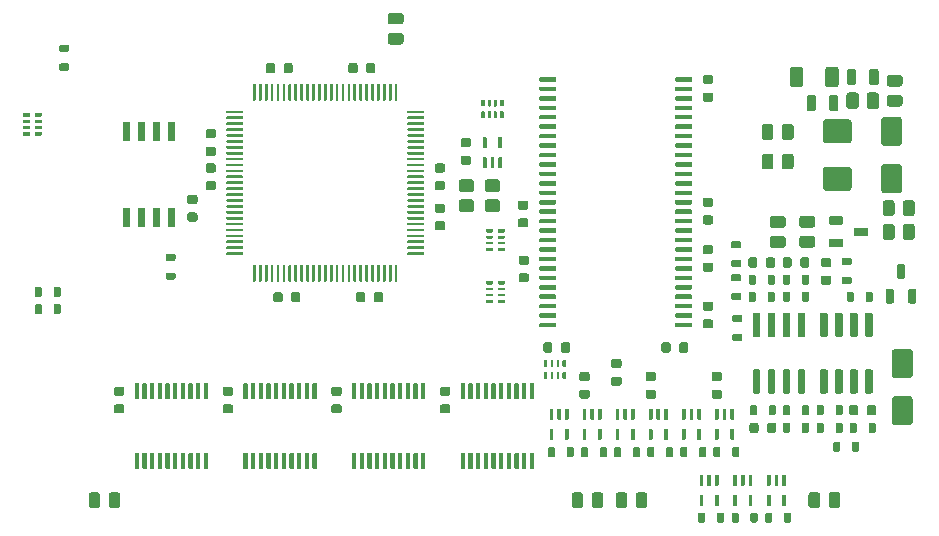
<source format=gtp>
G04 #@! TF.GenerationSoftware,KiCad,Pcbnew,(5.1.5-0-10_14)*
G04 #@! TF.CreationDate,2021-02-17T19:07:14-05:00*
G04 #@! TF.ProjectId,GR8RAM,47523852-414d-42e6-9b69-6361645f7063,0.9*
G04 #@! TF.SameCoordinates,Original*
G04 #@! TF.FileFunction,Paste,Top*
G04 #@! TF.FilePolarity,Positive*
%FSLAX46Y46*%
G04 Gerber Fmt 4.6, Leading zero omitted, Abs format (unit mm)*
G04 Created by KiCad (PCBNEW (5.1.5-0-10_14)) date 2021-02-17 19:07:14*
%MOMM*%
%LPD*%
G04 APERTURE LIST*
%ADD10C,0.100000*%
G04 APERTURE END LIST*
D10*
G36*
X81239703Y-107400722D02*
G01*
X81254264Y-107402882D01*
X81268543Y-107406459D01*
X81282403Y-107411418D01*
X81295710Y-107417712D01*
X81308336Y-107425280D01*
X81320159Y-107434048D01*
X81331066Y-107443934D01*
X81340952Y-107454841D01*
X81349720Y-107466664D01*
X81357288Y-107479290D01*
X81363582Y-107492597D01*
X81368541Y-107506457D01*
X81372118Y-107520736D01*
X81374278Y-107535297D01*
X81375000Y-107550000D01*
X81375000Y-107850000D01*
X81374278Y-107864703D01*
X81372118Y-107879264D01*
X81368541Y-107893543D01*
X81363582Y-107907403D01*
X81357288Y-107920710D01*
X81349720Y-107933336D01*
X81340952Y-107945159D01*
X81331066Y-107956066D01*
X81320159Y-107965952D01*
X81308336Y-107974720D01*
X81295710Y-107982288D01*
X81282403Y-107988582D01*
X81268543Y-107993541D01*
X81254264Y-107997118D01*
X81239703Y-107999278D01*
X81225000Y-108000000D01*
X80675000Y-108000000D01*
X80660297Y-107999278D01*
X80645736Y-107997118D01*
X80631457Y-107993541D01*
X80617597Y-107988582D01*
X80604290Y-107982288D01*
X80591664Y-107974720D01*
X80579841Y-107965952D01*
X80568934Y-107956066D01*
X80559048Y-107945159D01*
X80550280Y-107933336D01*
X80542712Y-107920710D01*
X80536418Y-107907403D01*
X80531459Y-107893543D01*
X80527882Y-107879264D01*
X80525722Y-107864703D01*
X80525000Y-107850000D01*
X80525000Y-107550000D01*
X80525722Y-107535297D01*
X80527882Y-107520736D01*
X80531459Y-107506457D01*
X80536418Y-107492597D01*
X80542712Y-107479290D01*
X80550280Y-107466664D01*
X80559048Y-107454841D01*
X80568934Y-107443934D01*
X80579841Y-107434048D01*
X80591664Y-107425280D01*
X80604290Y-107417712D01*
X80617597Y-107411418D01*
X80631457Y-107406459D01*
X80645736Y-107402882D01*
X80660297Y-107400722D01*
X80675000Y-107400000D01*
X81225000Y-107400000D01*
X81239703Y-107400722D01*
G37*
G36*
X81239703Y-109000722D02*
G01*
X81254264Y-109002882D01*
X81268543Y-109006459D01*
X81282403Y-109011418D01*
X81295710Y-109017712D01*
X81308336Y-109025280D01*
X81320159Y-109034048D01*
X81331066Y-109043934D01*
X81340952Y-109054841D01*
X81349720Y-109066664D01*
X81357288Y-109079290D01*
X81363582Y-109092597D01*
X81368541Y-109106457D01*
X81372118Y-109120736D01*
X81374278Y-109135297D01*
X81375000Y-109150000D01*
X81375000Y-109450000D01*
X81374278Y-109464703D01*
X81372118Y-109479264D01*
X81368541Y-109493543D01*
X81363582Y-109507403D01*
X81357288Y-109520710D01*
X81349720Y-109533336D01*
X81340952Y-109545159D01*
X81331066Y-109556066D01*
X81320159Y-109565952D01*
X81308336Y-109574720D01*
X81295710Y-109582288D01*
X81282403Y-109588582D01*
X81268543Y-109593541D01*
X81254264Y-109597118D01*
X81239703Y-109599278D01*
X81225000Y-109600000D01*
X80675000Y-109600000D01*
X80660297Y-109599278D01*
X80645736Y-109597118D01*
X80631457Y-109593541D01*
X80617597Y-109588582D01*
X80604290Y-109582288D01*
X80591664Y-109574720D01*
X80579841Y-109565952D01*
X80568934Y-109556066D01*
X80559048Y-109545159D01*
X80550280Y-109533336D01*
X80542712Y-109520710D01*
X80536418Y-109507403D01*
X80531459Y-109493543D01*
X80527882Y-109479264D01*
X80525722Y-109464703D01*
X80525000Y-109450000D01*
X80525000Y-109150000D01*
X80525722Y-109135297D01*
X80527882Y-109120736D01*
X80531459Y-109106457D01*
X80536418Y-109092597D01*
X80542712Y-109079290D01*
X80550280Y-109066664D01*
X80559048Y-109054841D01*
X80568934Y-109043934D01*
X80579841Y-109034048D01*
X80591664Y-109025280D01*
X80604290Y-109017712D01*
X80617597Y-109011418D01*
X80631457Y-109006459D01*
X80645736Y-109002882D01*
X80660297Y-109000722D01*
X80675000Y-109000000D01*
X81225000Y-109000000D01*
X81239703Y-109000722D01*
G37*
G36*
X81204428Y-103536782D02*
G01*
X81220202Y-103539122D01*
X81235671Y-103542997D01*
X81250686Y-103548370D01*
X81265102Y-103555188D01*
X81278780Y-103563386D01*
X81291589Y-103572886D01*
X81303405Y-103583595D01*
X81314114Y-103595411D01*
X81323614Y-103608220D01*
X81331812Y-103621898D01*
X81338630Y-103636314D01*
X81344003Y-103651329D01*
X81347878Y-103666798D01*
X81350218Y-103682572D01*
X81351000Y-103698500D01*
X81351000Y-105023500D01*
X81350218Y-105039428D01*
X81347878Y-105055202D01*
X81344003Y-105070671D01*
X81338630Y-105085686D01*
X81331812Y-105100102D01*
X81323614Y-105113780D01*
X81314114Y-105126589D01*
X81303405Y-105138405D01*
X81291589Y-105149114D01*
X81278780Y-105158614D01*
X81265102Y-105166812D01*
X81250686Y-105173630D01*
X81235671Y-105179003D01*
X81220202Y-105182878D01*
X81204428Y-105185218D01*
X81188500Y-105186000D01*
X80863500Y-105186000D01*
X80847572Y-105185218D01*
X80831798Y-105182878D01*
X80816329Y-105179003D01*
X80801314Y-105173630D01*
X80786898Y-105166812D01*
X80773220Y-105158614D01*
X80760411Y-105149114D01*
X80748595Y-105138405D01*
X80737886Y-105126589D01*
X80728386Y-105113780D01*
X80720188Y-105100102D01*
X80713370Y-105085686D01*
X80707997Y-105070671D01*
X80704122Y-105055202D01*
X80701782Y-105039428D01*
X80701000Y-105023500D01*
X80701000Y-103698500D01*
X80701782Y-103682572D01*
X80704122Y-103666798D01*
X80707997Y-103651329D01*
X80713370Y-103636314D01*
X80720188Y-103621898D01*
X80728386Y-103608220D01*
X80737886Y-103595411D01*
X80748595Y-103583595D01*
X80760411Y-103572886D01*
X80773220Y-103563386D01*
X80786898Y-103555188D01*
X80801314Y-103548370D01*
X80816329Y-103542997D01*
X80831798Y-103539122D01*
X80847572Y-103536782D01*
X80863500Y-103536000D01*
X81188500Y-103536000D01*
X81204428Y-103536782D01*
G37*
G36*
X79934428Y-103536782D02*
G01*
X79950202Y-103539122D01*
X79965671Y-103542997D01*
X79980686Y-103548370D01*
X79995102Y-103555188D01*
X80008780Y-103563386D01*
X80021589Y-103572886D01*
X80033405Y-103583595D01*
X80044114Y-103595411D01*
X80053614Y-103608220D01*
X80061812Y-103621898D01*
X80068630Y-103636314D01*
X80074003Y-103651329D01*
X80077878Y-103666798D01*
X80080218Y-103682572D01*
X80081000Y-103698500D01*
X80081000Y-105023500D01*
X80080218Y-105039428D01*
X80077878Y-105055202D01*
X80074003Y-105070671D01*
X80068630Y-105085686D01*
X80061812Y-105100102D01*
X80053614Y-105113780D01*
X80044114Y-105126589D01*
X80033405Y-105138405D01*
X80021589Y-105149114D01*
X80008780Y-105158614D01*
X79995102Y-105166812D01*
X79980686Y-105173630D01*
X79965671Y-105179003D01*
X79950202Y-105182878D01*
X79934428Y-105185218D01*
X79918500Y-105186000D01*
X79593500Y-105186000D01*
X79577572Y-105185218D01*
X79561798Y-105182878D01*
X79546329Y-105179003D01*
X79531314Y-105173630D01*
X79516898Y-105166812D01*
X79503220Y-105158614D01*
X79490411Y-105149114D01*
X79478595Y-105138405D01*
X79467886Y-105126589D01*
X79458386Y-105113780D01*
X79450188Y-105100102D01*
X79443370Y-105085686D01*
X79437997Y-105070671D01*
X79434122Y-105055202D01*
X79431782Y-105039428D01*
X79431000Y-105023500D01*
X79431000Y-103698500D01*
X79431782Y-103682572D01*
X79434122Y-103666798D01*
X79437997Y-103651329D01*
X79443370Y-103636314D01*
X79450188Y-103621898D01*
X79458386Y-103608220D01*
X79467886Y-103595411D01*
X79478595Y-103583595D01*
X79490411Y-103572886D01*
X79503220Y-103563386D01*
X79516898Y-103555188D01*
X79531314Y-103548370D01*
X79546329Y-103542997D01*
X79561798Y-103539122D01*
X79577572Y-103536782D01*
X79593500Y-103536000D01*
X79918500Y-103536000D01*
X79934428Y-103536782D01*
G37*
G36*
X78664428Y-103536782D02*
G01*
X78680202Y-103539122D01*
X78695671Y-103542997D01*
X78710686Y-103548370D01*
X78725102Y-103555188D01*
X78738780Y-103563386D01*
X78751589Y-103572886D01*
X78763405Y-103583595D01*
X78774114Y-103595411D01*
X78783614Y-103608220D01*
X78791812Y-103621898D01*
X78798630Y-103636314D01*
X78804003Y-103651329D01*
X78807878Y-103666798D01*
X78810218Y-103682572D01*
X78811000Y-103698500D01*
X78811000Y-105023500D01*
X78810218Y-105039428D01*
X78807878Y-105055202D01*
X78804003Y-105070671D01*
X78798630Y-105085686D01*
X78791812Y-105100102D01*
X78783614Y-105113780D01*
X78774114Y-105126589D01*
X78763405Y-105138405D01*
X78751589Y-105149114D01*
X78738780Y-105158614D01*
X78725102Y-105166812D01*
X78710686Y-105173630D01*
X78695671Y-105179003D01*
X78680202Y-105182878D01*
X78664428Y-105185218D01*
X78648500Y-105186000D01*
X78323500Y-105186000D01*
X78307572Y-105185218D01*
X78291798Y-105182878D01*
X78276329Y-105179003D01*
X78261314Y-105173630D01*
X78246898Y-105166812D01*
X78233220Y-105158614D01*
X78220411Y-105149114D01*
X78208595Y-105138405D01*
X78197886Y-105126589D01*
X78188386Y-105113780D01*
X78180188Y-105100102D01*
X78173370Y-105085686D01*
X78167997Y-105070671D01*
X78164122Y-105055202D01*
X78161782Y-105039428D01*
X78161000Y-105023500D01*
X78161000Y-103698500D01*
X78161782Y-103682572D01*
X78164122Y-103666798D01*
X78167997Y-103651329D01*
X78173370Y-103636314D01*
X78180188Y-103621898D01*
X78188386Y-103608220D01*
X78197886Y-103595411D01*
X78208595Y-103583595D01*
X78220411Y-103572886D01*
X78233220Y-103563386D01*
X78246898Y-103555188D01*
X78261314Y-103548370D01*
X78276329Y-103542997D01*
X78291798Y-103539122D01*
X78307572Y-103536782D01*
X78323500Y-103536000D01*
X78648500Y-103536000D01*
X78664428Y-103536782D01*
G37*
G36*
X77394428Y-103536782D02*
G01*
X77410202Y-103539122D01*
X77425671Y-103542997D01*
X77440686Y-103548370D01*
X77455102Y-103555188D01*
X77468780Y-103563386D01*
X77481589Y-103572886D01*
X77493405Y-103583595D01*
X77504114Y-103595411D01*
X77513614Y-103608220D01*
X77521812Y-103621898D01*
X77528630Y-103636314D01*
X77534003Y-103651329D01*
X77537878Y-103666798D01*
X77540218Y-103682572D01*
X77541000Y-103698500D01*
X77541000Y-105023500D01*
X77540218Y-105039428D01*
X77537878Y-105055202D01*
X77534003Y-105070671D01*
X77528630Y-105085686D01*
X77521812Y-105100102D01*
X77513614Y-105113780D01*
X77504114Y-105126589D01*
X77493405Y-105138405D01*
X77481589Y-105149114D01*
X77468780Y-105158614D01*
X77455102Y-105166812D01*
X77440686Y-105173630D01*
X77425671Y-105179003D01*
X77410202Y-105182878D01*
X77394428Y-105185218D01*
X77378500Y-105186000D01*
X77053500Y-105186000D01*
X77037572Y-105185218D01*
X77021798Y-105182878D01*
X77006329Y-105179003D01*
X76991314Y-105173630D01*
X76976898Y-105166812D01*
X76963220Y-105158614D01*
X76950411Y-105149114D01*
X76938595Y-105138405D01*
X76927886Y-105126589D01*
X76918386Y-105113780D01*
X76910188Y-105100102D01*
X76903370Y-105085686D01*
X76897997Y-105070671D01*
X76894122Y-105055202D01*
X76891782Y-105039428D01*
X76891000Y-105023500D01*
X76891000Y-103698500D01*
X76891782Y-103682572D01*
X76894122Y-103666798D01*
X76897997Y-103651329D01*
X76903370Y-103636314D01*
X76910188Y-103621898D01*
X76918386Y-103608220D01*
X76927886Y-103595411D01*
X76938595Y-103583595D01*
X76950411Y-103572886D01*
X76963220Y-103563386D01*
X76976898Y-103555188D01*
X76991314Y-103548370D01*
X77006329Y-103542997D01*
X77021798Y-103539122D01*
X77037572Y-103536782D01*
X77053500Y-103536000D01*
X77378500Y-103536000D01*
X77394428Y-103536782D01*
G37*
G36*
X77394428Y-96236782D02*
G01*
X77410202Y-96239122D01*
X77425671Y-96242997D01*
X77440686Y-96248370D01*
X77455102Y-96255188D01*
X77468780Y-96263386D01*
X77481589Y-96272886D01*
X77493405Y-96283595D01*
X77504114Y-96295411D01*
X77513614Y-96308220D01*
X77521812Y-96321898D01*
X77528630Y-96336314D01*
X77534003Y-96351329D01*
X77537878Y-96366798D01*
X77540218Y-96382572D01*
X77541000Y-96398500D01*
X77541000Y-97723500D01*
X77540218Y-97739428D01*
X77537878Y-97755202D01*
X77534003Y-97770671D01*
X77528630Y-97785686D01*
X77521812Y-97800102D01*
X77513614Y-97813780D01*
X77504114Y-97826589D01*
X77493405Y-97838405D01*
X77481589Y-97849114D01*
X77468780Y-97858614D01*
X77455102Y-97866812D01*
X77440686Y-97873630D01*
X77425671Y-97879003D01*
X77410202Y-97882878D01*
X77394428Y-97885218D01*
X77378500Y-97886000D01*
X77053500Y-97886000D01*
X77037572Y-97885218D01*
X77021798Y-97882878D01*
X77006329Y-97879003D01*
X76991314Y-97873630D01*
X76976898Y-97866812D01*
X76963220Y-97858614D01*
X76950411Y-97849114D01*
X76938595Y-97838405D01*
X76927886Y-97826589D01*
X76918386Y-97813780D01*
X76910188Y-97800102D01*
X76903370Y-97785686D01*
X76897997Y-97770671D01*
X76894122Y-97755202D01*
X76891782Y-97739428D01*
X76891000Y-97723500D01*
X76891000Y-96398500D01*
X76891782Y-96382572D01*
X76894122Y-96366798D01*
X76897997Y-96351329D01*
X76903370Y-96336314D01*
X76910188Y-96321898D01*
X76918386Y-96308220D01*
X76927886Y-96295411D01*
X76938595Y-96283595D01*
X76950411Y-96272886D01*
X76963220Y-96263386D01*
X76976898Y-96255188D01*
X76991314Y-96248370D01*
X77006329Y-96242997D01*
X77021798Y-96239122D01*
X77037572Y-96236782D01*
X77053500Y-96236000D01*
X77378500Y-96236000D01*
X77394428Y-96236782D01*
G37*
G36*
X78664428Y-96236782D02*
G01*
X78680202Y-96239122D01*
X78695671Y-96242997D01*
X78710686Y-96248370D01*
X78725102Y-96255188D01*
X78738780Y-96263386D01*
X78751589Y-96272886D01*
X78763405Y-96283595D01*
X78774114Y-96295411D01*
X78783614Y-96308220D01*
X78791812Y-96321898D01*
X78798630Y-96336314D01*
X78804003Y-96351329D01*
X78807878Y-96366798D01*
X78810218Y-96382572D01*
X78811000Y-96398500D01*
X78811000Y-97723500D01*
X78810218Y-97739428D01*
X78807878Y-97755202D01*
X78804003Y-97770671D01*
X78798630Y-97785686D01*
X78791812Y-97800102D01*
X78783614Y-97813780D01*
X78774114Y-97826589D01*
X78763405Y-97838405D01*
X78751589Y-97849114D01*
X78738780Y-97858614D01*
X78725102Y-97866812D01*
X78710686Y-97873630D01*
X78695671Y-97879003D01*
X78680202Y-97882878D01*
X78664428Y-97885218D01*
X78648500Y-97886000D01*
X78323500Y-97886000D01*
X78307572Y-97885218D01*
X78291798Y-97882878D01*
X78276329Y-97879003D01*
X78261314Y-97873630D01*
X78246898Y-97866812D01*
X78233220Y-97858614D01*
X78220411Y-97849114D01*
X78208595Y-97838405D01*
X78197886Y-97826589D01*
X78188386Y-97813780D01*
X78180188Y-97800102D01*
X78173370Y-97785686D01*
X78167997Y-97770671D01*
X78164122Y-97755202D01*
X78161782Y-97739428D01*
X78161000Y-97723500D01*
X78161000Y-96398500D01*
X78161782Y-96382572D01*
X78164122Y-96366798D01*
X78167997Y-96351329D01*
X78173370Y-96336314D01*
X78180188Y-96321898D01*
X78188386Y-96308220D01*
X78197886Y-96295411D01*
X78208595Y-96283595D01*
X78220411Y-96272886D01*
X78233220Y-96263386D01*
X78246898Y-96255188D01*
X78261314Y-96248370D01*
X78276329Y-96242997D01*
X78291798Y-96239122D01*
X78307572Y-96236782D01*
X78323500Y-96236000D01*
X78648500Y-96236000D01*
X78664428Y-96236782D01*
G37*
G36*
X79934428Y-96236782D02*
G01*
X79950202Y-96239122D01*
X79965671Y-96242997D01*
X79980686Y-96248370D01*
X79995102Y-96255188D01*
X80008780Y-96263386D01*
X80021589Y-96272886D01*
X80033405Y-96283595D01*
X80044114Y-96295411D01*
X80053614Y-96308220D01*
X80061812Y-96321898D01*
X80068630Y-96336314D01*
X80074003Y-96351329D01*
X80077878Y-96366798D01*
X80080218Y-96382572D01*
X80081000Y-96398500D01*
X80081000Y-97723500D01*
X80080218Y-97739428D01*
X80077878Y-97755202D01*
X80074003Y-97770671D01*
X80068630Y-97785686D01*
X80061812Y-97800102D01*
X80053614Y-97813780D01*
X80044114Y-97826589D01*
X80033405Y-97838405D01*
X80021589Y-97849114D01*
X80008780Y-97858614D01*
X79995102Y-97866812D01*
X79980686Y-97873630D01*
X79965671Y-97879003D01*
X79950202Y-97882878D01*
X79934428Y-97885218D01*
X79918500Y-97886000D01*
X79593500Y-97886000D01*
X79577572Y-97885218D01*
X79561798Y-97882878D01*
X79546329Y-97879003D01*
X79531314Y-97873630D01*
X79516898Y-97866812D01*
X79503220Y-97858614D01*
X79490411Y-97849114D01*
X79478595Y-97838405D01*
X79467886Y-97826589D01*
X79458386Y-97813780D01*
X79450188Y-97800102D01*
X79443370Y-97785686D01*
X79437997Y-97770671D01*
X79434122Y-97755202D01*
X79431782Y-97739428D01*
X79431000Y-97723500D01*
X79431000Y-96398500D01*
X79431782Y-96382572D01*
X79434122Y-96366798D01*
X79437997Y-96351329D01*
X79443370Y-96336314D01*
X79450188Y-96321898D01*
X79458386Y-96308220D01*
X79467886Y-96295411D01*
X79478595Y-96283595D01*
X79490411Y-96272886D01*
X79503220Y-96263386D01*
X79516898Y-96255188D01*
X79531314Y-96248370D01*
X79546329Y-96242997D01*
X79561798Y-96239122D01*
X79577572Y-96236782D01*
X79593500Y-96236000D01*
X79918500Y-96236000D01*
X79934428Y-96236782D01*
G37*
G36*
X81204428Y-96236782D02*
G01*
X81220202Y-96239122D01*
X81235671Y-96242997D01*
X81250686Y-96248370D01*
X81265102Y-96255188D01*
X81278780Y-96263386D01*
X81291589Y-96272886D01*
X81303405Y-96283595D01*
X81314114Y-96295411D01*
X81323614Y-96308220D01*
X81331812Y-96321898D01*
X81338630Y-96336314D01*
X81344003Y-96351329D01*
X81347878Y-96366798D01*
X81350218Y-96382572D01*
X81351000Y-96398500D01*
X81351000Y-97723500D01*
X81350218Y-97739428D01*
X81347878Y-97755202D01*
X81344003Y-97770671D01*
X81338630Y-97785686D01*
X81331812Y-97800102D01*
X81323614Y-97813780D01*
X81314114Y-97826589D01*
X81303405Y-97838405D01*
X81291589Y-97849114D01*
X81278780Y-97858614D01*
X81265102Y-97866812D01*
X81250686Y-97873630D01*
X81235671Y-97879003D01*
X81220202Y-97882878D01*
X81204428Y-97885218D01*
X81188500Y-97886000D01*
X80863500Y-97886000D01*
X80847572Y-97885218D01*
X80831798Y-97882878D01*
X80816329Y-97879003D01*
X80801314Y-97873630D01*
X80786898Y-97866812D01*
X80773220Y-97858614D01*
X80760411Y-97849114D01*
X80748595Y-97838405D01*
X80737886Y-97826589D01*
X80728386Y-97813780D01*
X80720188Y-97800102D01*
X80713370Y-97785686D01*
X80707997Y-97770671D01*
X80704122Y-97755202D01*
X80701782Y-97739428D01*
X80701000Y-97723500D01*
X80701000Y-96398500D01*
X80701782Y-96382572D01*
X80704122Y-96366798D01*
X80707997Y-96351329D01*
X80713370Y-96336314D01*
X80720188Y-96321898D01*
X80728386Y-96308220D01*
X80737886Y-96295411D01*
X80748595Y-96283595D01*
X80760411Y-96272886D01*
X80773220Y-96263386D01*
X80786898Y-96255188D01*
X80801314Y-96248370D01*
X80816329Y-96242997D01*
X80831798Y-96239122D01*
X80847572Y-96236782D01*
X80863500Y-96236000D01*
X81188500Y-96236000D01*
X81204428Y-96236782D01*
G37*
G36*
X72239703Y-91300722D02*
G01*
X72254264Y-91302882D01*
X72268543Y-91306459D01*
X72282403Y-91311418D01*
X72295710Y-91317712D01*
X72308336Y-91325280D01*
X72320159Y-91334048D01*
X72331066Y-91343934D01*
X72340952Y-91354841D01*
X72349720Y-91366664D01*
X72357288Y-91379290D01*
X72363582Y-91392597D01*
X72368541Y-91406457D01*
X72372118Y-91420736D01*
X72374278Y-91435297D01*
X72375000Y-91450000D01*
X72375000Y-91750000D01*
X72374278Y-91764703D01*
X72372118Y-91779264D01*
X72368541Y-91793543D01*
X72363582Y-91807403D01*
X72357288Y-91820710D01*
X72349720Y-91833336D01*
X72340952Y-91845159D01*
X72331066Y-91856066D01*
X72320159Y-91865952D01*
X72308336Y-91874720D01*
X72295710Y-91882288D01*
X72282403Y-91888582D01*
X72268543Y-91893541D01*
X72254264Y-91897118D01*
X72239703Y-91899278D01*
X72225000Y-91900000D01*
X71675000Y-91900000D01*
X71660297Y-91899278D01*
X71645736Y-91897118D01*
X71631457Y-91893541D01*
X71617597Y-91888582D01*
X71604290Y-91882288D01*
X71591664Y-91874720D01*
X71579841Y-91865952D01*
X71568934Y-91856066D01*
X71559048Y-91845159D01*
X71550280Y-91833336D01*
X71542712Y-91820710D01*
X71536418Y-91807403D01*
X71531459Y-91793543D01*
X71527882Y-91779264D01*
X71525722Y-91764703D01*
X71525000Y-91750000D01*
X71525000Y-91450000D01*
X71525722Y-91435297D01*
X71527882Y-91420736D01*
X71531459Y-91406457D01*
X71536418Y-91392597D01*
X71542712Y-91379290D01*
X71550280Y-91366664D01*
X71559048Y-91354841D01*
X71568934Y-91343934D01*
X71579841Y-91334048D01*
X71591664Y-91325280D01*
X71604290Y-91317712D01*
X71617597Y-91311418D01*
X71631457Y-91306459D01*
X71645736Y-91302882D01*
X71660297Y-91300722D01*
X71675000Y-91300000D01*
X72225000Y-91300000D01*
X72239703Y-91300722D01*
G37*
G36*
X72239703Y-89700722D02*
G01*
X72254264Y-89702882D01*
X72268543Y-89706459D01*
X72282403Y-89711418D01*
X72295710Y-89717712D01*
X72308336Y-89725280D01*
X72320159Y-89734048D01*
X72331066Y-89743934D01*
X72340952Y-89754841D01*
X72349720Y-89766664D01*
X72357288Y-89779290D01*
X72363582Y-89792597D01*
X72368541Y-89806457D01*
X72372118Y-89820736D01*
X72374278Y-89835297D01*
X72375000Y-89850000D01*
X72375000Y-90150000D01*
X72374278Y-90164703D01*
X72372118Y-90179264D01*
X72368541Y-90193543D01*
X72363582Y-90207403D01*
X72357288Y-90220710D01*
X72349720Y-90233336D01*
X72340952Y-90245159D01*
X72331066Y-90256066D01*
X72320159Y-90265952D01*
X72308336Y-90274720D01*
X72295710Y-90282288D01*
X72282403Y-90288582D01*
X72268543Y-90293541D01*
X72254264Y-90297118D01*
X72239703Y-90299278D01*
X72225000Y-90300000D01*
X71675000Y-90300000D01*
X71660297Y-90299278D01*
X71645736Y-90297118D01*
X71631457Y-90293541D01*
X71617597Y-90288582D01*
X71604290Y-90282288D01*
X71591664Y-90274720D01*
X71579841Y-90265952D01*
X71568934Y-90256066D01*
X71559048Y-90245159D01*
X71550280Y-90233336D01*
X71542712Y-90220710D01*
X71536418Y-90207403D01*
X71531459Y-90193543D01*
X71527882Y-90179264D01*
X71525722Y-90164703D01*
X71525000Y-90150000D01*
X71525000Y-89850000D01*
X71525722Y-89835297D01*
X71527882Y-89820736D01*
X71531459Y-89806457D01*
X71536418Y-89792597D01*
X71542712Y-89779290D01*
X71550280Y-89766664D01*
X71559048Y-89754841D01*
X71568934Y-89743934D01*
X71579841Y-89734048D01*
X71591664Y-89725280D01*
X71604290Y-89717712D01*
X71617597Y-89711418D01*
X71631457Y-89706459D01*
X71645736Y-89702882D01*
X71660297Y-89700722D01*
X71675000Y-89700000D01*
X72225000Y-89700000D01*
X72239703Y-89700722D01*
G37*
G36*
X68965586Y-95485397D02*
G01*
X68973595Y-95486585D01*
X68981448Y-95488552D01*
X68989071Y-95491280D01*
X68996390Y-95494741D01*
X69003335Y-95498904D01*
X69009837Y-95503727D01*
X69015836Y-95509164D01*
X69021273Y-95515163D01*
X69026096Y-95521665D01*
X69030259Y-95528610D01*
X69033720Y-95535929D01*
X69036448Y-95543552D01*
X69038415Y-95551405D01*
X69039603Y-95559414D01*
X69040000Y-95567500D01*
X69040000Y-95732500D01*
X69039603Y-95740586D01*
X69038415Y-95748595D01*
X69036448Y-95756448D01*
X69033720Y-95764071D01*
X69030259Y-95771390D01*
X69026096Y-95778335D01*
X69021273Y-95784837D01*
X69015836Y-95790836D01*
X69009837Y-95796273D01*
X69003335Y-95801096D01*
X68996390Y-95805259D01*
X68989071Y-95808720D01*
X68981448Y-95811448D01*
X68973595Y-95813415D01*
X68965586Y-95814603D01*
X68957500Y-95815000D01*
X68542500Y-95815000D01*
X68534414Y-95814603D01*
X68526405Y-95813415D01*
X68518552Y-95811448D01*
X68510929Y-95808720D01*
X68503610Y-95805259D01*
X68496665Y-95801096D01*
X68490163Y-95796273D01*
X68484164Y-95790836D01*
X68478727Y-95784837D01*
X68473904Y-95778335D01*
X68469741Y-95771390D01*
X68466280Y-95764071D01*
X68463552Y-95756448D01*
X68461585Y-95748595D01*
X68460397Y-95740586D01*
X68460000Y-95732500D01*
X68460000Y-95567500D01*
X68460397Y-95559414D01*
X68461585Y-95551405D01*
X68463552Y-95543552D01*
X68466280Y-95535929D01*
X68469741Y-95528610D01*
X68473904Y-95521665D01*
X68478727Y-95515163D01*
X68484164Y-95509164D01*
X68490163Y-95503727D01*
X68496665Y-95498904D01*
X68503610Y-95494741D01*
X68510929Y-95491280D01*
X68518552Y-95488552D01*
X68526405Y-95486585D01*
X68534414Y-95485397D01*
X68542500Y-95485000D01*
X68957500Y-95485000D01*
X68965586Y-95485397D01*
G37*
G36*
X68990881Y-96080289D02*
G01*
X68996705Y-96081153D01*
X69002417Y-96082584D01*
X69007961Y-96084567D01*
X69013284Y-96087085D01*
X69018334Y-96090112D01*
X69023064Y-96093619D01*
X69027426Y-96097574D01*
X69031381Y-96101936D01*
X69034888Y-96106666D01*
X69037915Y-96111716D01*
X69040433Y-96117039D01*
X69042416Y-96122583D01*
X69043847Y-96128295D01*
X69044711Y-96134119D01*
X69045000Y-96140000D01*
X69045000Y-96260000D01*
X69044711Y-96265881D01*
X69043847Y-96271705D01*
X69042416Y-96277417D01*
X69040433Y-96282961D01*
X69037915Y-96288284D01*
X69034888Y-96293334D01*
X69031381Y-96298064D01*
X69027426Y-96302426D01*
X69023064Y-96306381D01*
X69018334Y-96309888D01*
X69013284Y-96312915D01*
X69007961Y-96315433D01*
X69002417Y-96317416D01*
X68996705Y-96318847D01*
X68990881Y-96319711D01*
X68985000Y-96320000D01*
X68515000Y-96320000D01*
X68509119Y-96319711D01*
X68503295Y-96318847D01*
X68497583Y-96317416D01*
X68492039Y-96315433D01*
X68486716Y-96312915D01*
X68481666Y-96309888D01*
X68476936Y-96306381D01*
X68472574Y-96302426D01*
X68468619Y-96298064D01*
X68465112Y-96293334D01*
X68462085Y-96288284D01*
X68459567Y-96282961D01*
X68457584Y-96277417D01*
X68456153Y-96271705D01*
X68455289Y-96265881D01*
X68455000Y-96260000D01*
X68455000Y-96140000D01*
X68455289Y-96134119D01*
X68456153Y-96128295D01*
X68457584Y-96122583D01*
X68459567Y-96117039D01*
X68462085Y-96111716D01*
X68465112Y-96106666D01*
X68468619Y-96101936D01*
X68472574Y-96097574D01*
X68476936Y-96093619D01*
X68481666Y-96090112D01*
X68486716Y-96087085D01*
X68492039Y-96084567D01*
X68497583Y-96082584D01*
X68503295Y-96081153D01*
X68509119Y-96080289D01*
X68515000Y-96080000D01*
X68985000Y-96080000D01*
X68990881Y-96080289D01*
G37*
G36*
X68965586Y-97085397D02*
G01*
X68973595Y-97086585D01*
X68981448Y-97088552D01*
X68989071Y-97091280D01*
X68996390Y-97094741D01*
X69003335Y-97098904D01*
X69009837Y-97103727D01*
X69015836Y-97109164D01*
X69021273Y-97115163D01*
X69026096Y-97121665D01*
X69030259Y-97128610D01*
X69033720Y-97135929D01*
X69036448Y-97143552D01*
X69038415Y-97151405D01*
X69039603Y-97159414D01*
X69040000Y-97167500D01*
X69040000Y-97332500D01*
X69039603Y-97340586D01*
X69038415Y-97348595D01*
X69036448Y-97356448D01*
X69033720Y-97364071D01*
X69030259Y-97371390D01*
X69026096Y-97378335D01*
X69021273Y-97384837D01*
X69015836Y-97390836D01*
X69009837Y-97396273D01*
X69003335Y-97401096D01*
X68996390Y-97405259D01*
X68989071Y-97408720D01*
X68981448Y-97411448D01*
X68973595Y-97413415D01*
X68965586Y-97414603D01*
X68957500Y-97415000D01*
X68542500Y-97415000D01*
X68534414Y-97414603D01*
X68526405Y-97413415D01*
X68518552Y-97411448D01*
X68510929Y-97408720D01*
X68503610Y-97405259D01*
X68496665Y-97401096D01*
X68490163Y-97396273D01*
X68484164Y-97390836D01*
X68478727Y-97384837D01*
X68473904Y-97378335D01*
X68469741Y-97371390D01*
X68466280Y-97364071D01*
X68463552Y-97356448D01*
X68461585Y-97348595D01*
X68460397Y-97340586D01*
X68460000Y-97332500D01*
X68460000Y-97167500D01*
X68460397Y-97159414D01*
X68461585Y-97151405D01*
X68463552Y-97143552D01*
X68466280Y-97135929D01*
X68469741Y-97128610D01*
X68473904Y-97121665D01*
X68478727Y-97115163D01*
X68484164Y-97109164D01*
X68490163Y-97103727D01*
X68496665Y-97098904D01*
X68503610Y-97094741D01*
X68510929Y-97091280D01*
X68518552Y-97088552D01*
X68526405Y-97086585D01*
X68534414Y-97085397D01*
X68542500Y-97085000D01*
X68957500Y-97085000D01*
X68965586Y-97085397D01*
G37*
G36*
X68990881Y-96580289D02*
G01*
X68996705Y-96581153D01*
X69002417Y-96582584D01*
X69007961Y-96584567D01*
X69013284Y-96587085D01*
X69018334Y-96590112D01*
X69023064Y-96593619D01*
X69027426Y-96597574D01*
X69031381Y-96601936D01*
X69034888Y-96606666D01*
X69037915Y-96611716D01*
X69040433Y-96617039D01*
X69042416Y-96622583D01*
X69043847Y-96628295D01*
X69044711Y-96634119D01*
X69045000Y-96640000D01*
X69045000Y-96760000D01*
X69044711Y-96765881D01*
X69043847Y-96771705D01*
X69042416Y-96777417D01*
X69040433Y-96782961D01*
X69037915Y-96788284D01*
X69034888Y-96793334D01*
X69031381Y-96798064D01*
X69027426Y-96802426D01*
X69023064Y-96806381D01*
X69018334Y-96809888D01*
X69013284Y-96812915D01*
X69007961Y-96815433D01*
X69002417Y-96817416D01*
X68996705Y-96818847D01*
X68990881Y-96819711D01*
X68985000Y-96820000D01*
X68515000Y-96820000D01*
X68509119Y-96819711D01*
X68503295Y-96818847D01*
X68497583Y-96817416D01*
X68492039Y-96815433D01*
X68486716Y-96812915D01*
X68481666Y-96809888D01*
X68476936Y-96806381D01*
X68472574Y-96802426D01*
X68468619Y-96798064D01*
X68465112Y-96793334D01*
X68462085Y-96788284D01*
X68459567Y-96782961D01*
X68457584Y-96777417D01*
X68456153Y-96771705D01*
X68455289Y-96765881D01*
X68455000Y-96760000D01*
X68455000Y-96640000D01*
X68455289Y-96634119D01*
X68456153Y-96628295D01*
X68457584Y-96622583D01*
X68459567Y-96617039D01*
X68462085Y-96611716D01*
X68465112Y-96606666D01*
X68468619Y-96601936D01*
X68472574Y-96597574D01*
X68476936Y-96593619D01*
X68481666Y-96590112D01*
X68486716Y-96587085D01*
X68492039Y-96584567D01*
X68497583Y-96582584D01*
X68503295Y-96581153D01*
X68509119Y-96580289D01*
X68515000Y-96580000D01*
X68985000Y-96580000D01*
X68990881Y-96580289D01*
G37*
G36*
X69965586Y-95485397D02*
G01*
X69973595Y-95486585D01*
X69981448Y-95488552D01*
X69989071Y-95491280D01*
X69996390Y-95494741D01*
X70003335Y-95498904D01*
X70009837Y-95503727D01*
X70015836Y-95509164D01*
X70021273Y-95515163D01*
X70026096Y-95521665D01*
X70030259Y-95528610D01*
X70033720Y-95535929D01*
X70036448Y-95543552D01*
X70038415Y-95551405D01*
X70039603Y-95559414D01*
X70040000Y-95567500D01*
X70040000Y-95732500D01*
X70039603Y-95740586D01*
X70038415Y-95748595D01*
X70036448Y-95756448D01*
X70033720Y-95764071D01*
X70030259Y-95771390D01*
X70026096Y-95778335D01*
X70021273Y-95784837D01*
X70015836Y-95790836D01*
X70009837Y-95796273D01*
X70003335Y-95801096D01*
X69996390Y-95805259D01*
X69989071Y-95808720D01*
X69981448Y-95811448D01*
X69973595Y-95813415D01*
X69965586Y-95814603D01*
X69957500Y-95815000D01*
X69542500Y-95815000D01*
X69534414Y-95814603D01*
X69526405Y-95813415D01*
X69518552Y-95811448D01*
X69510929Y-95808720D01*
X69503610Y-95805259D01*
X69496665Y-95801096D01*
X69490163Y-95796273D01*
X69484164Y-95790836D01*
X69478727Y-95784837D01*
X69473904Y-95778335D01*
X69469741Y-95771390D01*
X69466280Y-95764071D01*
X69463552Y-95756448D01*
X69461585Y-95748595D01*
X69460397Y-95740586D01*
X69460000Y-95732500D01*
X69460000Y-95567500D01*
X69460397Y-95559414D01*
X69461585Y-95551405D01*
X69463552Y-95543552D01*
X69466280Y-95535929D01*
X69469741Y-95528610D01*
X69473904Y-95521665D01*
X69478727Y-95515163D01*
X69484164Y-95509164D01*
X69490163Y-95503727D01*
X69496665Y-95498904D01*
X69503610Y-95494741D01*
X69510929Y-95491280D01*
X69518552Y-95488552D01*
X69526405Y-95486585D01*
X69534414Y-95485397D01*
X69542500Y-95485000D01*
X69957500Y-95485000D01*
X69965586Y-95485397D01*
G37*
G36*
X69990881Y-96580289D02*
G01*
X69996705Y-96581153D01*
X70002417Y-96582584D01*
X70007961Y-96584567D01*
X70013284Y-96587085D01*
X70018334Y-96590112D01*
X70023064Y-96593619D01*
X70027426Y-96597574D01*
X70031381Y-96601936D01*
X70034888Y-96606666D01*
X70037915Y-96611716D01*
X70040433Y-96617039D01*
X70042416Y-96622583D01*
X70043847Y-96628295D01*
X70044711Y-96634119D01*
X70045000Y-96640000D01*
X70045000Y-96760000D01*
X70044711Y-96765881D01*
X70043847Y-96771705D01*
X70042416Y-96777417D01*
X70040433Y-96782961D01*
X70037915Y-96788284D01*
X70034888Y-96793334D01*
X70031381Y-96798064D01*
X70027426Y-96802426D01*
X70023064Y-96806381D01*
X70018334Y-96809888D01*
X70013284Y-96812915D01*
X70007961Y-96815433D01*
X70002417Y-96817416D01*
X69996705Y-96818847D01*
X69990881Y-96819711D01*
X69985000Y-96820000D01*
X69515000Y-96820000D01*
X69509119Y-96819711D01*
X69503295Y-96818847D01*
X69497583Y-96817416D01*
X69492039Y-96815433D01*
X69486716Y-96812915D01*
X69481666Y-96809888D01*
X69476936Y-96806381D01*
X69472574Y-96802426D01*
X69468619Y-96798064D01*
X69465112Y-96793334D01*
X69462085Y-96788284D01*
X69459567Y-96782961D01*
X69457584Y-96777417D01*
X69456153Y-96771705D01*
X69455289Y-96765881D01*
X69455000Y-96760000D01*
X69455000Y-96640000D01*
X69455289Y-96634119D01*
X69456153Y-96628295D01*
X69457584Y-96622583D01*
X69459567Y-96617039D01*
X69462085Y-96611716D01*
X69465112Y-96606666D01*
X69468619Y-96601936D01*
X69472574Y-96597574D01*
X69476936Y-96593619D01*
X69481666Y-96590112D01*
X69486716Y-96587085D01*
X69492039Y-96584567D01*
X69497583Y-96582584D01*
X69503295Y-96581153D01*
X69509119Y-96580289D01*
X69515000Y-96580000D01*
X69985000Y-96580000D01*
X69990881Y-96580289D01*
G37*
G36*
X69990881Y-96080289D02*
G01*
X69996705Y-96081153D01*
X70002417Y-96082584D01*
X70007961Y-96084567D01*
X70013284Y-96087085D01*
X70018334Y-96090112D01*
X70023064Y-96093619D01*
X70027426Y-96097574D01*
X70031381Y-96101936D01*
X70034888Y-96106666D01*
X70037915Y-96111716D01*
X70040433Y-96117039D01*
X70042416Y-96122583D01*
X70043847Y-96128295D01*
X70044711Y-96134119D01*
X70045000Y-96140000D01*
X70045000Y-96260000D01*
X70044711Y-96265881D01*
X70043847Y-96271705D01*
X70042416Y-96277417D01*
X70040433Y-96282961D01*
X70037915Y-96288284D01*
X70034888Y-96293334D01*
X70031381Y-96298064D01*
X70027426Y-96302426D01*
X70023064Y-96306381D01*
X70018334Y-96309888D01*
X70013284Y-96312915D01*
X70007961Y-96315433D01*
X70002417Y-96317416D01*
X69996705Y-96318847D01*
X69990881Y-96319711D01*
X69985000Y-96320000D01*
X69515000Y-96320000D01*
X69509119Y-96319711D01*
X69503295Y-96318847D01*
X69497583Y-96317416D01*
X69492039Y-96315433D01*
X69486716Y-96312915D01*
X69481666Y-96309888D01*
X69476936Y-96306381D01*
X69472574Y-96302426D01*
X69468619Y-96298064D01*
X69465112Y-96293334D01*
X69462085Y-96288284D01*
X69459567Y-96282961D01*
X69457584Y-96277417D01*
X69456153Y-96271705D01*
X69455289Y-96265881D01*
X69455000Y-96260000D01*
X69455000Y-96140000D01*
X69455289Y-96134119D01*
X69456153Y-96128295D01*
X69457584Y-96122583D01*
X69459567Y-96117039D01*
X69462085Y-96111716D01*
X69465112Y-96106666D01*
X69468619Y-96101936D01*
X69472574Y-96097574D01*
X69476936Y-96093619D01*
X69481666Y-96090112D01*
X69486716Y-96087085D01*
X69492039Y-96084567D01*
X69497583Y-96082584D01*
X69503295Y-96081153D01*
X69509119Y-96080289D01*
X69515000Y-96080000D01*
X69985000Y-96080000D01*
X69990881Y-96080289D01*
G37*
G36*
X69965586Y-97085397D02*
G01*
X69973595Y-97086585D01*
X69981448Y-97088552D01*
X69989071Y-97091280D01*
X69996390Y-97094741D01*
X70003335Y-97098904D01*
X70009837Y-97103727D01*
X70015836Y-97109164D01*
X70021273Y-97115163D01*
X70026096Y-97121665D01*
X70030259Y-97128610D01*
X70033720Y-97135929D01*
X70036448Y-97143552D01*
X70038415Y-97151405D01*
X70039603Y-97159414D01*
X70040000Y-97167500D01*
X70040000Y-97332500D01*
X70039603Y-97340586D01*
X70038415Y-97348595D01*
X70036448Y-97356448D01*
X70033720Y-97364071D01*
X70030259Y-97371390D01*
X70026096Y-97378335D01*
X70021273Y-97384837D01*
X70015836Y-97390836D01*
X70009837Y-97396273D01*
X70003335Y-97401096D01*
X69996390Y-97405259D01*
X69989071Y-97408720D01*
X69981448Y-97411448D01*
X69973595Y-97413415D01*
X69965586Y-97414603D01*
X69957500Y-97415000D01*
X69542500Y-97415000D01*
X69534414Y-97414603D01*
X69526405Y-97413415D01*
X69518552Y-97411448D01*
X69510929Y-97408720D01*
X69503610Y-97405259D01*
X69496665Y-97401096D01*
X69490163Y-97396273D01*
X69484164Y-97390836D01*
X69478727Y-97384837D01*
X69473904Y-97378335D01*
X69469741Y-97371390D01*
X69466280Y-97364071D01*
X69463552Y-97356448D01*
X69461585Y-97348595D01*
X69460397Y-97340586D01*
X69460000Y-97332500D01*
X69460000Y-97167500D01*
X69460397Y-97159414D01*
X69461585Y-97151405D01*
X69463552Y-97143552D01*
X69466280Y-97135929D01*
X69469741Y-97128610D01*
X69473904Y-97121665D01*
X69478727Y-97115163D01*
X69484164Y-97109164D01*
X69490163Y-97103727D01*
X69496665Y-97098904D01*
X69503610Y-97094741D01*
X69510929Y-97091280D01*
X69518552Y-97088552D01*
X69526405Y-97086585D01*
X69534414Y-97085397D01*
X69542500Y-97085000D01*
X69957500Y-97085000D01*
X69965586Y-97085397D01*
G37*
G36*
X71514703Y-110225722D02*
G01*
X71529264Y-110227882D01*
X71543543Y-110231459D01*
X71557403Y-110236418D01*
X71570710Y-110242712D01*
X71583336Y-110250280D01*
X71595159Y-110259048D01*
X71606066Y-110268934D01*
X71615952Y-110279841D01*
X71624720Y-110291664D01*
X71632288Y-110304290D01*
X71638582Y-110317597D01*
X71643541Y-110331457D01*
X71647118Y-110345736D01*
X71649278Y-110360297D01*
X71650000Y-110375000D01*
X71650000Y-110925000D01*
X71649278Y-110939703D01*
X71647118Y-110954264D01*
X71643541Y-110968543D01*
X71638582Y-110982403D01*
X71632288Y-110995710D01*
X71624720Y-111008336D01*
X71615952Y-111020159D01*
X71606066Y-111031066D01*
X71595159Y-111040952D01*
X71583336Y-111049720D01*
X71570710Y-111057288D01*
X71557403Y-111063582D01*
X71543543Y-111068541D01*
X71529264Y-111072118D01*
X71514703Y-111074278D01*
X71500000Y-111075000D01*
X71200000Y-111075000D01*
X71185297Y-111074278D01*
X71170736Y-111072118D01*
X71156457Y-111068541D01*
X71142597Y-111063582D01*
X71129290Y-111057288D01*
X71116664Y-111049720D01*
X71104841Y-111040952D01*
X71093934Y-111031066D01*
X71084048Y-111020159D01*
X71075280Y-111008336D01*
X71067712Y-110995710D01*
X71061418Y-110982403D01*
X71056459Y-110968543D01*
X71052882Y-110954264D01*
X71050722Y-110939703D01*
X71050000Y-110925000D01*
X71050000Y-110375000D01*
X71050722Y-110360297D01*
X71052882Y-110345736D01*
X71056459Y-110331457D01*
X71061418Y-110317597D01*
X71067712Y-110304290D01*
X71075280Y-110291664D01*
X71084048Y-110279841D01*
X71093934Y-110268934D01*
X71104841Y-110259048D01*
X71116664Y-110250280D01*
X71129290Y-110242712D01*
X71142597Y-110236418D01*
X71156457Y-110231459D01*
X71170736Y-110227882D01*
X71185297Y-110225722D01*
X71200000Y-110225000D01*
X71500000Y-110225000D01*
X71514703Y-110225722D01*
G37*
G36*
X69914703Y-110225722D02*
G01*
X69929264Y-110227882D01*
X69943543Y-110231459D01*
X69957403Y-110236418D01*
X69970710Y-110242712D01*
X69983336Y-110250280D01*
X69995159Y-110259048D01*
X70006066Y-110268934D01*
X70015952Y-110279841D01*
X70024720Y-110291664D01*
X70032288Y-110304290D01*
X70038582Y-110317597D01*
X70043541Y-110331457D01*
X70047118Y-110345736D01*
X70049278Y-110360297D01*
X70050000Y-110375000D01*
X70050000Y-110925000D01*
X70049278Y-110939703D01*
X70047118Y-110954264D01*
X70043541Y-110968543D01*
X70038582Y-110982403D01*
X70032288Y-110995710D01*
X70024720Y-111008336D01*
X70015952Y-111020159D01*
X70006066Y-111031066D01*
X69995159Y-111040952D01*
X69983336Y-111049720D01*
X69970710Y-111057288D01*
X69957403Y-111063582D01*
X69943543Y-111068541D01*
X69929264Y-111072118D01*
X69914703Y-111074278D01*
X69900000Y-111075000D01*
X69600000Y-111075000D01*
X69585297Y-111074278D01*
X69570736Y-111072118D01*
X69556457Y-111068541D01*
X69542597Y-111063582D01*
X69529290Y-111057288D01*
X69516664Y-111049720D01*
X69504841Y-111040952D01*
X69493934Y-111031066D01*
X69484048Y-111020159D01*
X69475280Y-111008336D01*
X69467712Y-110995710D01*
X69461418Y-110982403D01*
X69456459Y-110968543D01*
X69452882Y-110954264D01*
X69450722Y-110939703D01*
X69450000Y-110925000D01*
X69450000Y-110375000D01*
X69450722Y-110360297D01*
X69452882Y-110345736D01*
X69456459Y-110331457D01*
X69461418Y-110317597D01*
X69467712Y-110304290D01*
X69475280Y-110291664D01*
X69484048Y-110279841D01*
X69493934Y-110268934D01*
X69504841Y-110259048D01*
X69516664Y-110250280D01*
X69529290Y-110242712D01*
X69542597Y-110236418D01*
X69556457Y-110231459D01*
X69570736Y-110227882D01*
X69585297Y-110225722D01*
X69600000Y-110225000D01*
X69900000Y-110225000D01*
X69914703Y-110225722D01*
G37*
G36*
X71514703Y-111675722D02*
G01*
X71529264Y-111677882D01*
X71543543Y-111681459D01*
X71557403Y-111686418D01*
X71570710Y-111692712D01*
X71583336Y-111700280D01*
X71595159Y-111709048D01*
X71606066Y-111718934D01*
X71615952Y-111729841D01*
X71624720Y-111741664D01*
X71632288Y-111754290D01*
X71638582Y-111767597D01*
X71643541Y-111781457D01*
X71647118Y-111795736D01*
X71649278Y-111810297D01*
X71650000Y-111825000D01*
X71650000Y-112375000D01*
X71649278Y-112389703D01*
X71647118Y-112404264D01*
X71643541Y-112418543D01*
X71638582Y-112432403D01*
X71632288Y-112445710D01*
X71624720Y-112458336D01*
X71615952Y-112470159D01*
X71606066Y-112481066D01*
X71595159Y-112490952D01*
X71583336Y-112499720D01*
X71570710Y-112507288D01*
X71557403Y-112513582D01*
X71543543Y-112518541D01*
X71529264Y-112522118D01*
X71514703Y-112524278D01*
X71500000Y-112525000D01*
X71200000Y-112525000D01*
X71185297Y-112524278D01*
X71170736Y-112522118D01*
X71156457Y-112518541D01*
X71142597Y-112513582D01*
X71129290Y-112507288D01*
X71116664Y-112499720D01*
X71104841Y-112490952D01*
X71093934Y-112481066D01*
X71084048Y-112470159D01*
X71075280Y-112458336D01*
X71067712Y-112445710D01*
X71061418Y-112432403D01*
X71056459Y-112418543D01*
X71052882Y-112404264D01*
X71050722Y-112389703D01*
X71050000Y-112375000D01*
X71050000Y-111825000D01*
X71050722Y-111810297D01*
X71052882Y-111795736D01*
X71056459Y-111781457D01*
X71061418Y-111767597D01*
X71067712Y-111754290D01*
X71075280Y-111741664D01*
X71084048Y-111729841D01*
X71093934Y-111718934D01*
X71104841Y-111709048D01*
X71116664Y-111700280D01*
X71129290Y-111692712D01*
X71142597Y-111686418D01*
X71156457Y-111681459D01*
X71170736Y-111677882D01*
X71185297Y-111675722D01*
X71200000Y-111675000D01*
X71500000Y-111675000D01*
X71514703Y-111675722D01*
G37*
G36*
X69914703Y-111675722D02*
G01*
X69929264Y-111677882D01*
X69943543Y-111681459D01*
X69957403Y-111686418D01*
X69970710Y-111692712D01*
X69983336Y-111700280D01*
X69995159Y-111709048D01*
X70006066Y-111718934D01*
X70015952Y-111729841D01*
X70024720Y-111741664D01*
X70032288Y-111754290D01*
X70038582Y-111767597D01*
X70043541Y-111781457D01*
X70047118Y-111795736D01*
X70049278Y-111810297D01*
X70050000Y-111825000D01*
X70050000Y-112375000D01*
X70049278Y-112389703D01*
X70047118Y-112404264D01*
X70043541Y-112418543D01*
X70038582Y-112432403D01*
X70032288Y-112445710D01*
X70024720Y-112458336D01*
X70015952Y-112470159D01*
X70006066Y-112481066D01*
X69995159Y-112490952D01*
X69983336Y-112499720D01*
X69970710Y-112507288D01*
X69957403Y-112513582D01*
X69943543Y-112518541D01*
X69929264Y-112522118D01*
X69914703Y-112524278D01*
X69900000Y-112525000D01*
X69600000Y-112525000D01*
X69585297Y-112524278D01*
X69570736Y-112522118D01*
X69556457Y-112518541D01*
X69542597Y-112513582D01*
X69529290Y-112507288D01*
X69516664Y-112499720D01*
X69504841Y-112490952D01*
X69493934Y-112481066D01*
X69484048Y-112470159D01*
X69475280Y-112458336D01*
X69467712Y-112445710D01*
X69461418Y-112432403D01*
X69456459Y-112418543D01*
X69452882Y-112404264D01*
X69450722Y-112389703D01*
X69450000Y-112375000D01*
X69450000Y-111825000D01*
X69450722Y-111810297D01*
X69452882Y-111795736D01*
X69456459Y-111781457D01*
X69461418Y-111767597D01*
X69467712Y-111754290D01*
X69475280Y-111741664D01*
X69484048Y-111729841D01*
X69493934Y-111718934D01*
X69504841Y-111709048D01*
X69516664Y-111700280D01*
X69529290Y-111692712D01*
X69542597Y-111686418D01*
X69556457Y-111681459D01*
X69570736Y-111677882D01*
X69585297Y-111675722D01*
X69600000Y-111675000D01*
X69900000Y-111675000D01*
X69914703Y-111675722D01*
G37*
G36*
X78201567Y-124265445D02*
G01*
X78210546Y-124266777D01*
X78219351Y-124268983D01*
X78227898Y-124272041D01*
X78236104Y-124275922D01*
X78243890Y-124280589D01*
X78251181Y-124285997D01*
X78257907Y-124292093D01*
X78264003Y-124298819D01*
X78269411Y-124306110D01*
X78274078Y-124313896D01*
X78277959Y-124322102D01*
X78281017Y-124330649D01*
X78283223Y-124339454D01*
X78284555Y-124348433D01*
X78285000Y-124357500D01*
X78285000Y-125542500D01*
X78284555Y-125551567D01*
X78283223Y-125560546D01*
X78281017Y-125569351D01*
X78277959Y-125577898D01*
X78274078Y-125586104D01*
X78269411Y-125593890D01*
X78264003Y-125601181D01*
X78257907Y-125607907D01*
X78251181Y-125614003D01*
X78243890Y-125619411D01*
X78236104Y-125624078D01*
X78227898Y-125627959D01*
X78219351Y-125631017D01*
X78210546Y-125633223D01*
X78201567Y-125634555D01*
X78192500Y-125635000D01*
X78007500Y-125635000D01*
X77998433Y-125634555D01*
X77989454Y-125633223D01*
X77980649Y-125631017D01*
X77972102Y-125627959D01*
X77963896Y-125624078D01*
X77956110Y-125619411D01*
X77948819Y-125614003D01*
X77942093Y-125607907D01*
X77935997Y-125601181D01*
X77930589Y-125593890D01*
X77925922Y-125586104D01*
X77922041Y-125577898D01*
X77918983Y-125569351D01*
X77916777Y-125560546D01*
X77915445Y-125551567D01*
X77915000Y-125542500D01*
X77915000Y-124357500D01*
X77915445Y-124348433D01*
X77916777Y-124339454D01*
X77918983Y-124330649D01*
X77922041Y-124322102D01*
X77925922Y-124313896D01*
X77930589Y-124306110D01*
X77935997Y-124298819D01*
X77942093Y-124292093D01*
X77948819Y-124285997D01*
X77956110Y-124280589D01*
X77963896Y-124275922D01*
X77972102Y-124272041D01*
X77980649Y-124268983D01*
X77989454Y-124266777D01*
X77998433Y-124265445D01*
X78007500Y-124265000D01*
X78192500Y-124265000D01*
X78201567Y-124265445D01*
G37*
G36*
X78851567Y-124265445D02*
G01*
X78860546Y-124266777D01*
X78869351Y-124268983D01*
X78877898Y-124272041D01*
X78886104Y-124275922D01*
X78893890Y-124280589D01*
X78901181Y-124285997D01*
X78907907Y-124292093D01*
X78914003Y-124298819D01*
X78919411Y-124306110D01*
X78924078Y-124313896D01*
X78927959Y-124322102D01*
X78931017Y-124330649D01*
X78933223Y-124339454D01*
X78934555Y-124348433D01*
X78935000Y-124357500D01*
X78935000Y-125542500D01*
X78934555Y-125551567D01*
X78933223Y-125560546D01*
X78931017Y-125569351D01*
X78927959Y-125577898D01*
X78924078Y-125586104D01*
X78919411Y-125593890D01*
X78914003Y-125601181D01*
X78907907Y-125607907D01*
X78901181Y-125614003D01*
X78893890Y-125619411D01*
X78886104Y-125624078D01*
X78877898Y-125627959D01*
X78869351Y-125631017D01*
X78860546Y-125633223D01*
X78851567Y-125634555D01*
X78842500Y-125635000D01*
X78657500Y-125635000D01*
X78648433Y-125634555D01*
X78639454Y-125633223D01*
X78630649Y-125631017D01*
X78622102Y-125627959D01*
X78613896Y-125624078D01*
X78606110Y-125619411D01*
X78598819Y-125614003D01*
X78592093Y-125607907D01*
X78585997Y-125601181D01*
X78580589Y-125593890D01*
X78575922Y-125586104D01*
X78572041Y-125577898D01*
X78568983Y-125569351D01*
X78566777Y-125560546D01*
X78565445Y-125551567D01*
X78565000Y-125542500D01*
X78565000Y-124357500D01*
X78565445Y-124348433D01*
X78566777Y-124339454D01*
X78568983Y-124330649D01*
X78572041Y-124322102D01*
X78575922Y-124313896D01*
X78580589Y-124306110D01*
X78585997Y-124298819D01*
X78592093Y-124292093D01*
X78598819Y-124285997D01*
X78606110Y-124280589D01*
X78613896Y-124275922D01*
X78622102Y-124272041D01*
X78630649Y-124268983D01*
X78639454Y-124266777D01*
X78648433Y-124265445D01*
X78657500Y-124265000D01*
X78842500Y-124265000D01*
X78851567Y-124265445D01*
G37*
G36*
X79501567Y-124265445D02*
G01*
X79510546Y-124266777D01*
X79519351Y-124268983D01*
X79527898Y-124272041D01*
X79536104Y-124275922D01*
X79543890Y-124280589D01*
X79551181Y-124285997D01*
X79557907Y-124292093D01*
X79564003Y-124298819D01*
X79569411Y-124306110D01*
X79574078Y-124313896D01*
X79577959Y-124322102D01*
X79581017Y-124330649D01*
X79583223Y-124339454D01*
X79584555Y-124348433D01*
X79585000Y-124357500D01*
X79585000Y-125542500D01*
X79584555Y-125551567D01*
X79583223Y-125560546D01*
X79581017Y-125569351D01*
X79577959Y-125577898D01*
X79574078Y-125586104D01*
X79569411Y-125593890D01*
X79564003Y-125601181D01*
X79557907Y-125607907D01*
X79551181Y-125614003D01*
X79543890Y-125619411D01*
X79536104Y-125624078D01*
X79527898Y-125627959D01*
X79519351Y-125631017D01*
X79510546Y-125633223D01*
X79501567Y-125634555D01*
X79492500Y-125635000D01*
X79307500Y-125635000D01*
X79298433Y-125634555D01*
X79289454Y-125633223D01*
X79280649Y-125631017D01*
X79272102Y-125627959D01*
X79263896Y-125624078D01*
X79256110Y-125619411D01*
X79248819Y-125614003D01*
X79242093Y-125607907D01*
X79235997Y-125601181D01*
X79230589Y-125593890D01*
X79225922Y-125586104D01*
X79222041Y-125577898D01*
X79218983Y-125569351D01*
X79216777Y-125560546D01*
X79215445Y-125551567D01*
X79215000Y-125542500D01*
X79215000Y-124357500D01*
X79215445Y-124348433D01*
X79216777Y-124339454D01*
X79218983Y-124330649D01*
X79222041Y-124322102D01*
X79225922Y-124313896D01*
X79230589Y-124306110D01*
X79235997Y-124298819D01*
X79242093Y-124292093D01*
X79248819Y-124285997D01*
X79256110Y-124280589D01*
X79263896Y-124275922D01*
X79272102Y-124272041D01*
X79280649Y-124268983D01*
X79289454Y-124266777D01*
X79298433Y-124265445D01*
X79307500Y-124265000D01*
X79492500Y-124265000D01*
X79501567Y-124265445D01*
G37*
G36*
X80151567Y-124265445D02*
G01*
X80160546Y-124266777D01*
X80169351Y-124268983D01*
X80177898Y-124272041D01*
X80186104Y-124275922D01*
X80193890Y-124280589D01*
X80201181Y-124285997D01*
X80207907Y-124292093D01*
X80214003Y-124298819D01*
X80219411Y-124306110D01*
X80224078Y-124313896D01*
X80227959Y-124322102D01*
X80231017Y-124330649D01*
X80233223Y-124339454D01*
X80234555Y-124348433D01*
X80235000Y-124357500D01*
X80235000Y-125542500D01*
X80234555Y-125551567D01*
X80233223Y-125560546D01*
X80231017Y-125569351D01*
X80227959Y-125577898D01*
X80224078Y-125586104D01*
X80219411Y-125593890D01*
X80214003Y-125601181D01*
X80207907Y-125607907D01*
X80201181Y-125614003D01*
X80193890Y-125619411D01*
X80186104Y-125624078D01*
X80177898Y-125627959D01*
X80169351Y-125631017D01*
X80160546Y-125633223D01*
X80151567Y-125634555D01*
X80142500Y-125635000D01*
X79957500Y-125635000D01*
X79948433Y-125634555D01*
X79939454Y-125633223D01*
X79930649Y-125631017D01*
X79922102Y-125627959D01*
X79913896Y-125624078D01*
X79906110Y-125619411D01*
X79898819Y-125614003D01*
X79892093Y-125607907D01*
X79885997Y-125601181D01*
X79880589Y-125593890D01*
X79875922Y-125586104D01*
X79872041Y-125577898D01*
X79868983Y-125569351D01*
X79866777Y-125560546D01*
X79865445Y-125551567D01*
X79865000Y-125542500D01*
X79865000Y-124357500D01*
X79865445Y-124348433D01*
X79866777Y-124339454D01*
X79868983Y-124330649D01*
X79872041Y-124322102D01*
X79875922Y-124313896D01*
X79880589Y-124306110D01*
X79885997Y-124298819D01*
X79892093Y-124292093D01*
X79898819Y-124285997D01*
X79906110Y-124280589D01*
X79913896Y-124275922D01*
X79922102Y-124272041D01*
X79930649Y-124268983D01*
X79939454Y-124266777D01*
X79948433Y-124265445D01*
X79957500Y-124265000D01*
X80142500Y-124265000D01*
X80151567Y-124265445D01*
G37*
G36*
X80801567Y-124265445D02*
G01*
X80810546Y-124266777D01*
X80819351Y-124268983D01*
X80827898Y-124272041D01*
X80836104Y-124275922D01*
X80843890Y-124280589D01*
X80851181Y-124285997D01*
X80857907Y-124292093D01*
X80864003Y-124298819D01*
X80869411Y-124306110D01*
X80874078Y-124313896D01*
X80877959Y-124322102D01*
X80881017Y-124330649D01*
X80883223Y-124339454D01*
X80884555Y-124348433D01*
X80885000Y-124357500D01*
X80885000Y-125542500D01*
X80884555Y-125551567D01*
X80883223Y-125560546D01*
X80881017Y-125569351D01*
X80877959Y-125577898D01*
X80874078Y-125586104D01*
X80869411Y-125593890D01*
X80864003Y-125601181D01*
X80857907Y-125607907D01*
X80851181Y-125614003D01*
X80843890Y-125619411D01*
X80836104Y-125624078D01*
X80827898Y-125627959D01*
X80819351Y-125631017D01*
X80810546Y-125633223D01*
X80801567Y-125634555D01*
X80792500Y-125635000D01*
X80607500Y-125635000D01*
X80598433Y-125634555D01*
X80589454Y-125633223D01*
X80580649Y-125631017D01*
X80572102Y-125627959D01*
X80563896Y-125624078D01*
X80556110Y-125619411D01*
X80548819Y-125614003D01*
X80542093Y-125607907D01*
X80535997Y-125601181D01*
X80530589Y-125593890D01*
X80525922Y-125586104D01*
X80522041Y-125577898D01*
X80518983Y-125569351D01*
X80516777Y-125560546D01*
X80515445Y-125551567D01*
X80515000Y-125542500D01*
X80515000Y-124357500D01*
X80515445Y-124348433D01*
X80516777Y-124339454D01*
X80518983Y-124330649D01*
X80522041Y-124322102D01*
X80525922Y-124313896D01*
X80530589Y-124306110D01*
X80535997Y-124298819D01*
X80542093Y-124292093D01*
X80548819Y-124285997D01*
X80556110Y-124280589D01*
X80563896Y-124275922D01*
X80572102Y-124272041D01*
X80580649Y-124268983D01*
X80589454Y-124266777D01*
X80598433Y-124265445D01*
X80607500Y-124265000D01*
X80792500Y-124265000D01*
X80801567Y-124265445D01*
G37*
G36*
X81451567Y-124265445D02*
G01*
X81460546Y-124266777D01*
X81469351Y-124268983D01*
X81477898Y-124272041D01*
X81486104Y-124275922D01*
X81493890Y-124280589D01*
X81501181Y-124285997D01*
X81507907Y-124292093D01*
X81514003Y-124298819D01*
X81519411Y-124306110D01*
X81524078Y-124313896D01*
X81527959Y-124322102D01*
X81531017Y-124330649D01*
X81533223Y-124339454D01*
X81534555Y-124348433D01*
X81535000Y-124357500D01*
X81535000Y-125542500D01*
X81534555Y-125551567D01*
X81533223Y-125560546D01*
X81531017Y-125569351D01*
X81527959Y-125577898D01*
X81524078Y-125586104D01*
X81519411Y-125593890D01*
X81514003Y-125601181D01*
X81507907Y-125607907D01*
X81501181Y-125614003D01*
X81493890Y-125619411D01*
X81486104Y-125624078D01*
X81477898Y-125627959D01*
X81469351Y-125631017D01*
X81460546Y-125633223D01*
X81451567Y-125634555D01*
X81442500Y-125635000D01*
X81257500Y-125635000D01*
X81248433Y-125634555D01*
X81239454Y-125633223D01*
X81230649Y-125631017D01*
X81222102Y-125627959D01*
X81213896Y-125624078D01*
X81206110Y-125619411D01*
X81198819Y-125614003D01*
X81192093Y-125607907D01*
X81185997Y-125601181D01*
X81180589Y-125593890D01*
X81175922Y-125586104D01*
X81172041Y-125577898D01*
X81168983Y-125569351D01*
X81166777Y-125560546D01*
X81165445Y-125551567D01*
X81165000Y-125542500D01*
X81165000Y-124357500D01*
X81165445Y-124348433D01*
X81166777Y-124339454D01*
X81168983Y-124330649D01*
X81172041Y-124322102D01*
X81175922Y-124313896D01*
X81180589Y-124306110D01*
X81185997Y-124298819D01*
X81192093Y-124292093D01*
X81198819Y-124285997D01*
X81206110Y-124280589D01*
X81213896Y-124275922D01*
X81222102Y-124272041D01*
X81230649Y-124268983D01*
X81239454Y-124266777D01*
X81248433Y-124265445D01*
X81257500Y-124265000D01*
X81442500Y-124265000D01*
X81451567Y-124265445D01*
G37*
G36*
X82101567Y-124265445D02*
G01*
X82110546Y-124266777D01*
X82119351Y-124268983D01*
X82127898Y-124272041D01*
X82136104Y-124275922D01*
X82143890Y-124280589D01*
X82151181Y-124285997D01*
X82157907Y-124292093D01*
X82164003Y-124298819D01*
X82169411Y-124306110D01*
X82174078Y-124313896D01*
X82177959Y-124322102D01*
X82181017Y-124330649D01*
X82183223Y-124339454D01*
X82184555Y-124348433D01*
X82185000Y-124357500D01*
X82185000Y-125542500D01*
X82184555Y-125551567D01*
X82183223Y-125560546D01*
X82181017Y-125569351D01*
X82177959Y-125577898D01*
X82174078Y-125586104D01*
X82169411Y-125593890D01*
X82164003Y-125601181D01*
X82157907Y-125607907D01*
X82151181Y-125614003D01*
X82143890Y-125619411D01*
X82136104Y-125624078D01*
X82127898Y-125627959D01*
X82119351Y-125631017D01*
X82110546Y-125633223D01*
X82101567Y-125634555D01*
X82092500Y-125635000D01*
X81907500Y-125635000D01*
X81898433Y-125634555D01*
X81889454Y-125633223D01*
X81880649Y-125631017D01*
X81872102Y-125627959D01*
X81863896Y-125624078D01*
X81856110Y-125619411D01*
X81848819Y-125614003D01*
X81842093Y-125607907D01*
X81835997Y-125601181D01*
X81830589Y-125593890D01*
X81825922Y-125586104D01*
X81822041Y-125577898D01*
X81818983Y-125569351D01*
X81816777Y-125560546D01*
X81815445Y-125551567D01*
X81815000Y-125542500D01*
X81815000Y-124357500D01*
X81815445Y-124348433D01*
X81816777Y-124339454D01*
X81818983Y-124330649D01*
X81822041Y-124322102D01*
X81825922Y-124313896D01*
X81830589Y-124306110D01*
X81835997Y-124298819D01*
X81842093Y-124292093D01*
X81848819Y-124285997D01*
X81856110Y-124280589D01*
X81863896Y-124275922D01*
X81872102Y-124272041D01*
X81880649Y-124268983D01*
X81889454Y-124266777D01*
X81898433Y-124265445D01*
X81907500Y-124265000D01*
X82092500Y-124265000D01*
X82101567Y-124265445D01*
G37*
G36*
X82751567Y-124265445D02*
G01*
X82760546Y-124266777D01*
X82769351Y-124268983D01*
X82777898Y-124272041D01*
X82786104Y-124275922D01*
X82793890Y-124280589D01*
X82801181Y-124285997D01*
X82807907Y-124292093D01*
X82814003Y-124298819D01*
X82819411Y-124306110D01*
X82824078Y-124313896D01*
X82827959Y-124322102D01*
X82831017Y-124330649D01*
X82833223Y-124339454D01*
X82834555Y-124348433D01*
X82835000Y-124357500D01*
X82835000Y-125542500D01*
X82834555Y-125551567D01*
X82833223Y-125560546D01*
X82831017Y-125569351D01*
X82827959Y-125577898D01*
X82824078Y-125586104D01*
X82819411Y-125593890D01*
X82814003Y-125601181D01*
X82807907Y-125607907D01*
X82801181Y-125614003D01*
X82793890Y-125619411D01*
X82786104Y-125624078D01*
X82777898Y-125627959D01*
X82769351Y-125631017D01*
X82760546Y-125633223D01*
X82751567Y-125634555D01*
X82742500Y-125635000D01*
X82557500Y-125635000D01*
X82548433Y-125634555D01*
X82539454Y-125633223D01*
X82530649Y-125631017D01*
X82522102Y-125627959D01*
X82513896Y-125624078D01*
X82506110Y-125619411D01*
X82498819Y-125614003D01*
X82492093Y-125607907D01*
X82485997Y-125601181D01*
X82480589Y-125593890D01*
X82475922Y-125586104D01*
X82472041Y-125577898D01*
X82468983Y-125569351D01*
X82466777Y-125560546D01*
X82465445Y-125551567D01*
X82465000Y-125542500D01*
X82465000Y-124357500D01*
X82465445Y-124348433D01*
X82466777Y-124339454D01*
X82468983Y-124330649D01*
X82472041Y-124322102D01*
X82475922Y-124313896D01*
X82480589Y-124306110D01*
X82485997Y-124298819D01*
X82492093Y-124292093D01*
X82498819Y-124285997D01*
X82506110Y-124280589D01*
X82513896Y-124275922D01*
X82522102Y-124272041D01*
X82530649Y-124268983D01*
X82539454Y-124266777D01*
X82548433Y-124265445D01*
X82557500Y-124265000D01*
X82742500Y-124265000D01*
X82751567Y-124265445D01*
G37*
G36*
X83401567Y-124265445D02*
G01*
X83410546Y-124266777D01*
X83419351Y-124268983D01*
X83427898Y-124272041D01*
X83436104Y-124275922D01*
X83443890Y-124280589D01*
X83451181Y-124285997D01*
X83457907Y-124292093D01*
X83464003Y-124298819D01*
X83469411Y-124306110D01*
X83474078Y-124313896D01*
X83477959Y-124322102D01*
X83481017Y-124330649D01*
X83483223Y-124339454D01*
X83484555Y-124348433D01*
X83485000Y-124357500D01*
X83485000Y-125542500D01*
X83484555Y-125551567D01*
X83483223Y-125560546D01*
X83481017Y-125569351D01*
X83477959Y-125577898D01*
X83474078Y-125586104D01*
X83469411Y-125593890D01*
X83464003Y-125601181D01*
X83457907Y-125607907D01*
X83451181Y-125614003D01*
X83443890Y-125619411D01*
X83436104Y-125624078D01*
X83427898Y-125627959D01*
X83419351Y-125631017D01*
X83410546Y-125633223D01*
X83401567Y-125634555D01*
X83392500Y-125635000D01*
X83207500Y-125635000D01*
X83198433Y-125634555D01*
X83189454Y-125633223D01*
X83180649Y-125631017D01*
X83172102Y-125627959D01*
X83163896Y-125624078D01*
X83156110Y-125619411D01*
X83148819Y-125614003D01*
X83142093Y-125607907D01*
X83135997Y-125601181D01*
X83130589Y-125593890D01*
X83125922Y-125586104D01*
X83122041Y-125577898D01*
X83118983Y-125569351D01*
X83116777Y-125560546D01*
X83115445Y-125551567D01*
X83115000Y-125542500D01*
X83115000Y-124357500D01*
X83115445Y-124348433D01*
X83116777Y-124339454D01*
X83118983Y-124330649D01*
X83122041Y-124322102D01*
X83125922Y-124313896D01*
X83130589Y-124306110D01*
X83135997Y-124298819D01*
X83142093Y-124292093D01*
X83148819Y-124285997D01*
X83156110Y-124280589D01*
X83163896Y-124275922D01*
X83172102Y-124272041D01*
X83180649Y-124268983D01*
X83189454Y-124266777D01*
X83198433Y-124265445D01*
X83207500Y-124265000D01*
X83392500Y-124265000D01*
X83401567Y-124265445D01*
G37*
G36*
X84051567Y-124265445D02*
G01*
X84060546Y-124266777D01*
X84069351Y-124268983D01*
X84077898Y-124272041D01*
X84086104Y-124275922D01*
X84093890Y-124280589D01*
X84101181Y-124285997D01*
X84107907Y-124292093D01*
X84114003Y-124298819D01*
X84119411Y-124306110D01*
X84124078Y-124313896D01*
X84127959Y-124322102D01*
X84131017Y-124330649D01*
X84133223Y-124339454D01*
X84134555Y-124348433D01*
X84135000Y-124357500D01*
X84135000Y-125542500D01*
X84134555Y-125551567D01*
X84133223Y-125560546D01*
X84131017Y-125569351D01*
X84127959Y-125577898D01*
X84124078Y-125586104D01*
X84119411Y-125593890D01*
X84114003Y-125601181D01*
X84107907Y-125607907D01*
X84101181Y-125614003D01*
X84093890Y-125619411D01*
X84086104Y-125624078D01*
X84077898Y-125627959D01*
X84069351Y-125631017D01*
X84060546Y-125633223D01*
X84051567Y-125634555D01*
X84042500Y-125635000D01*
X83857500Y-125635000D01*
X83848433Y-125634555D01*
X83839454Y-125633223D01*
X83830649Y-125631017D01*
X83822102Y-125627959D01*
X83813896Y-125624078D01*
X83806110Y-125619411D01*
X83798819Y-125614003D01*
X83792093Y-125607907D01*
X83785997Y-125601181D01*
X83780589Y-125593890D01*
X83775922Y-125586104D01*
X83772041Y-125577898D01*
X83768983Y-125569351D01*
X83766777Y-125560546D01*
X83765445Y-125551567D01*
X83765000Y-125542500D01*
X83765000Y-124357500D01*
X83765445Y-124348433D01*
X83766777Y-124339454D01*
X83768983Y-124330649D01*
X83772041Y-124322102D01*
X83775922Y-124313896D01*
X83780589Y-124306110D01*
X83785997Y-124298819D01*
X83792093Y-124292093D01*
X83798819Y-124285997D01*
X83806110Y-124280589D01*
X83813896Y-124275922D01*
X83822102Y-124272041D01*
X83830649Y-124268983D01*
X83839454Y-124266777D01*
X83848433Y-124265445D01*
X83857500Y-124265000D01*
X84042500Y-124265000D01*
X84051567Y-124265445D01*
G37*
G36*
X84051567Y-118365445D02*
G01*
X84060546Y-118366777D01*
X84069351Y-118368983D01*
X84077898Y-118372041D01*
X84086104Y-118375922D01*
X84093890Y-118380589D01*
X84101181Y-118385997D01*
X84107907Y-118392093D01*
X84114003Y-118398819D01*
X84119411Y-118406110D01*
X84124078Y-118413896D01*
X84127959Y-118422102D01*
X84131017Y-118430649D01*
X84133223Y-118439454D01*
X84134555Y-118448433D01*
X84135000Y-118457500D01*
X84135000Y-119642500D01*
X84134555Y-119651567D01*
X84133223Y-119660546D01*
X84131017Y-119669351D01*
X84127959Y-119677898D01*
X84124078Y-119686104D01*
X84119411Y-119693890D01*
X84114003Y-119701181D01*
X84107907Y-119707907D01*
X84101181Y-119714003D01*
X84093890Y-119719411D01*
X84086104Y-119724078D01*
X84077898Y-119727959D01*
X84069351Y-119731017D01*
X84060546Y-119733223D01*
X84051567Y-119734555D01*
X84042500Y-119735000D01*
X83857500Y-119735000D01*
X83848433Y-119734555D01*
X83839454Y-119733223D01*
X83830649Y-119731017D01*
X83822102Y-119727959D01*
X83813896Y-119724078D01*
X83806110Y-119719411D01*
X83798819Y-119714003D01*
X83792093Y-119707907D01*
X83785997Y-119701181D01*
X83780589Y-119693890D01*
X83775922Y-119686104D01*
X83772041Y-119677898D01*
X83768983Y-119669351D01*
X83766777Y-119660546D01*
X83765445Y-119651567D01*
X83765000Y-119642500D01*
X83765000Y-118457500D01*
X83765445Y-118448433D01*
X83766777Y-118439454D01*
X83768983Y-118430649D01*
X83772041Y-118422102D01*
X83775922Y-118413896D01*
X83780589Y-118406110D01*
X83785997Y-118398819D01*
X83792093Y-118392093D01*
X83798819Y-118385997D01*
X83806110Y-118380589D01*
X83813896Y-118375922D01*
X83822102Y-118372041D01*
X83830649Y-118368983D01*
X83839454Y-118366777D01*
X83848433Y-118365445D01*
X83857500Y-118365000D01*
X84042500Y-118365000D01*
X84051567Y-118365445D01*
G37*
G36*
X83401567Y-118365445D02*
G01*
X83410546Y-118366777D01*
X83419351Y-118368983D01*
X83427898Y-118372041D01*
X83436104Y-118375922D01*
X83443890Y-118380589D01*
X83451181Y-118385997D01*
X83457907Y-118392093D01*
X83464003Y-118398819D01*
X83469411Y-118406110D01*
X83474078Y-118413896D01*
X83477959Y-118422102D01*
X83481017Y-118430649D01*
X83483223Y-118439454D01*
X83484555Y-118448433D01*
X83485000Y-118457500D01*
X83485000Y-119642500D01*
X83484555Y-119651567D01*
X83483223Y-119660546D01*
X83481017Y-119669351D01*
X83477959Y-119677898D01*
X83474078Y-119686104D01*
X83469411Y-119693890D01*
X83464003Y-119701181D01*
X83457907Y-119707907D01*
X83451181Y-119714003D01*
X83443890Y-119719411D01*
X83436104Y-119724078D01*
X83427898Y-119727959D01*
X83419351Y-119731017D01*
X83410546Y-119733223D01*
X83401567Y-119734555D01*
X83392500Y-119735000D01*
X83207500Y-119735000D01*
X83198433Y-119734555D01*
X83189454Y-119733223D01*
X83180649Y-119731017D01*
X83172102Y-119727959D01*
X83163896Y-119724078D01*
X83156110Y-119719411D01*
X83148819Y-119714003D01*
X83142093Y-119707907D01*
X83135997Y-119701181D01*
X83130589Y-119693890D01*
X83125922Y-119686104D01*
X83122041Y-119677898D01*
X83118983Y-119669351D01*
X83116777Y-119660546D01*
X83115445Y-119651567D01*
X83115000Y-119642500D01*
X83115000Y-118457500D01*
X83115445Y-118448433D01*
X83116777Y-118439454D01*
X83118983Y-118430649D01*
X83122041Y-118422102D01*
X83125922Y-118413896D01*
X83130589Y-118406110D01*
X83135997Y-118398819D01*
X83142093Y-118392093D01*
X83148819Y-118385997D01*
X83156110Y-118380589D01*
X83163896Y-118375922D01*
X83172102Y-118372041D01*
X83180649Y-118368983D01*
X83189454Y-118366777D01*
X83198433Y-118365445D01*
X83207500Y-118365000D01*
X83392500Y-118365000D01*
X83401567Y-118365445D01*
G37*
G36*
X82751567Y-118365445D02*
G01*
X82760546Y-118366777D01*
X82769351Y-118368983D01*
X82777898Y-118372041D01*
X82786104Y-118375922D01*
X82793890Y-118380589D01*
X82801181Y-118385997D01*
X82807907Y-118392093D01*
X82814003Y-118398819D01*
X82819411Y-118406110D01*
X82824078Y-118413896D01*
X82827959Y-118422102D01*
X82831017Y-118430649D01*
X82833223Y-118439454D01*
X82834555Y-118448433D01*
X82835000Y-118457500D01*
X82835000Y-119642500D01*
X82834555Y-119651567D01*
X82833223Y-119660546D01*
X82831017Y-119669351D01*
X82827959Y-119677898D01*
X82824078Y-119686104D01*
X82819411Y-119693890D01*
X82814003Y-119701181D01*
X82807907Y-119707907D01*
X82801181Y-119714003D01*
X82793890Y-119719411D01*
X82786104Y-119724078D01*
X82777898Y-119727959D01*
X82769351Y-119731017D01*
X82760546Y-119733223D01*
X82751567Y-119734555D01*
X82742500Y-119735000D01*
X82557500Y-119735000D01*
X82548433Y-119734555D01*
X82539454Y-119733223D01*
X82530649Y-119731017D01*
X82522102Y-119727959D01*
X82513896Y-119724078D01*
X82506110Y-119719411D01*
X82498819Y-119714003D01*
X82492093Y-119707907D01*
X82485997Y-119701181D01*
X82480589Y-119693890D01*
X82475922Y-119686104D01*
X82472041Y-119677898D01*
X82468983Y-119669351D01*
X82466777Y-119660546D01*
X82465445Y-119651567D01*
X82465000Y-119642500D01*
X82465000Y-118457500D01*
X82465445Y-118448433D01*
X82466777Y-118439454D01*
X82468983Y-118430649D01*
X82472041Y-118422102D01*
X82475922Y-118413896D01*
X82480589Y-118406110D01*
X82485997Y-118398819D01*
X82492093Y-118392093D01*
X82498819Y-118385997D01*
X82506110Y-118380589D01*
X82513896Y-118375922D01*
X82522102Y-118372041D01*
X82530649Y-118368983D01*
X82539454Y-118366777D01*
X82548433Y-118365445D01*
X82557500Y-118365000D01*
X82742500Y-118365000D01*
X82751567Y-118365445D01*
G37*
G36*
X82101567Y-118365445D02*
G01*
X82110546Y-118366777D01*
X82119351Y-118368983D01*
X82127898Y-118372041D01*
X82136104Y-118375922D01*
X82143890Y-118380589D01*
X82151181Y-118385997D01*
X82157907Y-118392093D01*
X82164003Y-118398819D01*
X82169411Y-118406110D01*
X82174078Y-118413896D01*
X82177959Y-118422102D01*
X82181017Y-118430649D01*
X82183223Y-118439454D01*
X82184555Y-118448433D01*
X82185000Y-118457500D01*
X82185000Y-119642500D01*
X82184555Y-119651567D01*
X82183223Y-119660546D01*
X82181017Y-119669351D01*
X82177959Y-119677898D01*
X82174078Y-119686104D01*
X82169411Y-119693890D01*
X82164003Y-119701181D01*
X82157907Y-119707907D01*
X82151181Y-119714003D01*
X82143890Y-119719411D01*
X82136104Y-119724078D01*
X82127898Y-119727959D01*
X82119351Y-119731017D01*
X82110546Y-119733223D01*
X82101567Y-119734555D01*
X82092500Y-119735000D01*
X81907500Y-119735000D01*
X81898433Y-119734555D01*
X81889454Y-119733223D01*
X81880649Y-119731017D01*
X81872102Y-119727959D01*
X81863896Y-119724078D01*
X81856110Y-119719411D01*
X81848819Y-119714003D01*
X81842093Y-119707907D01*
X81835997Y-119701181D01*
X81830589Y-119693890D01*
X81825922Y-119686104D01*
X81822041Y-119677898D01*
X81818983Y-119669351D01*
X81816777Y-119660546D01*
X81815445Y-119651567D01*
X81815000Y-119642500D01*
X81815000Y-118457500D01*
X81815445Y-118448433D01*
X81816777Y-118439454D01*
X81818983Y-118430649D01*
X81822041Y-118422102D01*
X81825922Y-118413896D01*
X81830589Y-118406110D01*
X81835997Y-118398819D01*
X81842093Y-118392093D01*
X81848819Y-118385997D01*
X81856110Y-118380589D01*
X81863896Y-118375922D01*
X81872102Y-118372041D01*
X81880649Y-118368983D01*
X81889454Y-118366777D01*
X81898433Y-118365445D01*
X81907500Y-118365000D01*
X82092500Y-118365000D01*
X82101567Y-118365445D01*
G37*
G36*
X81451567Y-118365445D02*
G01*
X81460546Y-118366777D01*
X81469351Y-118368983D01*
X81477898Y-118372041D01*
X81486104Y-118375922D01*
X81493890Y-118380589D01*
X81501181Y-118385997D01*
X81507907Y-118392093D01*
X81514003Y-118398819D01*
X81519411Y-118406110D01*
X81524078Y-118413896D01*
X81527959Y-118422102D01*
X81531017Y-118430649D01*
X81533223Y-118439454D01*
X81534555Y-118448433D01*
X81535000Y-118457500D01*
X81535000Y-119642500D01*
X81534555Y-119651567D01*
X81533223Y-119660546D01*
X81531017Y-119669351D01*
X81527959Y-119677898D01*
X81524078Y-119686104D01*
X81519411Y-119693890D01*
X81514003Y-119701181D01*
X81507907Y-119707907D01*
X81501181Y-119714003D01*
X81493890Y-119719411D01*
X81486104Y-119724078D01*
X81477898Y-119727959D01*
X81469351Y-119731017D01*
X81460546Y-119733223D01*
X81451567Y-119734555D01*
X81442500Y-119735000D01*
X81257500Y-119735000D01*
X81248433Y-119734555D01*
X81239454Y-119733223D01*
X81230649Y-119731017D01*
X81222102Y-119727959D01*
X81213896Y-119724078D01*
X81206110Y-119719411D01*
X81198819Y-119714003D01*
X81192093Y-119707907D01*
X81185997Y-119701181D01*
X81180589Y-119693890D01*
X81175922Y-119686104D01*
X81172041Y-119677898D01*
X81168983Y-119669351D01*
X81166777Y-119660546D01*
X81165445Y-119651567D01*
X81165000Y-119642500D01*
X81165000Y-118457500D01*
X81165445Y-118448433D01*
X81166777Y-118439454D01*
X81168983Y-118430649D01*
X81172041Y-118422102D01*
X81175922Y-118413896D01*
X81180589Y-118406110D01*
X81185997Y-118398819D01*
X81192093Y-118392093D01*
X81198819Y-118385997D01*
X81206110Y-118380589D01*
X81213896Y-118375922D01*
X81222102Y-118372041D01*
X81230649Y-118368983D01*
X81239454Y-118366777D01*
X81248433Y-118365445D01*
X81257500Y-118365000D01*
X81442500Y-118365000D01*
X81451567Y-118365445D01*
G37*
G36*
X80801567Y-118365445D02*
G01*
X80810546Y-118366777D01*
X80819351Y-118368983D01*
X80827898Y-118372041D01*
X80836104Y-118375922D01*
X80843890Y-118380589D01*
X80851181Y-118385997D01*
X80857907Y-118392093D01*
X80864003Y-118398819D01*
X80869411Y-118406110D01*
X80874078Y-118413896D01*
X80877959Y-118422102D01*
X80881017Y-118430649D01*
X80883223Y-118439454D01*
X80884555Y-118448433D01*
X80885000Y-118457500D01*
X80885000Y-119642500D01*
X80884555Y-119651567D01*
X80883223Y-119660546D01*
X80881017Y-119669351D01*
X80877959Y-119677898D01*
X80874078Y-119686104D01*
X80869411Y-119693890D01*
X80864003Y-119701181D01*
X80857907Y-119707907D01*
X80851181Y-119714003D01*
X80843890Y-119719411D01*
X80836104Y-119724078D01*
X80827898Y-119727959D01*
X80819351Y-119731017D01*
X80810546Y-119733223D01*
X80801567Y-119734555D01*
X80792500Y-119735000D01*
X80607500Y-119735000D01*
X80598433Y-119734555D01*
X80589454Y-119733223D01*
X80580649Y-119731017D01*
X80572102Y-119727959D01*
X80563896Y-119724078D01*
X80556110Y-119719411D01*
X80548819Y-119714003D01*
X80542093Y-119707907D01*
X80535997Y-119701181D01*
X80530589Y-119693890D01*
X80525922Y-119686104D01*
X80522041Y-119677898D01*
X80518983Y-119669351D01*
X80516777Y-119660546D01*
X80515445Y-119651567D01*
X80515000Y-119642500D01*
X80515000Y-118457500D01*
X80515445Y-118448433D01*
X80516777Y-118439454D01*
X80518983Y-118430649D01*
X80522041Y-118422102D01*
X80525922Y-118413896D01*
X80530589Y-118406110D01*
X80535997Y-118398819D01*
X80542093Y-118392093D01*
X80548819Y-118385997D01*
X80556110Y-118380589D01*
X80563896Y-118375922D01*
X80572102Y-118372041D01*
X80580649Y-118368983D01*
X80589454Y-118366777D01*
X80598433Y-118365445D01*
X80607500Y-118365000D01*
X80792500Y-118365000D01*
X80801567Y-118365445D01*
G37*
G36*
X80151567Y-118365445D02*
G01*
X80160546Y-118366777D01*
X80169351Y-118368983D01*
X80177898Y-118372041D01*
X80186104Y-118375922D01*
X80193890Y-118380589D01*
X80201181Y-118385997D01*
X80207907Y-118392093D01*
X80214003Y-118398819D01*
X80219411Y-118406110D01*
X80224078Y-118413896D01*
X80227959Y-118422102D01*
X80231017Y-118430649D01*
X80233223Y-118439454D01*
X80234555Y-118448433D01*
X80235000Y-118457500D01*
X80235000Y-119642500D01*
X80234555Y-119651567D01*
X80233223Y-119660546D01*
X80231017Y-119669351D01*
X80227959Y-119677898D01*
X80224078Y-119686104D01*
X80219411Y-119693890D01*
X80214003Y-119701181D01*
X80207907Y-119707907D01*
X80201181Y-119714003D01*
X80193890Y-119719411D01*
X80186104Y-119724078D01*
X80177898Y-119727959D01*
X80169351Y-119731017D01*
X80160546Y-119733223D01*
X80151567Y-119734555D01*
X80142500Y-119735000D01*
X79957500Y-119735000D01*
X79948433Y-119734555D01*
X79939454Y-119733223D01*
X79930649Y-119731017D01*
X79922102Y-119727959D01*
X79913896Y-119724078D01*
X79906110Y-119719411D01*
X79898819Y-119714003D01*
X79892093Y-119707907D01*
X79885997Y-119701181D01*
X79880589Y-119693890D01*
X79875922Y-119686104D01*
X79872041Y-119677898D01*
X79868983Y-119669351D01*
X79866777Y-119660546D01*
X79865445Y-119651567D01*
X79865000Y-119642500D01*
X79865000Y-118457500D01*
X79865445Y-118448433D01*
X79866777Y-118439454D01*
X79868983Y-118430649D01*
X79872041Y-118422102D01*
X79875922Y-118413896D01*
X79880589Y-118406110D01*
X79885997Y-118398819D01*
X79892093Y-118392093D01*
X79898819Y-118385997D01*
X79906110Y-118380589D01*
X79913896Y-118375922D01*
X79922102Y-118372041D01*
X79930649Y-118368983D01*
X79939454Y-118366777D01*
X79948433Y-118365445D01*
X79957500Y-118365000D01*
X80142500Y-118365000D01*
X80151567Y-118365445D01*
G37*
G36*
X79501567Y-118365445D02*
G01*
X79510546Y-118366777D01*
X79519351Y-118368983D01*
X79527898Y-118372041D01*
X79536104Y-118375922D01*
X79543890Y-118380589D01*
X79551181Y-118385997D01*
X79557907Y-118392093D01*
X79564003Y-118398819D01*
X79569411Y-118406110D01*
X79574078Y-118413896D01*
X79577959Y-118422102D01*
X79581017Y-118430649D01*
X79583223Y-118439454D01*
X79584555Y-118448433D01*
X79585000Y-118457500D01*
X79585000Y-119642500D01*
X79584555Y-119651567D01*
X79583223Y-119660546D01*
X79581017Y-119669351D01*
X79577959Y-119677898D01*
X79574078Y-119686104D01*
X79569411Y-119693890D01*
X79564003Y-119701181D01*
X79557907Y-119707907D01*
X79551181Y-119714003D01*
X79543890Y-119719411D01*
X79536104Y-119724078D01*
X79527898Y-119727959D01*
X79519351Y-119731017D01*
X79510546Y-119733223D01*
X79501567Y-119734555D01*
X79492500Y-119735000D01*
X79307500Y-119735000D01*
X79298433Y-119734555D01*
X79289454Y-119733223D01*
X79280649Y-119731017D01*
X79272102Y-119727959D01*
X79263896Y-119724078D01*
X79256110Y-119719411D01*
X79248819Y-119714003D01*
X79242093Y-119707907D01*
X79235997Y-119701181D01*
X79230589Y-119693890D01*
X79225922Y-119686104D01*
X79222041Y-119677898D01*
X79218983Y-119669351D01*
X79216777Y-119660546D01*
X79215445Y-119651567D01*
X79215000Y-119642500D01*
X79215000Y-118457500D01*
X79215445Y-118448433D01*
X79216777Y-118439454D01*
X79218983Y-118430649D01*
X79222041Y-118422102D01*
X79225922Y-118413896D01*
X79230589Y-118406110D01*
X79235997Y-118398819D01*
X79242093Y-118392093D01*
X79248819Y-118385997D01*
X79256110Y-118380589D01*
X79263896Y-118375922D01*
X79272102Y-118372041D01*
X79280649Y-118368983D01*
X79289454Y-118366777D01*
X79298433Y-118365445D01*
X79307500Y-118365000D01*
X79492500Y-118365000D01*
X79501567Y-118365445D01*
G37*
G36*
X78851567Y-118365445D02*
G01*
X78860546Y-118366777D01*
X78869351Y-118368983D01*
X78877898Y-118372041D01*
X78886104Y-118375922D01*
X78893890Y-118380589D01*
X78901181Y-118385997D01*
X78907907Y-118392093D01*
X78914003Y-118398819D01*
X78919411Y-118406110D01*
X78924078Y-118413896D01*
X78927959Y-118422102D01*
X78931017Y-118430649D01*
X78933223Y-118439454D01*
X78934555Y-118448433D01*
X78935000Y-118457500D01*
X78935000Y-119642500D01*
X78934555Y-119651567D01*
X78933223Y-119660546D01*
X78931017Y-119669351D01*
X78927959Y-119677898D01*
X78924078Y-119686104D01*
X78919411Y-119693890D01*
X78914003Y-119701181D01*
X78907907Y-119707907D01*
X78901181Y-119714003D01*
X78893890Y-119719411D01*
X78886104Y-119724078D01*
X78877898Y-119727959D01*
X78869351Y-119731017D01*
X78860546Y-119733223D01*
X78851567Y-119734555D01*
X78842500Y-119735000D01*
X78657500Y-119735000D01*
X78648433Y-119734555D01*
X78639454Y-119733223D01*
X78630649Y-119731017D01*
X78622102Y-119727959D01*
X78613896Y-119724078D01*
X78606110Y-119719411D01*
X78598819Y-119714003D01*
X78592093Y-119707907D01*
X78585997Y-119701181D01*
X78580589Y-119693890D01*
X78575922Y-119686104D01*
X78572041Y-119677898D01*
X78568983Y-119669351D01*
X78566777Y-119660546D01*
X78565445Y-119651567D01*
X78565000Y-119642500D01*
X78565000Y-118457500D01*
X78565445Y-118448433D01*
X78566777Y-118439454D01*
X78568983Y-118430649D01*
X78572041Y-118422102D01*
X78575922Y-118413896D01*
X78580589Y-118406110D01*
X78585997Y-118398819D01*
X78592093Y-118392093D01*
X78598819Y-118385997D01*
X78606110Y-118380589D01*
X78613896Y-118375922D01*
X78622102Y-118372041D01*
X78630649Y-118368983D01*
X78639454Y-118366777D01*
X78648433Y-118365445D01*
X78657500Y-118365000D01*
X78842500Y-118365000D01*
X78851567Y-118365445D01*
G37*
G36*
X78201567Y-118365445D02*
G01*
X78210546Y-118366777D01*
X78219351Y-118368983D01*
X78227898Y-118372041D01*
X78236104Y-118375922D01*
X78243890Y-118380589D01*
X78251181Y-118385997D01*
X78257907Y-118392093D01*
X78264003Y-118398819D01*
X78269411Y-118406110D01*
X78274078Y-118413896D01*
X78277959Y-118422102D01*
X78281017Y-118430649D01*
X78283223Y-118439454D01*
X78284555Y-118448433D01*
X78285000Y-118457500D01*
X78285000Y-119642500D01*
X78284555Y-119651567D01*
X78283223Y-119660546D01*
X78281017Y-119669351D01*
X78277959Y-119677898D01*
X78274078Y-119686104D01*
X78269411Y-119693890D01*
X78264003Y-119701181D01*
X78257907Y-119707907D01*
X78251181Y-119714003D01*
X78243890Y-119719411D01*
X78236104Y-119724078D01*
X78227898Y-119727959D01*
X78219351Y-119731017D01*
X78210546Y-119733223D01*
X78201567Y-119734555D01*
X78192500Y-119735000D01*
X78007500Y-119735000D01*
X77998433Y-119734555D01*
X77989454Y-119733223D01*
X77980649Y-119731017D01*
X77972102Y-119727959D01*
X77963896Y-119724078D01*
X77956110Y-119719411D01*
X77948819Y-119714003D01*
X77942093Y-119707907D01*
X77935997Y-119701181D01*
X77930589Y-119693890D01*
X77925922Y-119686104D01*
X77922041Y-119677898D01*
X77918983Y-119669351D01*
X77916777Y-119660546D01*
X77915445Y-119651567D01*
X77915000Y-119642500D01*
X77915000Y-118457500D01*
X77915445Y-118448433D01*
X77916777Y-118439454D01*
X77918983Y-118430649D01*
X77922041Y-118422102D01*
X77925922Y-118413896D01*
X77930589Y-118406110D01*
X77935997Y-118398819D01*
X77942093Y-118392093D01*
X77948819Y-118385997D01*
X77956110Y-118380589D01*
X77963896Y-118375922D01*
X77972102Y-118372041D01*
X77980649Y-118368983D01*
X77989454Y-118366777D01*
X77998433Y-118365445D01*
X78007500Y-118365000D01*
X78192500Y-118365000D01*
X78201567Y-118365445D01*
G37*
G36*
X88113136Y-93035277D02*
G01*
X88118718Y-93036105D01*
X88124191Y-93037476D01*
X88129504Y-93039377D01*
X88134605Y-93041790D01*
X88139445Y-93044690D01*
X88143978Y-93048052D01*
X88148159Y-93051841D01*
X88151948Y-93056022D01*
X88155310Y-93060555D01*
X88158210Y-93065395D01*
X88160623Y-93070496D01*
X88162524Y-93075809D01*
X88163895Y-93081282D01*
X88164723Y-93086864D01*
X88165000Y-93092500D01*
X88165000Y-94382500D01*
X88164723Y-94388136D01*
X88163895Y-94393718D01*
X88162524Y-94399191D01*
X88160623Y-94404504D01*
X88158210Y-94409605D01*
X88155310Y-94414445D01*
X88151948Y-94418978D01*
X88148159Y-94423159D01*
X88143978Y-94426948D01*
X88139445Y-94430310D01*
X88134605Y-94433210D01*
X88129504Y-94435623D01*
X88124191Y-94437524D01*
X88118718Y-94438895D01*
X88113136Y-94439723D01*
X88107500Y-94440000D01*
X87992500Y-94440000D01*
X87986864Y-94439723D01*
X87981282Y-94438895D01*
X87975809Y-94437524D01*
X87970496Y-94435623D01*
X87965395Y-94433210D01*
X87960555Y-94430310D01*
X87956022Y-94426948D01*
X87951841Y-94423159D01*
X87948052Y-94418978D01*
X87944690Y-94414445D01*
X87941790Y-94409605D01*
X87939377Y-94404504D01*
X87937476Y-94399191D01*
X87936105Y-94393718D01*
X87935277Y-94388136D01*
X87935000Y-94382500D01*
X87935000Y-93092500D01*
X87935277Y-93086864D01*
X87936105Y-93081282D01*
X87937476Y-93075809D01*
X87939377Y-93070496D01*
X87941790Y-93065395D01*
X87944690Y-93060555D01*
X87948052Y-93056022D01*
X87951841Y-93051841D01*
X87956022Y-93048052D01*
X87960555Y-93044690D01*
X87965395Y-93041790D01*
X87970496Y-93039377D01*
X87975809Y-93037476D01*
X87981282Y-93036105D01*
X87986864Y-93035277D01*
X87992500Y-93035000D01*
X88107500Y-93035000D01*
X88113136Y-93035277D01*
G37*
G36*
X88613136Y-93035277D02*
G01*
X88618718Y-93036105D01*
X88624191Y-93037476D01*
X88629504Y-93039377D01*
X88634605Y-93041790D01*
X88639445Y-93044690D01*
X88643978Y-93048052D01*
X88648159Y-93051841D01*
X88651948Y-93056022D01*
X88655310Y-93060555D01*
X88658210Y-93065395D01*
X88660623Y-93070496D01*
X88662524Y-93075809D01*
X88663895Y-93081282D01*
X88664723Y-93086864D01*
X88665000Y-93092500D01*
X88665000Y-94382500D01*
X88664723Y-94388136D01*
X88663895Y-94393718D01*
X88662524Y-94399191D01*
X88660623Y-94404504D01*
X88658210Y-94409605D01*
X88655310Y-94414445D01*
X88651948Y-94418978D01*
X88648159Y-94423159D01*
X88643978Y-94426948D01*
X88639445Y-94430310D01*
X88634605Y-94433210D01*
X88629504Y-94435623D01*
X88624191Y-94437524D01*
X88618718Y-94438895D01*
X88613136Y-94439723D01*
X88607500Y-94440000D01*
X88492500Y-94440000D01*
X88486864Y-94439723D01*
X88481282Y-94438895D01*
X88475809Y-94437524D01*
X88470496Y-94435623D01*
X88465395Y-94433210D01*
X88460555Y-94430310D01*
X88456022Y-94426948D01*
X88451841Y-94423159D01*
X88448052Y-94418978D01*
X88444690Y-94414445D01*
X88441790Y-94409605D01*
X88439377Y-94404504D01*
X88437476Y-94399191D01*
X88436105Y-94393718D01*
X88435277Y-94388136D01*
X88435000Y-94382500D01*
X88435000Y-93092500D01*
X88435277Y-93086864D01*
X88436105Y-93081282D01*
X88437476Y-93075809D01*
X88439377Y-93070496D01*
X88441790Y-93065395D01*
X88444690Y-93060555D01*
X88448052Y-93056022D01*
X88451841Y-93051841D01*
X88456022Y-93048052D01*
X88460555Y-93044690D01*
X88465395Y-93041790D01*
X88470496Y-93039377D01*
X88475809Y-93037476D01*
X88481282Y-93036105D01*
X88486864Y-93035277D01*
X88492500Y-93035000D01*
X88607500Y-93035000D01*
X88613136Y-93035277D01*
G37*
G36*
X89113136Y-93035277D02*
G01*
X89118718Y-93036105D01*
X89124191Y-93037476D01*
X89129504Y-93039377D01*
X89134605Y-93041790D01*
X89139445Y-93044690D01*
X89143978Y-93048052D01*
X89148159Y-93051841D01*
X89151948Y-93056022D01*
X89155310Y-93060555D01*
X89158210Y-93065395D01*
X89160623Y-93070496D01*
X89162524Y-93075809D01*
X89163895Y-93081282D01*
X89164723Y-93086864D01*
X89165000Y-93092500D01*
X89165000Y-94382500D01*
X89164723Y-94388136D01*
X89163895Y-94393718D01*
X89162524Y-94399191D01*
X89160623Y-94404504D01*
X89158210Y-94409605D01*
X89155310Y-94414445D01*
X89151948Y-94418978D01*
X89148159Y-94423159D01*
X89143978Y-94426948D01*
X89139445Y-94430310D01*
X89134605Y-94433210D01*
X89129504Y-94435623D01*
X89124191Y-94437524D01*
X89118718Y-94438895D01*
X89113136Y-94439723D01*
X89107500Y-94440000D01*
X88992500Y-94440000D01*
X88986864Y-94439723D01*
X88981282Y-94438895D01*
X88975809Y-94437524D01*
X88970496Y-94435623D01*
X88965395Y-94433210D01*
X88960555Y-94430310D01*
X88956022Y-94426948D01*
X88951841Y-94423159D01*
X88948052Y-94418978D01*
X88944690Y-94414445D01*
X88941790Y-94409605D01*
X88939377Y-94404504D01*
X88937476Y-94399191D01*
X88936105Y-94393718D01*
X88935277Y-94388136D01*
X88935000Y-94382500D01*
X88935000Y-93092500D01*
X88935277Y-93086864D01*
X88936105Y-93081282D01*
X88937476Y-93075809D01*
X88939377Y-93070496D01*
X88941790Y-93065395D01*
X88944690Y-93060555D01*
X88948052Y-93056022D01*
X88951841Y-93051841D01*
X88956022Y-93048052D01*
X88960555Y-93044690D01*
X88965395Y-93041790D01*
X88970496Y-93039377D01*
X88975809Y-93037476D01*
X88981282Y-93036105D01*
X88986864Y-93035277D01*
X88992500Y-93035000D01*
X89107500Y-93035000D01*
X89113136Y-93035277D01*
G37*
G36*
X89613136Y-93035277D02*
G01*
X89618718Y-93036105D01*
X89624191Y-93037476D01*
X89629504Y-93039377D01*
X89634605Y-93041790D01*
X89639445Y-93044690D01*
X89643978Y-93048052D01*
X89648159Y-93051841D01*
X89651948Y-93056022D01*
X89655310Y-93060555D01*
X89658210Y-93065395D01*
X89660623Y-93070496D01*
X89662524Y-93075809D01*
X89663895Y-93081282D01*
X89664723Y-93086864D01*
X89665000Y-93092500D01*
X89665000Y-94382500D01*
X89664723Y-94388136D01*
X89663895Y-94393718D01*
X89662524Y-94399191D01*
X89660623Y-94404504D01*
X89658210Y-94409605D01*
X89655310Y-94414445D01*
X89651948Y-94418978D01*
X89648159Y-94423159D01*
X89643978Y-94426948D01*
X89639445Y-94430310D01*
X89634605Y-94433210D01*
X89629504Y-94435623D01*
X89624191Y-94437524D01*
X89618718Y-94438895D01*
X89613136Y-94439723D01*
X89607500Y-94440000D01*
X89492500Y-94440000D01*
X89486864Y-94439723D01*
X89481282Y-94438895D01*
X89475809Y-94437524D01*
X89470496Y-94435623D01*
X89465395Y-94433210D01*
X89460555Y-94430310D01*
X89456022Y-94426948D01*
X89451841Y-94423159D01*
X89448052Y-94418978D01*
X89444690Y-94414445D01*
X89441790Y-94409605D01*
X89439377Y-94404504D01*
X89437476Y-94399191D01*
X89436105Y-94393718D01*
X89435277Y-94388136D01*
X89435000Y-94382500D01*
X89435000Y-93092500D01*
X89435277Y-93086864D01*
X89436105Y-93081282D01*
X89437476Y-93075809D01*
X89439377Y-93070496D01*
X89441790Y-93065395D01*
X89444690Y-93060555D01*
X89448052Y-93056022D01*
X89451841Y-93051841D01*
X89456022Y-93048052D01*
X89460555Y-93044690D01*
X89465395Y-93041790D01*
X89470496Y-93039377D01*
X89475809Y-93037476D01*
X89481282Y-93036105D01*
X89486864Y-93035277D01*
X89492500Y-93035000D01*
X89607500Y-93035000D01*
X89613136Y-93035277D01*
G37*
G36*
X90113136Y-93035277D02*
G01*
X90118718Y-93036105D01*
X90124191Y-93037476D01*
X90129504Y-93039377D01*
X90134605Y-93041790D01*
X90139445Y-93044690D01*
X90143978Y-93048052D01*
X90148159Y-93051841D01*
X90151948Y-93056022D01*
X90155310Y-93060555D01*
X90158210Y-93065395D01*
X90160623Y-93070496D01*
X90162524Y-93075809D01*
X90163895Y-93081282D01*
X90164723Y-93086864D01*
X90165000Y-93092500D01*
X90165000Y-94382500D01*
X90164723Y-94388136D01*
X90163895Y-94393718D01*
X90162524Y-94399191D01*
X90160623Y-94404504D01*
X90158210Y-94409605D01*
X90155310Y-94414445D01*
X90151948Y-94418978D01*
X90148159Y-94423159D01*
X90143978Y-94426948D01*
X90139445Y-94430310D01*
X90134605Y-94433210D01*
X90129504Y-94435623D01*
X90124191Y-94437524D01*
X90118718Y-94438895D01*
X90113136Y-94439723D01*
X90107500Y-94440000D01*
X89992500Y-94440000D01*
X89986864Y-94439723D01*
X89981282Y-94438895D01*
X89975809Y-94437524D01*
X89970496Y-94435623D01*
X89965395Y-94433210D01*
X89960555Y-94430310D01*
X89956022Y-94426948D01*
X89951841Y-94423159D01*
X89948052Y-94418978D01*
X89944690Y-94414445D01*
X89941790Y-94409605D01*
X89939377Y-94404504D01*
X89937476Y-94399191D01*
X89936105Y-94393718D01*
X89935277Y-94388136D01*
X89935000Y-94382500D01*
X89935000Y-93092500D01*
X89935277Y-93086864D01*
X89936105Y-93081282D01*
X89937476Y-93075809D01*
X89939377Y-93070496D01*
X89941790Y-93065395D01*
X89944690Y-93060555D01*
X89948052Y-93056022D01*
X89951841Y-93051841D01*
X89956022Y-93048052D01*
X89960555Y-93044690D01*
X89965395Y-93041790D01*
X89970496Y-93039377D01*
X89975809Y-93037476D01*
X89981282Y-93036105D01*
X89986864Y-93035277D01*
X89992500Y-93035000D01*
X90107500Y-93035000D01*
X90113136Y-93035277D01*
G37*
G36*
X90613136Y-93035277D02*
G01*
X90618718Y-93036105D01*
X90624191Y-93037476D01*
X90629504Y-93039377D01*
X90634605Y-93041790D01*
X90639445Y-93044690D01*
X90643978Y-93048052D01*
X90648159Y-93051841D01*
X90651948Y-93056022D01*
X90655310Y-93060555D01*
X90658210Y-93065395D01*
X90660623Y-93070496D01*
X90662524Y-93075809D01*
X90663895Y-93081282D01*
X90664723Y-93086864D01*
X90665000Y-93092500D01*
X90665000Y-94382500D01*
X90664723Y-94388136D01*
X90663895Y-94393718D01*
X90662524Y-94399191D01*
X90660623Y-94404504D01*
X90658210Y-94409605D01*
X90655310Y-94414445D01*
X90651948Y-94418978D01*
X90648159Y-94423159D01*
X90643978Y-94426948D01*
X90639445Y-94430310D01*
X90634605Y-94433210D01*
X90629504Y-94435623D01*
X90624191Y-94437524D01*
X90618718Y-94438895D01*
X90613136Y-94439723D01*
X90607500Y-94440000D01*
X90492500Y-94440000D01*
X90486864Y-94439723D01*
X90481282Y-94438895D01*
X90475809Y-94437524D01*
X90470496Y-94435623D01*
X90465395Y-94433210D01*
X90460555Y-94430310D01*
X90456022Y-94426948D01*
X90451841Y-94423159D01*
X90448052Y-94418978D01*
X90444690Y-94414445D01*
X90441790Y-94409605D01*
X90439377Y-94404504D01*
X90437476Y-94399191D01*
X90436105Y-94393718D01*
X90435277Y-94388136D01*
X90435000Y-94382500D01*
X90435000Y-93092500D01*
X90435277Y-93086864D01*
X90436105Y-93081282D01*
X90437476Y-93075809D01*
X90439377Y-93070496D01*
X90441790Y-93065395D01*
X90444690Y-93060555D01*
X90448052Y-93056022D01*
X90451841Y-93051841D01*
X90456022Y-93048052D01*
X90460555Y-93044690D01*
X90465395Y-93041790D01*
X90470496Y-93039377D01*
X90475809Y-93037476D01*
X90481282Y-93036105D01*
X90486864Y-93035277D01*
X90492500Y-93035000D01*
X90607500Y-93035000D01*
X90613136Y-93035277D01*
G37*
G36*
X91113136Y-93035277D02*
G01*
X91118718Y-93036105D01*
X91124191Y-93037476D01*
X91129504Y-93039377D01*
X91134605Y-93041790D01*
X91139445Y-93044690D01*
X91143978Y-93048052D01*
X91148159Y-93051841D01*
X91151948Y-93056022D01*
X91155310Y-93060555D01*
X91158210Y-93065395D01*
X91160623Y-93070496D01*
X91162524Y-93075809D01*
X91163895Y-93081282D01*
X91164723Y-93086864D01*
X91165000Y-93092500D01*
X91165000Y-94382500D01*
X91164723Y-94388136D01*
X91163895Y-94393718D01*
X91162524Y-94399191D01*
X91160623Y-94404504D01*
X91158210Y-94409605D01*
X91155310Y-94414445D01*
X91151948Y-94418978D01*
X91148159Y-94423159D01*
X91143978Y-94426948D01*
X91139445Y-94430310D01*
X91134605Y-94433210D01*
X91129504Y-94435623D01*
X91124191Y-94437524D01*
X91118718Y-94438895D01*
X91113136Y-94439723D01*
X91107500Y-94440000D01*
X90992500Y-94440000D01*
X90986864Y-94439723D01*
X90981282Y-94438895D01*
X90975809Y-94437524D01*
X90970496Y-94435623D01*
X90965395Y-94433210D01*
X90960555Y-94430310D01*
X90956022Y-94426948D01*
X90951841Y-94423159D01*
X90948052Y-94418978D01*
X90944690Y-94414445D01*
X90941790Y-94409605D01*
X90939377Y-94404504D01*
X90937476Y-94399191D01*
X90936105Y-94393718D01*
X90935277Y-94388136D01*
X90935000Y-94382500D01*
X90935000Y-93092500D01*
X90935277Y-93086864D01*
X90936105Y-93081282D01*
X90937476Y-93075809D01*
X90939377Y-93070496D01*
X90941790Y-93065395D01*
X90944690Y-93060555D01*
X90948052Y-93056022D01*
X90951841Y-93051841D01*
X90956022Y-93048052D01*
X90960555Y-93044690D01*
X90965395Y-93041790D01*
X90970496Y-93039377D01*
X90975809Y-93037476D01*
X90981282Y-93036105D01*
X90986864Y-93035277D01*
X90992500Y-93035000D01*
X91107500Y-93035000D01*
X91113136Y-93035277D01*
G37*
G36*
X91613136Y-93035277D02*
G01*
X91618718Y-93036105D01*
X91624191Y-93037476D01*
X91629504Y-93039377D01*
X91634605Y-93041790D01*
X91639445Y-93044690D01*
X91643978Y-93048052D01*
X91648159Y-93051841D01*
X91651948Y-93056022D01*
X91655310Y-93060555D01*
X91658210Y-93065395D01*
X91660623Y-93070496D01*
X91662524Y-93075809D01*
X91663895Y-93081282D01*
X91664723Y-93086864D01*
X91665000Y-93092500D01*
X91665000Y-94382500D01*
X91664723Y-94388136D01*
X91663895Y-94393718D01*
X91662524Y-94399191D01*
X91660623Y-94404504D01*
X91658210Y-94409605D01*
X91655310Y-94414445D01*
X91651948Y-94418978D01*
X91648159Y-94423159D01*
X91643978Y-94426948D01*
X91639445Y-94430310D01*
X91634605Y-94433210D01*
X91629504Y-94435623D01*
X91624191Y-94437524D01*
X91618718Y-94438895D01*
X91613136Y-94439723D01*
X91607500Y-94440000D01*
X91492500Y-94440000D01*
X91486864Y-94439723D01*
X91481282Y-94438895D01*
X91475809Y-94437524D01*
X91470496Y-94435623D01*
X91465395Y-94433210D01*
X91460555Y-94430310D01*
X91456022Y-94426948D01*
X91451841Y-94423159D01*
X91448052Y-94418978D01*
X91444690Y-94414445D01*
X91441790Y-94409605D01*
X91439377Y-94404504D01*
X91437476Y-94399191D01*
X91436105Y-94393718D01*
X91435277Y-94388136D01*
X91435000Y-94382500D01*
X91435000Y-93092500D01*
X91435277Y-93086864D01*
X91436105Y-93081282D01*
X91437476Y-93075809D01*
X91439377Y-93070496D01*
X91441790Y-93065395D01*
X91444690Y-93060555D01*
X91448052Y-93056022D01*
X91451841Y-93051841D01*
X91456022Y-93048052D01*
X91460555Y-93044690D01*
X91465395Y-93041790D01*
X91470496Y-93039377D01*
X91475809Y-93037476D01*
X91481282Y-93036105D01*
X91486864Y-93035277D01*
X91492500Y-93035000D01*
X91607500Y-93035000D01*
X91613136Y-93035277D01*
G37*
G36*
X92113136Y-93035277D02*
G01*
X92118718Y-93036105D01*
X92124191Y-93037476D01*
X92129504Y-93039377D01*
X92134605Y-93041790D01*
X92139445Y-93044690D01*
X92143978Y-93048052D01*
X92148159Y-93051841D01*
X92151948Y-93056022D01*
X92155310Y-93060555D01*
X92158210Y-93065395D01*
X92160623Y-93070496D01*
X92162524Y-93075809D01*
X92163895Y-93081282D01*
X92164723Y-93086864D01*
X92165000Y-93092500D01*
X92165000Y-94382500D01*
X92164723Y-94388136D01*
X92163895Y-94393718D01*
X92162524Y-94399191D01*
X92160623Y-94404504D01*
X92158210Y-94409605D01*
X92155310Y-94414445D01*
X92151948Y-94418978D01*
X92148159Y-94423159D01*
X92143978Y-94426948D01*
X92139445Y-94430310D01*
X92134605Y-94433210D01*
X92129504Y-94435623D01*
X92124191Y-94437524D01*
X92118718Y-94438895D01*
X92113136Y-94439723D01*
X92107500Y-94440000D01*
X91992500Y-94440000D01*
X91986864Y-94439723D01*
X91981282Y-94438895D01*
X91975809Y-94437524D01*
X91970496Y-94435623D01*
X91965395Y-94433210D01*
X91960555Y-94430310D01*
X91956022Y-94426948D01*
X91951841Y-94423159D01*
X91948052Y-94418978D01*
X91944690Y-94414445D01*
X91941790Y-94409605D01*
X91939377Y-94404504D01*
X91937476Y-94399191D01*
X91936105Y-94393718D01*
X91935277Y-94388136D01*
X91935000Y-94382500D01*
X91935000Y-93092500D01*
X91935277Y-93086864D01*
X91936105Y-93081282D01*
X91937476Y-93075809D01*
X91939377Y-93070496D01*
X91941790Y-93065395D01*
X91944690Y-93060555D01*
X91948052Y-93056022D01*
X91951841Y-93051841D01*
X91956022Y-93048052D01*
X91960555Y-93044690D01*
X91965395Y-93041790D01*
X91970496Y-93039377D01*
X91975809Y-93037476D01*
X91981282Y-93036105D01*
X91986864Y-93035277D01*
X91992500Y-93035000D01*
X92107500Y-93035000D01*
X92113136Y-93035277D01*
G37*
G36*
X92613136Y-93035277D02*
G01*
X92618718Y-93036105D01*
X92624191Y-93037476D01*
X92629504Y-93039377D01*
X92634605Y-93041790D01*
X92639445Y-93044690D01*
X92643978Y-93048052D01*
X92648159Y-93051841D01*
X92651948Y-93056022D01*
X92655310Y-93060555D01*
X92658210Y-93065395D01*
X92660623Y-93070496D01*
X92662524Y-93075809D01*
X92663895Y-93081282D01*
X92664723Y-93086864D01*
X92665000Y-93092500D01*
X92665000Y-94382500D01*
X92664723Y-94388136D01*
X92663895Y-94393718D01*
X92662524Y-94399191D01*
X92660623Y-94404504D01*
X92658210Y-94409605D01*
X92655310Y-94414445D01*
X92651948Y-94418978D01*
X92648159Y-94423159D01*
X92643978Y-94426948D01*
X92639445Y-94430310D01*
X92634605Y-94433210D01*
X92629504Y-94435623D01*
X92624191Y-94437524D01*
X92618718Y-94438895D01*
X92613136Y-94439723D01*
X92607500Y-94440000D01*
X92492500Y-94440000D01*
X92486864Y-94439723D01*
X92481282Y-94438895D01*
X92475809Y-94437524D01*
X92470496Y-94435623D01*
X92465395Y-94433210D01*
X92460555Y-94430310D01*
X92456022Y-94426948D01*
X92451841Y-94423159D01*
X92448052Y-94418978D01*
X92444690Y-94414445D01*
X92441790Y-94409605D01*
X92439377Y-94404504D01*
X92437476Y-94399191D01*
X92436105Y-94393718D01*
X92435277Y-94388136D01*
X92435000Y-94382500D01*
X92435000Y-93092500D01*
X92435277Y-93086864D01*
X92436105Y-93081282D01*
X92437476Y-93075809D01*
X92439377Y-93070496D01*
X92441790Y-93065395D01*
X92444690Y-93060555D01*
X92448052Y-93056022D01*
X92451841Y-93051841D01*
X92456022Y-93048052D01*
X92460555Y-93044690D01*
X92465395Y-93041790D01*
X92470496Y-93039377D01*
X92475809Y-93037476D01*
X92481282Y-93036105D01*
X92486864Y-93035277D01*
X92492500Y-93035000D01*
X92607500Y-93035000D01*
X92613136Y-93035277D01*
G37*
G36*
X93113136Y-93035277D02*
G01*
X93118718Y-93036105D01*
X93124191Y-93037476D01*
X93129504Y-93039377D01*
X93134605Y-93041790D01*
X93139445Y-93044690D01*
X93143978Y-93048052D01*
X93148159Y-93051841D01*
X93151948Y-93056022D01*
X93155310Y-93060555D01*
X93158210Y-93065395D01*
X93160623Y-93070496D01*
X93162524Y-93075809D01*
X93163895Y-93081282D01*
X93164723Y-93086864D01*
X93165000Y-93092500D01*
X93165000Y-94382500D01*
X93164723Y-94388136D01*
X93163895Y-94393718D01*
X93162524Y-94399191D01*
X93160623Y-94404504D01*
X93158210Y-94409605D01*
X93155310Y-94414445D01*
X93151948Y-94418978D01*
X93148159Y-94423159D01*
X93143978Y-94426948D01*
X93139445Y-94430310D01*
X93134605Y-94433210D01*
X93129504Y-94435623D01*
X93124191Y-94437524D01*
X93118718Y-94438895D01*
X93113136Y-94439723D01*
X93107500Y-94440000D01*
X92992500Y-94440000D01*
X92986864Y-94439723D01*
X92981282Y-94438895D01*
X92975809Y-94437524D01*
X92970496Y-94435623D01*
X92965395Y-94433210D01*
X92960555Y-94430310D01*
X92956022Y-94426948D01*
X92951841Y-94423159D01*
X92948052Y-94418978D01*
X92944690Y-94414445D01*
X92941790Y-94409605D01*
X92939377Y-94404504D01*
X92937476Y-94399191D01*
X92936105Y-94393718D01*
X92935277Y-94388136D01*
X92935000Y-94382500D01*
X92935000Y-93092500D01*
X92935277Y-93086864D01*
X92936105Y-93081282D01*
X92937476Y-93075809D01*
X92939377Y-93070496D01*
X92941790Y-93065395D01*
X92944690Y-93060555D01*
X92948052Y-93056022D01*
X92951841Y-93051841D01*
X92956022Y-93048052D01*
X92960555Y-93044690D01*
X92965395Y-93041790D01*
X92970496Y-93039377D01*
X92975809Y-93037476D01*
X92981282Y-93036105D01*
X92986864Y-93035277D01*
X92992500Y-93035000D01*
X93107500Y-93035000D01*
X93113136Y-93035277D01*
G37*
G36*
X93613136Y-93035277D02*
G01*
X93618718Y-93036105D01*
X93624191Y-93037476D01*
X93629504Y-93039377D01*
X93634605Y-93041790D01*
X93639445Y-93044690D01*
X93643978Y-93048052D01*
X93648159Y-93051841D01*
X93651948Y-93056022D01*
X93655310Y-93060555D01*
X93658210Y-93065395D01*
X93660623Y-93070496D01*
X93662524Y-93075809D01*
X93663895Y-93081282D01*
X93664723Y-93086864D01*
X93665000Y-93092500D01*
X93665000Y-94382500D01*
X93664723Y-94388136D01*
X93663895Y-94393718D01*
X93662524Y-94399191D01*
X93660623Y-94404504D01*
X93658210Y-94409605D01*
X93655310Y-94414445D01*
X93651948Y-94418978D01*
X93648159Y-94423159D01*
X93643978Y-94426948D01*
X93639445Y-94430310D01*
X93634605Y-94433210D01*
X93629504Y-94435623D01*
X93624191Y-94437524D01*
X93618718Y-94438895D01*
X93613136Y-94439723D01*
X93607500Y-94440000D01*
X93492500Y-94440000D01*
X93486864Y-94439723D01*
X93481282Y-94438895D01*
X93475809Y-94437524D01*
X93470496Y-94435623D01*
X93465395Y-94433210D01*
X93460555Y-94430310D01*
X93456022Y-94426948D01*
X93451841Y-94423159D01*
X93448052Y-94418978D01*
X93444690Y-94414445D01*
X93441790Y-94409605D01*
X93439377Y-94404504D01*
X93437476Y-94399191D01*
X93436105Y-94393718D01*
X93435277Y-94388136D01*
X93435000Y-94382500D01*
X93435000Y-93092500D01*
X93435277Y-93086864D01*
X93436105Y-93081282D01*
X93437476Y-93075809D01*
X93439377Y-93070496D01*
X93441790Y-93065395D01*
X93444690Y-93060555D01*
X93448052Y-93056022D01*
X93451841Y-93051841D01*
X93456022Y-93048052D01*
X93460555Y-93044690D01*
X93465395Y-93041790D01*
X93470496Y-93039377D01*
X93475809Y-93037476D01*
X93481282Y-93036105D01*
X93486864Y-93035277D01*
X93492500Y-93035000D01*
X93607500Y-93035000D01*
X93613136Y-93035277D01*
G37*
G36*
X94113136Y-93035277D02*
G01*
X94118718Y-93036105D01*
X94124191Y-93037476D01*
X94129504Y-93039377D01*
X94134605Y-93041790D01*
X94139445Y-93044690D01*
X94143978Y-93048052D01*
X94148159Y-93051841D01*
X94151948Y-93056022D01*
X94155310Y-93060555D01*
X94158210Y-93065395D01*
X94160623Y-93070496D01*
X94162524Y-93075809D01*
X94163895Y-93081282D01*
X94164723Y-93086864D01*
X94165000Y-93092500D01*
X94165000Y-94382500D01*
X94164723Y-94388136D01*
X94163895Y-94393718D01*
X94162524Y-94399191D01*
X94160623Y-94404504D01*
X94158210Y-94409605D01*
X94155310Y-94414445D01*
X94151948Y-94418978D01*
X94148159Y-94423159D01*
X94143978Y-94426948D01*
X94139445Y-94430310D01*
X94134605Y-94433210D01*
X94129504Y-94435623D01*
X94124191Y-94437524D01*
X94118718Y-94438895D01*
X94113136Y-94439723D01*
X94107500Y-94440000D01*
X93992500Y-94440000D01*
X93986864Y-94439723D01*
X93981282Y-94438895D01*
X93975809Y-94437524D01*
X93970496Y-94435623D01*
X93965395Y-94433210D01*
X93960555Y-94430310D01*
X93956022Y-94426948D01*
X93951841Y-94423159D01*
X93948052Y-94418978D01*
X93944690Y-94414445D01*
X93941790Y-94409605D01*
X93939377Y-94404504D01*
X93937476Y-94399191D01*
X93936105Y-94393718D01*
X93935277Y-94388136D01*
X93935000Y-94382500D01*
X93935000Y-93092500D01*
X93935277Y-93086864D01*
X93936105Y-93081282D01*
X93937476Y-93075809D01*
X93939377Y-93070496D01*
X93941790Y-93065395D01*
X93944690Y-93060555D01*
X93948052Y-93056022D01*
X93951841Y-93051841D01*
X93956022Y-93048052D01*
X93960555Y-93044690D01*
X93965395Y-93041790D01*
X93970496Y-93039377D01*
X93975809Y-93037476D01*
X93981282Y-93036105D01*
X93986864Y-93035277D01*
X93992500Y-93035000D01*
X94107500Y-93035000D01*
X94113136Y-93035277D01*
G37*
G36*
X94613136Y-93035277D02*
G01*
X94618718Y-93036105D01*
X94624191Y-93037476D01*
X94629504Y-93039377D01*
X94634605Y-93041790D01*
X94639445Y-93044690D01*
X94643978Y-93048052D01*
X94648159Y-93051841D01*
X94651948Y-93056022D01*
X94655310Y-93060555D01*
X94658210Y-93065395D01*
X94660623Y-93070496D01*
X94662524Y-93075809D01*
X94663895Y-93081282D01*
X94664723Y-93086864D01*
X94665000Y-93092500D01*
X94665000Y-94382500D01*
X94664723Y-94388136D01*
X94663895Y-94393718D01*
X94662524Y-94399191D01*
X94660623Y-94404504D01*
X94658210Y-94409605D01*
X94655310Y-94414445D01*
X94651948Y-94418978D01*
X94648159Y-94423159D01*
X94643978Y-94426948D01*
X94639445Y-94430310D01*
X94634605Y-94433210D01*
X94629504Y-94435623D01*
X94624191Y-94437524D01*
X94618718Y-94438895D01*
X94613136Y-94439723D01*
X94607500Y-94440000D01*
X94492500Y-94440000D01*
X94486864Y-94439723D01*
X94481282Y-94438895D01*
X94475809Y-94437524D01*
X94470496Y-94435623D01*
X94465395Y-94433210D01*
X94460555Y-94430310D01*
X94456022Y-94426948D01*
X94451841Y-94423159D01*
X94448052Y-94418978D01*
X94444690Y-94414445D01*
X94441790Y-94409605D01*
X94439377Y-94404504D01*
X94437476Y-94399191D01*
X94436105Y-94393718D01*
X94435277Y-94388136D01*
X94435000Y-94382500D01*
X94435000Y-93092500D01*
X94435277Y-93086864D01*
X94436105Y-93081282D01*
X94437476Y-93075809D01*
X94439377Y-93070496D01*
X94441790Y-93065395D01*
X94444690Y-93060555D01*
X94448052Y-93056022D01*
X94451841Y-93051841D01*
X94456022Y-93048052D01*
X94460555Y-93044690D01*
X94465395Y-93041790D01*
X94470496Y-93039377D01*
X94475809Y-93037476D01*
X94481282Y-93036105D01*
X94486864Y-93035277D01*
X94492500Y-93035000D01*
X94607500Y-93035000D01*
X94613136Y-93035277D01*
G37*
G36*
X95113136Y-93035277D02*
G01*
X95118718Y-93036105D01*
X95124191Y-93037476D01*
X95129504Y-93039377D01*
X95134605Y-93041790D01*
X95139445Y-93044690D01*
X95143978Y-93048052D01*
X95148159Y-93051841D01*
X95151948Y-93056022D01*
X95155310Y-93060555D01*
X95158210Y-93065395D01*
X95160623Y-93070496D01*
X95162524Y-93075809D01*
X95163895Y-93081282D01*
X95164723Y-93086864D01*
X95165000Y-93092500D01*
X95165000Y-94382500D01*
X95164723Y-94388136D01*
X95163895Y-94393718D01*
X95162524Y-94399191D01*
X95160623Y-94404504D01*
X95158210Y-94409605D01*
X95155310Y-94414445D01*
X95151948Y-94418978D01*
X95148159Y-94423159D01*
X95143978Y-94426948D01*
X95139445Y-94430310D01*
X95134605Y-94433210D01*
X95129504Y-94435623D01*
X95124191Y-94437524D01*
X95118718Y-94438895D01*
X95113136Y-94439723D01*
X95107500Y-94440000D01*
X94992500Y-94440000D01*
X94986864Y-94439723D01*
X94981282Y-94438895D01*
X94975809Y-94437524D01*
X94970496Y-94435623D01*
X94965395Y-94433210D01*
X94960555Y-94430310D01*
X94956022Y-94426948D01*
X94951841Y-94423159D01*
X94948052Y-94418978D01*
X94944690Y-94414445D01*
X94941790Y-94409605D01*
X94939377Y-94404504D01*
X94937476Y-94399191D01*
X94936105Y-94393718D01*
X94935277Y-94388136D01*
X94935000Y-94382500D01*
X94935000Y-93092500D01*
X94935277Y-93086864D01*
X94936105Y-93081282D01*
X94937476Y-93075809D01*
X94939377Y-93070496D01*
X94941790Y-93065395D01*
X94944690Y-93060555D01*
X94948052Y-93056022D01*
X94951841Y-93051841D01*
X94956022Y-93048052D01*
X94960555Y-93044690D01*
X94965395Y-93041790D01*
X94970496Y-93039377D01*
X94975809Y-93037476D01*
X94981282Y-93036105D01*
X94986864Y-93035277D01*
X94992500Y-93035000D01*
X95107500Y-93035000D01*
X95113136Y-93035277D01*
G37*
G36*
X95613136Y-93035277D02*
G01*
X95618718Y-93036105D01*
X95624191Y-93037476D01*
X95629504Y-93039377D01*
X95634605Y-93041790D01*
X95639445Y-93044690D01*
X95643978Y-93048052D01*
X95648159Y-93051841D01*
X95651948Y-93056022D01*
X95655310Y-93060555D01*
X95658210Y-93065395D01*
X95660623Y-93070496D01*
X95662524Y-93075809D01*
X95663895Y-93081282D01*
X95664723Y-93086864D01*
X95665000Y-93092500D01*
X95665000Y-94382500D01*
X95664723Y-94388136D01*
X95663895Y-94393718D01*
X95662524Y-94399191D01*
X95660623Y-94404504D01*
X95658210Y-94409605D01*
X95655310Y-94414445D01*
X95651948Y-94418978D01*
X95648159Y-94423159D01*
X95643978Y-94426948D01*
X95639445Y-94430310D01*
X95634605Y-94433210D01*
X95629504Y-94435623D01*
X95624191Y-94437524D01*
X95618718Y-94438895D01*
X95613136Y-94439723D01*
X95607500Y-94440000D01*
X95492500Y-94440000D01*
X95486864Y-94439723D01*
X95481282Y-94438895D01*
X95475809Y-94437524D01*
X95470496Y-94435623D01*
X95465395Y-94433210D01*
X95460555Y-94430310D01*
X95456022Y-94426948D01*
X95451841Y-94423159D01*
X95448052Y-94418978D01*
X95444690Y-94414445D01*
X95441790Y-94409605D01*
X95439377Y-94404504D01*
X95437476Y-94399191D01*
X95436105Y-94393718D01*
X95435277Y-94388136D01*
X95435000Y-94382500D01*
X95435000Y-93092500D01*
X95435277Y-93086864D01*
X95436105Y-93081282D01*
X95437476Y-93075809D01*
X95439377Y-93070496D01*
X95441790Y-93065395D01*
X95444690Y-93060555D01*
X95448052Y-93056022D01*
X95451841Y-93051841D01*
X95456022Y-93048052D01*
X95460555Y-93044690D01*
X95465395Y-93041790D01*
X95470496Y-93039377D01*
X95475809Y-93037476D01*
X95481282Y-93036105D01*
X95486864Y-93035277D01*
X95492500Y-93035000D01*
X95607500Y-93035000D01*
X95613136Y-93035277D01*
G37*
G36*
X96113136Y-93035277D02*
G01*
X96118718Y-93036105D01*
X96124191Y-93037476D01*
X96129504Y-93039377D01*
X96134605Y-93041790D01*
X96139445Y-93044690D01*
X96143978Y-93048052D01*
X96148159Y-93051841D01*
X96151948Y-93056022D01*
X96155310Y-93060555D01*
X96158210Y-93065395D01*
X96160623Y-93070496D01*
X96162524Y-93075809D01*
X96163895Y-93081282D01*
X96164723Y-93086864D01*
X96165000Y-93092500D01*
X96165000Y-94382500D01*
X96164723Y-94388136D01*
X96163895Y-94393718D01*
X96162524Y-94399191D01*
X96160623Y-94404504D01*
X96158210Y-94409605D01*
X96155310Y-94414445D01*
X96151948Y-94418978D01*
X96148159Y-94423159D01*
X96143978Y-94426948D01*
X96139445Y-94430310D01*
X96134605Y-94433210D01*
X96129504Y-94435623D01*
X96124191Y-94437524D01*
X96118718Y-94438895D01*
X96113136Y-94439723D01*
X96107500Y-94440000D01*
X95992500Y-94440000D01*
X95986864Y-94439723D01*
X95981282Y-94438895D01*
X95975809Y-94437524D01*
X95970496Y-94435623D01*
X95965395Y-94433210D01*
X95960555Y-94430310D01*
X95956022Y-94426948D01*
X95951841Y-94423159D01*
X95948052Y-94418978D01*
X95944690Y-94414445D01*
X95941790Y-94409605D01*
X95939377Y-94404504D01*
X95937476Y-94399191D01*
X95936105Y-94393718D01*
X95935277Y-94388136D01*
X95935000Y-94382500D01*
X95935000Y-93092500D01*
X95935277Y-93086864D01*
X95936105Y-93081282D01*
X95937476Y-93075809D01*
X95939377Y-93070496D01*
X95941790Y-93065395D01*
X95944690Y-93060555D01*
X95948052Y-93056022D01*
X95951841Y-93051841D01*
X95956022Y-93048052D01*
X95960555Y-93044690D01*
X95965395Y-93041790D01*
X95970496Y-93039377D01*
X95975809Y-93037476D01*
X95981282Y-93036105D01*
X95986864Y-93035277D01*
X95992500Y-93035000D01*
X96107500Y-93035000D01*
X96113136Y-93035277D01*
G37*
G36*
X96613136Y-93035277D02*
G01*
X96618718Y-93036105D01*
X96624191Y-93037476D01*
X96629504Y-93039377D01*
X96634605Y-93041790D01*
X96639445Y-93044690D01*
X96643978Y-93048052D01*
X96648159Y-93051841D01*
X96651948Y-93056022D01*
X96655310Y-93060555D01*
X96658210Y-93065395D01*
X96660623Y-93070496D01*
X96662524Y-93075809D01*
X96663895Y-93081282D01*
X96664723Y-93086864D01*
X96665000Y-93092500D01*
X96665000Y-94382500D01*
X96664723Y-94388136D01*
X96663895Y-94393718D01*
X96662524Y-94399191D01*
X96660623Y-94404504D01*
X96658210Y-94409605D01*
X96655310Y-94414445D01*
X96651948Y-94418978D01*
X96648159Y-94423159D01*
X96643978Y-94426948D01*
X96639445Y-94430310D01*
X96634605Y-94433210D01*
X96629504Y-94435623D01*
X96624191Y-94437524D01*
X96618718Y-94438895D01*
X96613136Y-94439723D01*
X96607500Y-94440000D01*
X96492500Y-94440000D01*
X96486864Y-94439723D01*
X96481282Y-94438895D01*
X96475809Y-94437524D01*
X96470496Y-94435623D01*
X96465395Y-94433210D01*
X96460555Y-94430310D01*
X96456022Y-94426948D01*
X96451841Y-94423159D01*
X96448052Y-94418978D01*
X96444690Y-94414445D01*
X96441790Y-94409605D01*
X96439377Y-94404504D01*
X96437476Y-94399191D01*
X96436105Y-94393718D01*
X96435277Y-94388136D01*
X96435000Y-94382500D01*
X96435000Y-93092500D01*
X96435277Y-93086864D01*
X96436105Y-93081282D01*
X96437476Y-93075809D01*
X96439377Y-93070496D01*
X96441790Y-93065395D01*
X96444690Y-93060555D01*
X96448052Y-93056022D01*
X96451841Y-93051841D01*
X96456022Y-93048052D01*
X96460555Y-93044690D01*
X96465395Y-93041790D01*
X96470496Y-93039377D01*
X96475809Y-93037476D01*
X96481282Y-93036105D01*
X96486864Y-93035277D01*
X96492500Y-93035000D01*
X96607500Y-93035000D01*
X96613136Y-93035277D01*
G37*
G36*
X97113136Y-93035277D02*
G01*
X97118718Y-93036105D01*
X97124191Y-93037476D01*
X97129504Y-93039377D01*
X97134605Y-93041790D01*
X97139445Y-93044690D01*
X97143978Y-93048052D01*
X97148159Y-93051841D01*
X97151948Y-93056022D01*
X97155310Y-93060555D01*
X97158210Y-93065395D01*
X97160623Y-93070496D01*
X97162524Y-93075809D01*
X97163895Y-93081282D01*
X97164723Y-93086864D01*
X97165000Y-93092500D01*
X97165000Y-94382500D01*
X97164723Y-94388136D01*
X97163895Y-94393718D01*
X97162524Y-94399191D01*
X97160623Y-94404504D01*
X97158210Y-94409605D01*
X97155310Y-94414445D01*
X97151948Y-94418978D01*
X97148159Y-94423159D01*
X97143978Y-94426948D01*
X97139445Y-94430310D01*
X97134605Y-94433210D01*
X97129504Y-94435623D01*
X97124191Y-94437524D01*
X97118718Y-94438895D01*
X97113136Y-94439723D01*
X97107500Y-94440000D01*
X96992500Y-94440000D01*
X96986864Y-94439723D01*
X96981282Y-94438895D01*
X96975809Y-94437524D01*
X96970496Y-94435623D01*
X96965395Y-94433210D01*
X96960555Y-94430310D01*
X96956022Y-94426948D01*
X96951841Y-94423159D01*
X96948052Y-94418978D01*
X96944690Y-94414445D01*
X96941790Y-94409605D01*
X96939377Y-94404504D01*
X96937476Y-94399191D01*
X96936105Y-94393718D01*
X96935277Y-94388136D01*
X96935000Y-94382500D01*
X96935000Y-93092500D01*
X96935277Y-93086864D01*
X96936105Y-93081282D01*
X96937476Y-93075809D01*
X96939377Y-93070496D01*
X96941790Y-93065395D01*
X96944690Y-93060555D01*
X96948052Y-93056022D01*
X96951841Y-93051841D01*
X96956022Y-93048052D01*
X96960555Y-93044690D01*
X96965395Y-93041790D01*
X96970496Y-93039377D01*
X96975809Y-93037476D01*
X96981282Y-93036105D01*
X96986864Y-93035277D01*
X96992500Y-93035000D01*
X97107500Y-93035000D01*
X97113136Y-93035277D01*
G37*
G36*
X97613136Y-93035277D02*
G01*
X97618718Y-93036105D01*
X97624191Y-93037476D01*
X97629504Y-93039377D01*
X97634605Y-93041790D01*
X97639445Y-93044690D01*
X97643978Y-93048052D01*
X97648159Y-93051841D01*
X97651948Y-93056022D01*
X97655310Y-93060555D01*
X97658210Y-93065395D01*
X97660623Y-93070496D01*
X97662524Y-93075809D01*
X97663895Y-93081282D01*
X97664723Y-93086864D01*
X97665000Y-93092500D01*
X97665000Y-94382500D01*
X97664723Y-94388136D01*
X97663895Y-94393718D01*
X97662524Y-94399191D01*
X97660623Y-94404504D01*
X97658210Y-94409605D01*
X97655310Y-94414445D01*
X97651948Y-94418978D01*
X97648159Y-94423159D01*
X97643978Y-94426948D01*
X97639445Y-94430310D01*
X97634605Y-94433210D01*
X97629504Y-94435623D01*
X97624191Y-94437524D01*
X97618718Y-94438895D01*
X97613136Y-94439723D01*
X97607500Y-94440000D01*
X97492500Y-94440000D01*
X97486864Y-94439723D01*
X97481282Y-94438895D01*
X97475809Y-94437524D01*
X97470496Y-94435623D01*
X97465395Y-94433210D01*
X97460555Y-94430310D01*
X97456022Y-94426948D01*
X97451841Y-94423159D01*
X97448052Y-94418978D01*
X97444690Y-94414445D01*
X97441790Y-94409605D01*
X97439377Y-94404504D01*
X97437476Y-94399191D01*
X97436105Y-94393718D01*
X97435277Y-94388136D01*
X97435000Y-94382500D01*
X97435000Y-93092500D01*
X97435277Y-93086864D01*
X97436105Y-93081282D01*
X97437476Y-93075809D01*
X97439377Y-93070496D01*
X97441790Y-93065395D01*
X97444690Y-93060555D01*
X97448052Y-93056022D01*
X97451841Y-93051841D01*
X97456022Y-93048052D01*
X97460555Y-93044690D01*
X97465395Y-93041790D01*
X97470496Y-93039377D01*
X97475809Y-93037476D01*
X97481282Y-93036105D01*
X97486864Y-93035277D01*
X97492500Y-93035000D01*
X97607500Y-93035000D01*
X97613136Y-93035277D01*
G37*
G36*
X98113136Y-93035277D02*
G01*
X98118718Y-93036105D01*
X98124191Y-93037476D01*
X98129504Y-93039377D01*
X98134605Y-93041790D01*
X98139445Y-93044690D01*
X98143978Y-93048052D01*
X98148159Y-93051841D01*
X98151948Y-93056022D01*
X98155310Y-93060555D01*
X98158210Y-93065395D01*
X98160623Y-93070496D01*
X98162524Y-93075809D01*
X98163895Y-93081282D01*
X98164723Y-93086864D01*
X98165000Y-93092500D01*
X98165000Y-94382500D01*
X98164723Y-94388136D01*
X98163895Y-94393718D01*
X98162524Y-94399191D01*
X98160623Y-94404504D01*
X98158210Y-94409605D01*
X98155310Y-94414445D01*
X98151948Y-94418978D01*
X98148159Y-94423159D01*
X98143978Y-94426948D01*
X98139445Y-94430310D01*
X98134605Y-94433210D01*
X98129504Y-94435623D01*
X98124191Y-94437524D01*
X98118718Y-94438895D01*
X98113136Y-94439723D01*
X98107500Y-94440000D01*
X97992500Y-94440000D01*
X97986864Y-94439723D01*
X97981282Y-94438895D01*
X97975809Y-94437524D01*
X97970496Y-94435623D01*
X97965395Y-94433210D01*
X97960555Y-94430310D01*
X97956022Y-94426948D01*
X97951841Y-94423159D01*
X97948052Y-94418978D01*
X97944690Y-94414445D01*
X97941790Y-94409605D01*
X97939377Y-94404504D01*
X97937476Y-94399191D01*
X97936105Y-94393718D01*
X97935277Y-94388136D01*
X97935000Y-94382500D01*
X97935000Y-93092500D01*
X97935277Y-93086864D01*
X97936105Y-93081282D01*
X97937476Y-93075809D01*
X97939377Y-93070496D01*
X97941790Y-93065395D01*
X97944690Y-93060555D01*
X97948052Y-93056022D01*
X97951841Y-93051841D01*
X97956022Y-93048052D01*
X97960555Y-93044690D01*
X97965395Y-93041790D01*
X97970496Y-93039377D01*
X97975809Y-93037476D01*
X97981282Y-93036105D01*
X97986864Y-93035277D01*
X97992500Y-93035000D01*
X98107500Y-93035000D01*
X98113136Y-93035277D01*
G37*
G36*
X98613136Y-93035277D02*
G01*
X98618718Y-93036105D01*
X98624191Y-93037476D01*
X98629504Y-93039377D01*
X98634605Y-93041790D01*
X98639445Y-93044690D01*
X98643978Y-93048052D01*
X98648159Y-93051841D01*
X98651948Y-93056022D01*
X98655310Y-93060555D01*
X98658210Y-93065395D01*
X98660623Y-93070496D01*
X98662524Y-93075809D01*
X98663895Y-93081282D01*
X98664723Y-93086864D01*
X98665000Y-93092500D01*
X98665000Y-94382500D01*
X98664723Y-94388136D01*
X98663895Y-94393718D01*
X98662524Y-94399191D01*
X98660623Y-94404504D01*
X98658210Y-94409605D01*
X98655310Y-94414445D01*
X98651948Y-94418978D01*
X98648159Y-94423159D01*
X98643978Y-94426948D01*
X98639445Y-94430310D01*
X98634605Y-94433210D01*
X98629504Y-94435623D01*
X98624191Y-94437524D01*
X98618718Y-94438895D01*
X98613136Y-94439723D01*
X98607500Y-94440000D01*
X98492500Y-94440000D01*
X98486864Y-94439723D01*
X98481282Y-94438895D01*
X98475809Y-94437524D01*
X98470496Y-94435623D01*
X98465395Y-94433210D01*
X98460555Y-94430310D01*
X98456022Y-94426948D01*
X98451841Y-94423159D01*
X98448052Y-94418978D01*
X98444690Y-94414445D01*
X98441790Y-94409605D01*
X98439377Y-94404504D01*
X98437476Y-94399191D01*
X98436105Y-94393718D01*
X98435277Y-94388136D01*
X98435000Y-94382500D01*
X98435000Y-93092500D01*
X98435277Y-93086864D01*
X98436105Y-93081282D01*
X98437476Y-93075809D01*
X98439377Y-93070496D01*
X98441790Y-93065395D01*
X98444690Y-93060555D01*
X98448052Y-93056022D01*
X98451841Y-93051841D01*
X98456022Y-93048052D01*
X98460555Y-93044690D01*
X98465395Y-93041790D01*
X98470496Y-93039377D01*
X98475809Y-93037476D01*
X98481282Y-93036105D01*
X98486864Y-93035277D01*
X98492500Y-93035000D01*
X98607500Y-93035000D01*
X98613136Y-93035277D01*
G37*
G36*
X99113136Y-93035277D02*
G01*
X99118718Y-93036105D01*
X99124191Y-93037476D01*
X99129504Y-93039377D01*
X99134605Y-93041790D01*
X99139445Y-93044690D01*
X99143978Y-93048052D01*
X99148159Y-93051841D01*
X99151948Y-93056022D01*
X99155310Y-93060555D01*
X99158210Y-93065395D01*
X99160623Y-93070496D01*
X99162524Y-93075809D01*
X99163895Y-93081282D01*
X99164723Y-93086864D01*
X99165000Y-93092500D01*
X99165000Y-94382500D01*
X99164723Y-94388136D01*
X99163895Y-94393718D01*
X99162524Y-94399191D01*
X99160623Y-94404504D01*
X99158210Y-94409605D01*
X99155310Y-94414445D01*
X99151948Y-94418978D01*
X99148159Y-94423159D01*
X99143978Y-94426948D01*
X99139445Y-94430310D01*
X99134605Y-94433210D01*
X99129504Y-94435623D01*
X99124191Y-94437524D01*
X99118718Y-94438895D01*
X99113136Y-94439723D01*
X99107500Y-94440000D01*
X98992500Y-94440000D01*
X98986864Y-94439723D01*
X98981282Y-94438895D01*
X98975809Y-94437524D01*
X98970496Y-94435623D01*
X98965395Y-94433210D01*
X98960555Y-94430310D01*
X98956022Y-94426948D01*
X98951841Y-94423159D01*
X98948052Y-94418978D01*
X98944690Y-94414445D01*
X98941790Y-94409605D01*
X98939377Y-94404504D01*
X98937476Y-94399191D01*
X98936105Y-94393718D01*
X98935277Y-94388136D01*
X98935000Y-94382500D01*
X98935000Y-93092500D01*
X98935277Y-93086864D01*
X98936105Y-93081282D01*
X98937476Y-93075809D01*
X98939377Y-93070496D01*
X98941790Y-93065395D01*
X98944690Y-93060555D01*
X98948052Y-93056022D01*
X98951841Y-93051841D01*
X98956022Y-93048052D01*
X98960555Y-93044690D01*
X98965395Y-93041790D01*
X98970496Y-93039377D01*
X98975809Y-93037476D01*
X98981282Y-93036105D01*
X98986864Y-93035277D01*
X98992500Y-93035000D01*
X99107500Y-93035000D01*
X99113136Y-93035277D01*
G37*
G36*
X99613136Y-93035277D02*
G01*
X99618718Y-93036105D01*
X99624191Y-93037476D01*
X99629504Y-93039377D01*
X99634605Y-93041790D01*
X99639445Y-93044690D01*
X99643978Y-93048052D01*
X99648159Y-93051841D01*
X99651948Y-93056022D01*
X99655310Y-93060555D01*
X99658210Y-93065395D01*
X99660623Y-93070496D01*
X99662524Y-93075809D01*
X99663895Y-93081282D01*
X99664723Y-93086864D01*
X99665000Y-93092500D01*
X99665000Y-94382500D01*
X99664723Y-94388136D01*
X99663895Y-94393718D01*
X99662524Y-94399191D01*
X99660623Y-94404504D01*
X99658210Y-94409605D01*
X99655310Y-94414445D01*
X99651948Y-94418978D01*
X99648159Y-94423159D01*
X99643978Y-94426948D01*
X99639445Y-94430310D01*
X99634605Y-94433210D01*
X99629504Y-94435623D01*
X99624191Y-94437524D01*
X99618718Y-94438895D01*
X99613136Y-94439723D01*
X99607500Y-94440000D01*
X99492500Y-94440000D01*
X99486864Y-94439723D01*
X99481282Y-94438895D01*
X99475809Y-94437524D01*
X99470496Y-94435623D01*
X99465395Y-94433210D01*
X99460555Y-94430310D01*
X99456022Y-94426948D01*
X99451841Y-94423159D01*
X99448052Y-94418978D01*
X99444690Y-94414445D01*
X99441790Y-94409605D01*
X99439377Y-94404504D01*
X99437476Y-94399191D01*
X99436105Y-94393718D01*
X99435277Y-94388136D01*
X99435000Y-94382500D01*
X99435000Y-93092500D01*
X99435277Y-93086864D01*
X99436105Y-93081282D01*
X99437476Y-93075809D01*
X99439377Y-93070496D01*
X99441790Y-93065395D01*
X99444690Y-93060555D01*
X99448052Y-93056022D01*
X99451841Y-93051841D01*
X99456022Y-93048052D01*
X99460555Y-93044690D01*
X99465395Y-93041790D01*
X99470496Y-93039377D01*
X99475809Y-93037476D01*
X99481282Y-93036105D01*
X99486864Y-93035277D01*
X99492500Y-93035000D01*
X99607500Y-93035000D01*
X99613136Y-93035277D01*
G37*
G36*
X100113136Y-93035277D02*
G01*
X100118718Y-93036105D01*
X100124191Y-93037476D01*
X100129504Y-93039377D01*
X100134605Y-93041790D01*
X100139445Y-93044690D01*
X100143978Y-93048052D01*
X100148159Y-93051841D01*
X100151948Y-93056022D01*
X100155310Y-93060555D01*
X100158210Y-93065395D01*
X100160623Y-93070496D01*
X100162524Y-93075809D01*
X100163895Y-93081282D01*
X100164723Y-93086864D01*
X100165000Y-93092500D01*
X100165000Y-94382500D01*
X100164723Y-94388136D01*
X100163895Y-94393718D01*
X100162524Y-94399191D01*
X100160623Y-94404504D01*
X100158210Y-94409605D01*
X100155310Y-94414445D01*
X100151948Y-94418978D01*
X100148159Y-94423159D01*
X100143978Y-94426948D01*
X100139445Y-94430310D01*
X100134605Y-94433210D01*
X100129504Y-94435623D01*
X100124191Y-94437524D01*
X100118718Y-94438895D01*
X100113136Y-94439723D01*
X100107500Y-94440000D01*
X99992500Y-94440000D01*
X99986864Y-94439723D01*
X99981282Y-94438895D01*
X99975809Y-94437524D01*
X99970496Y-94435623D01*
X99965395Y-94433210D01*
X99960555Y-94430310D01*
X99956022Y-94426948D01*
X99951841Y-94423159D01*
X99948052Y-94418978D01*
X99944690Y-94414445D01*
X99941790Y-94409605D01*
X99939377Y-94404504D01*
X99937476Y-94399191D01*
X99936105Y-94393718D01*
X99935277Y-94388136D01*
X99935000Y-94382500D01*
X99935000Y-93092500D01*
X99935277Y-93086864D01*
X99936105Y-93081282D01*
X99937476Y-93075809D01*
X99939377Y-93070496D01*
X99941790Y-93065395D01*
X99944690Y-93060555D01*
X99948052Y-93056022D01*
X99951841Y-93051841D01*
X99956022Y-93048052D01*
X99960555Y-93044690D01*
X99965395Y-93041790D01*
X99970496Y-93039377D01*
X99975809Y-93037476D01*
X99981282Y-93036105D01*
X99986864Y-93035277D01*
X99992500Y-93035000D01*
X100107500Y-93035000D01*
X100113136Y-93035277D01*
G37*
G36*
X102363136Y-95285277D02*
G01*
X102368718Y-95286105D01*
X102374191Y-95287476D01*
X102379504Y-95289377D01*
X102384605Y-95291790D01*
X102389445Y-95294690D01*
X102393978Y-95298052D01*
X102398159Y-95301841D01*
X102401948Y-95306022D01*
X102405310Y-95310555D01*
X102408210Y-95315395D01*
X102410623Y-95320496D01*
X102412524Y-95325809D01*
X102413895Y-95331282D01*
X102414723Y-95336864D01*
X102415000Y-95342500D01*
X102415000Y-95457500D01*
X102414723Y-95463136D01*
X102413895Y-95468718D01*
X102412524Y-95474191D01*
X102410623Y-95479504D01*
X102408210Y-95484605D01*
X102405310Y-95489445D01*
X102401948Y-95493978D01*
X102398159Y-95498159D01*
X102393978Y-95501948D01*
X102389445Y-95505310D01*
X102384605Y-95508210D01*
X102379504Y-95510623D01*
X102374191Y-95512524D01*
X102368718Y-95513895D01*
X102363136Y-95514723D01*
X102357500Y-95515000D01*
X101067500Y-95515000D01*
X101061864Y-95514723D01*
X101056282Y-95513895D01*
X101050809Y-95512524D01*
X101045496Y-95510623D01*
X101040395Y-95508210D01*
X101035555Y-95505310D01*
X101031022Y-95501948D01*
X101026841Y-95498159D01*
X101023052Y-95493978D01*
X101019690Y-95489445D01*
X101016790Y-95484605D01*
X101014377Y-95479504D01*
X101012476Y-95474191D01*
X101011105Y-95468718D01*
X101010277Y-95463136D01*
X101010000Y-95457500D01*
X101010000Y-95342500D01*
X101010277Y-95336864D01*
X101011105Y-95331282D01*
X101012476Y-95325809D01*
X101014377Y-95320496D01*
X101016790Y-95315395D01*
X101019690Y-95310555D01*
X101023052Y-95306022D01*
X101026841Y-95301841D01*
X101031022Y-95298052D01*
X101035555Y-95294690D01*
X101040395Y-95291790D01*
X101045496Y-95289377D01*
X101050809Y-95287476D01*
X101056282Y-95286105D01*
X101061864Y-95285277D01*
X101067500Y-95285000D01*
X102357500Y-95285000D01*
X102363136Y-95285277D01*
G37*
G36*
X102363136Y-95785277D02*
G01*
X102368718Y-95786105D01*
X102374191Y-95787476D01*
X102379504Y-95789377D01*
X102384605Y-95791790D01*
X102389445Y-95794690D01*
X102393978Y-95798052D01*
X102398159Y-95801841D01*
X102401948Y-95806022D01*
X102405310Y-95810555D01*
X102408210Y-95815395D01*
X102410623Y-95820496D01*
X102412524Y-95825809D01*
X102413895Y-95831282D01*
X102414723Y-95836864D01*
X102415000Y-95842500D01*
X102415000Y-95957500D01*
X102414723Y-95963136D01*
X102413895Y-95968718D01*
X102412524Y-95974191D01*
X102410623Y-95979504D01*
X102408210Y-95984605D01*
X102405310Y-95989445D01*
X102401948Y-95993978D01*
X102398159Y-95998159D01*
X102393978Y-96001948D01*
X102389445Y-96005310D01*
X102384605Y-96008210D01*
X102379504Y-96010623D01*
X102374191Y-96012524D01*
X102368718Y-96013895D01*
X102363136Y-96014723D01*
X102357500Y-96015000D01*
X101067500Y-96015000D01*
X101061864Y-96014723D01*
X101056282Y-96013895D01*
X101050809Y-96012524D01*
X101045496Y-96010623D01*
X101040395Y-96008210D01*
X101035555Y-96005310D01*
X101031022Y-96001948D01*
X101026841Y-95998159D01*
X101023052Y-95993978D01*
X101019690Y-95989445D01*
X101016790Y-95984605D01*
X101014377Y-95979504D01*
X101012476Y-95974191D01*
X101011105Y-95968718D01*
X101010277Y-95963136D01*
X101010000Y-95957500D01*
X101010000Y-95842500D01*
X101010277Y-95836864D01*
X101011105Y-95831282D01*
X101012476Y-95825809D01*
X101014377Y-95820496D01*
X101016790Y-95815395D01*
X101019690Y-95810555D01*
X101023052Y-95806022D01*
X101026841Y-95801841D01*
X101031022Y-95798052D01*
X101035555Y-95794690D01*
X101040395Y-95791790D01*
X101045496Y-95789377D01*
X101050809Y-95787476D01*
X101056282Y-95786105D01*
X101061864Y-95785277D01*
X101067500Y-95785000D01*
X102357500Y-95785000D01*
X102363136Y-95785277D01*
G37*
G36*
X102363136Y-96285277D02*
G01*
X102368718Y-96286105D01*
X102374191Y-96287476D01*
X102379504Y-96289377D01*
X102384605Y-96291790D01*
X102389445Y-96294690D01*
X102393978Y-96298052D01*
X102398159Y-96301841D01*
X102401948Y-96306022D01*
X102405310Y-96310555D01*
X102408210Y-96315395D01*
X102410623Y-96320496D01*
X102412524Y-96325809D01*
X102413895Y-96331282D01*
X102414723Y-96336864D01*
X102415000Y-96342500D01*
X102415000Y-96457500D01*
X102414723Y-96463136D01*
X102413895Y-96468718D01*
X102412524Y-96474191D01*
X102410623Y-96479504D01*
X102408210Y-96484605D01*
X102405310Y-96489445D01*
X102401948Y-96493978D01*
X102398159Y-96498159D01*
X102393978Y-96501948D01*
X102389445Y-96505310D01*
X102384605Y-96508210D01*
X102379504Y-96510623D01*
X102374191Y-96512524D01*
X102368718Y-96513895D01*
X102363136Y-96514723D01*
X102357500Y-96515000D01*
X101067500Y-96515000D01*
X101061864Y-96514723D01*
X101056282Y-96513895D01*
X101050809Y-96512524D01*
X101045496Y-96510623D01*
X101040395Y-96508210D01*
X101035555Y-96505310D01*
X101031022Y-96501948D01*
X101026841Y-96498159D01*
X101023052Y-96493978D01*
X101019690Y-96489445D01*
X101016790Y-96484605D01*
X101014377Y-96479504D01*
X101012476Y-96474191D01*
X101011105Y-96468718D01*
X101010277Y-96463136D01*
X101010000Y-96457500D01*
X101010000Y-96342500D01*
X101010277Y-96336864D01*
X101011105Y-96331282D01*
X101012476Y-96325809D01*
X101014377Y-96320496D01*
X101016790Y-96315395D01*
X101019690Y-96310555D01*
X101023052Y-96306022D01*
X101026841Y-96301841D01*
X101031022Y-96298052D01*
X101035555Y-96294690D01*
X101040395Y-96291790D01*
X101045496Y-96289377D01*
X101050809Y-96287476D01*
X101056282Y-96286105D01*
X101061864Y-96285277D01*
X101067500Y-96285000D01*
X102357500Y-96285000D01*
X102363136Y-96285277D01*
G37*
G36*
X102363136Y-96785277D02*
G01*
X102368718Y-96786105D01*
X102374191Y-96787476D01*
X102379504Y-96789377D01*
X102384605Y-96791790D01*
X102389445Y-96794690D01*
X102393978Y-96798052D01*
X102398159Y-96801841D01*
X102401948Y-96806022D01*
X102405310Y-96810555D01*
X102408210Y-96815395D01*
X102410623Y-96820496D01*
X102412524Y-96825809D01*
X102413895Y-96831282D01*
X102414723Y-96836864D01*
X102415000Y-96842500D01*
X102415000Y-96957500D01*
X102414723Y-96963136D01*
X102413895Y-96968718D01*
X102412524Y-96974191D01*
X102410623Y-96979504D01*
X102408210Y-96984605D01*
X102405310Y-96989445D01*
X102401948Y-96993978D01*
X102398159Y-96998159D01*
X102393978Y-97001948D01*
X102389445Y-97005310D01*
X102384605Y-97008210D01*
X102379504Y-97010623D01*
X102374191Y-97012524D01*
X102368718Y-97013895D01*
X102363136Y-97014723D01*
X102357500Y-97015000D01*
X101067500Y-97015000D01*
X101061864Y-97014723D01*
X101056282Y-97013895D01*
X101050809Y-97012524D01*
X101045496Y-97010623D01*
X101040395Y-97008210D01*
X101035555Y-97005310D01*
X101031022Y-97001948D01*
X101026841Y-96998159D01*
X101023052Y-96993978D01*
X101019690Y-96989445D01*
X101016790Y-96984605D01*
X101014377Y-96979504D01*
X101012476Y-96974191D01*
X101011105Y-96968718D01*
X101010277Y-96963136D01*
X101010000Y-96957500D01*
X101010000Y-96842500D01*
X101010277Y-96836864D01*
X101011105Y-96831282D01*
X101012476Y-96825809D01*
X101014377Y-96820496D01*
X101016790Y-96815395D01*
X101019690Y-96810555D01*
X101023052Y-96806022D01*
X101026841Y-96801841D01*
X101031022Y-96798052D01*
X101035555Y-96794690D01*
X101040395Y-96791790D01*
X101045496Y-96789377D01*
X101050809Y-96787476D01*
X101056282Y-96786105D01*
X101061864Y-96785277D01*
X101067500Y-96785000D01*
X102357500Y-96785000D01*
X102363136Y-96785277D01*
G37*
G36*
X102363136Y-97285277D02*
G01*
X102368718Y-97286105D01*
X102374191Y-97287476D01*
X102379504Y-97289377D01*
X102384605Y-97291790D01*
X102389445Y-97294690D01*
X102393978Y-97298052D01*
X102398159Y-97301841D01*
X102401948Y-97306022D01*
X102405310Y-97310555D01*
X102408210Y-97315395D01*
X102410623Y-97320496D01*
X102412524Y-97325809D01*
X102413895Y-97331282D01*
X102414723Y-97336864D01*
X102415000Y-97342500D01*
X102415000Y-97457500D01*
X102414723Y-97463136D01*
X102413895Y-97468718D01*
X102412524Y-97474191D01*
X102410623Y-97479504D01*
X102408210Y-97484605D01*
X102405310Y-97489445D01*
X102401948Y-97493978D01*
X102398159Y-97498159D01*
X102393978Y-97501948D01*
X102389445Y-97505310D01*
X102384605Y-97508210D01*
X102379504Y-97510623D01*
X102374191Y-97512524D01*
X102368718Y-97513895D01*
X102363136Y-97514723D01*
X102357500Y-97515000D01*
X101067500Y-97515000D01*
X101061864Y-97514723D01*
X101056282Y-97513895D01*
X101050809Y-97512524D01*
X101045496Y-97510623D01*
X101040395Y-97508210D01*
X101035555Y-97505310D01*
X101031022Y-97501948D01*
X101026841Y-97498159D01*
X101023052Y-97493978D01*
X101019690Y-97489445D01*
X101016790Y-97484605D01*
X101014377Y-97479504D01*
X101012476Y-97474191D01*
X101011105Y-97468718D01*
X101010277Y-97463136D01*
X101010000Y-97457500D01*
X101010000Y-97342500D01*
X101010277Y-97336864D01*
X101011105Y-97331282D01*
X101012476Y-97325809D01*
X101014377Y-97320496D01*
X101016790Y-97315395D01*
X101019690Y-97310555D01*
X101023052Y-97306022D01*
X101026841Y-97301841D01*
X101031022Y-97298052D01*
X101035555Y-97294690D01*
X101040395Y-97291790D01*
X101045496Y-97289377D01*
X101050809Y-97287476D01*
X101056282Y-97286105D01*
X101061864Y-97285277D01*
X101067500Y-97285000D01*
X102357500Y-97285000D01*
X102363136Y-97285277D01*
G37*
G36*
X102363136Y-97785277D02*
G01*
X102368718Y-97786105D01*
X102374191Y-97787476D01*
X102379504Y-97789377D01*
X102384605Y-97791790D01*
X102389445Y-97794690D01*
X102393978Y-97798052D01*
X102398159Y-97801841D01*
X102401948Y-97806022D01*
X102405310Y-97810555D01*
X102408210Y-97815395D01*
X102410623Y-97820496D01*
X102412524Y-97825809D01*
X102413895Y-97831282D01*
X102414723Y-97836864D01*
X102415000Y-97842500D01*
X102415000Y-97957500D01*
X102414723Y-97963136D01*
X102413895Y-97968718D01*
X102412524Y-97974191D01*
X102410623Y-97979504D01*
X102408210Y-97984605D01*
X102405310Y-97989445D01*
X102401948Y-97993978D01*
X102398159Y-97998159D01*
X102393978Y-98001948D01*
X102389445Y-98005310D01*
X102384605Y-98008210D01*
X102379504Y-98010623D01*
X102374191Y-98012524D01*
X102368718Y-98013895D01*
X102363136Y-98014723D01*
X102357500Y-98015000D01*
X101067500Y-98015000D01*
X101061864Y-98014723D01*
X101056282Y-98013895D01*
X101050809Y-98012524D01*
X101045496Y-98010623D01*
X101040395Y-98008210D01*
X101035555Y-98005310D01*
X101031022Y-98001948D01*
X101026841Y-97998159D01*
X101023052Y-97993978D01*
X101019690Y-97989445D01*
X101016790Y-97984605D01*
X101014377Y-97979504D01*
X101012476Y-97974191D01*
X101011105Y-97968718D01*
X101010277Y-97963136D01*
X101010000Y-97957500D01*
X101010000Y-97842500D01*
X101010277Y-97836864D01*
X101011105Y-97831282D01*
X101012476Y-97825809D01*
X101014377Y-97820496D01*
X101016790Y-97815395D01*
X101019690Y-97810555D01*
X101023052Y-97806022D01*
X101026841Y-97801841D01*
X101031022Y-97798052D01*
X101035555Y-97794690D01*
X101040395Y-97791790D01*
X101045496Y-97789377D01*
X101050809Y-97787476D01*
X101056282Y-97786105D01*
X101061864Y-97785277D01*
X101067500Y-97785000D01*
X102357500Y-97785000D01*
X102363136Y-97785277D01*
G37*
G36*
X102363136Y-98285277D02*
G01*
X102368718Y-98286105D01*
X102374191Y-98287476D01*
X102379504Y-98289377D01*
X102384605Y-98291790D01*
X102389445Y-98294690D01*
X102393978Y-98298052D01*
X102398159Y-98301841D01*
X102401948Y-98306022D01*
X102405310Y-98310555D01*
X102408210Y-98315395D01*
X102410623Y-98320496D01*
X102412524Y-98325809D01*
X102413895Y-98331282D01*
X102414723Y-98336864D01*
X102415000Y-98342500D01*
X102415000Y-98457500D01*
X102414723Y-98463136D01*
X102413895Y-98468718D01*
X102412524Y-98474191D01*
X102410623Y-98479504D01*
X102408210Y-98484605D01*
X102405310Y-98489445D01*
X102401948Y-98493978D01*
X102398159Y-98498159D01*
X102393978Y-98501948D01*
X102389445Y-98505310D01*
X102384605Y-98508210D01*
X102379504Y-98510623D01*
X102374191Y-98512524D01*
X102368718Y-98513895D01*
X102363136Y-98514723D01*
X102357500Y-98515000D01*
X101067500Y-98515000D01*
X101061864Y-98514723D01*
X101056282Y-98513895D01*
X101050809Y-98512524D01*
X101045496Y-98510623D01*
X101040395Y-98508210D01*
X101035555Y-98505310D01*
X101031022Y-98501948D01*
X101026841Y-98498159D01*
X101023052Y-98493978D01*
X101019690Y-98489445D01*
X101016790Y-98484605D01*
X101014377Y-98479504D01*
X101012476Y-98474191D01*
X101011105Y-98468718D01*
X101010277Y-98463136D01*
X101010000Y-98457500D01*
X101010000Y-98342500D01*
X101010277Y-98336864D01*
X101011105Y-98331282D01*
X101012476Y-98325809D01*
X101014377Y-98320496D01*
X101016790Y-98315395D01*
X101019690Y-98310555D01*
X101023052Y-98306022D01*
X101026841Y-98301841D01*
X101031022Y-98298052D01*
X101035555Y-98294690D01*
X101040395Y-98291790D01*
X101045496Y-98289377D01*
X101050809Y-98287476D01*
X101056282Y-98286105D01*
X101061864Y-98285277D01*
X101067500Y-98285000D01*
X102357500Y-98285000D01*
X102363136Y-98285277D01*
G37*
G36*
X102363136Y-98785277D02*
G01*
X102368718Y-98786105D01*
X102374191Y-98787476D01*
X102379504Y-98789377D01*
X102384605Y-98791790D01*
X102389445Y-98794690D01*
X102393978Y-98798052D01*
X102398159Y-98801841D01*
X102401948Y-98806022D01*
X102405310Y-98810555D01*
X102408210Y-98815395D01*
X102410623Y-98820496D01*
X102412524Y-98825809D01*
X102413895Y-98831282D01*
X102414723Y-98836864D01*
X102415000Y-98842500D01*
X102415000Y-98957500D01*
X102414723Y-98963136D01*
X102413895Y-98968718D01*
X102412524Y-98974191D01*
X102410623Y-98979504D01*
X102408210Y-98984605D01*
X102405310Y-98989445D01*
X102401948Y-98993978D01*
X102398159Y-98998159D01*
X102393978Y-99001948D01*
X102389445Y-99005310D01*
X102384605Y-99008210D01*
X102379504Y-99010623D01*
X102374191Y-99012524D01*
X102368718Y-99013895D01*
X102363136Y-99014723D01*
X102357500Y-99015000D01*
X101067500Y-99015000D01*
X101061864Y-99014723D01*
X101056282Y-99013895D01*
X101050809Y-99012524D01*
X101045496Y-99010623D01*
X101040395Y-99008210D01*
X101035555Y-99005310D01*
X101031022Y-99001948D01*
X101026841Y-98998159D01*
X101023052Y-98993978D01*
X101019690Y-98989445D01*
X101016790Y-98984605D01*
X101014377Y-98979504D01*
X101012476Y-98974191D01*
X101011105Y-98968718D01*
X101010277Y-98963136D01*
X101010000Y-98957500D01*
X101010000Y-98842500D01*
X101010277Y-98836864D01*
X101011105Y-98831282D01*
X101012476Y-98825809D01*
X101014377Y-98820496D01*
X101016790Y-98815395D01*
X101019690Y-98810555D01*
X101023052Y-98806022D01*
X101026841Y-98801841D01*
X101031022Y-98798052D01*
X101035555Y-98794690D01*
X101040395Y-98791790D01*
X101045496Y-98789377D01*
X101050809Y-98787476D01*
X101056282Y-98786105D01*
X101061864Y-98785277D01*
X101067500Y-98785000D01*
X102357500Y-98785000D01*
X102363136Y-98785277D01*
G37*
G36*
X102363136Y-99285277D02*
G01*
X102368718Y-99286105D01*
X102374191Y-99287476D01*
X102379504Y-99289377D01*
X102384605Y-99291790D01*
X102389445Y-99294690D01*
X102393978Y-99298052D01*
X102398159Y-99301841D01*
X102401948Y-99306022D01*
X102405310Y-99310555D01*
X102408210Y-99315395D01*
X102410623Y-99320496D01*
X102412524Y-99325809D01*
X102413895Y-99331282D01*
X102414723Y-99336864D01*
X102415000Y-99342500D01*
X102415000Y-99457500D01*
X102414723Y-99463136D01*
X102413895Y-99468718D01*
X102412524Y-99474191D01*
X102410623Y-99479504D01*
X102408210Y-99484605D01*
X102405310Y-99489445D01*
X102401948Y-99493978D01*
X102398159Y-99498159D01*
X102393978Y-99501948D01*
X102389445Y-99505310D01*
X102384605Y-99508210D01*
X102379504Y-99510623D01*
X102374191Y-99512524D01*
X102368718Y-99513895D01*
X102363136Y-99514723D01*
X102357500Y-99515000D01*
X101067500Y-99515000D01*
X101061864Y-99514723D01*
X101056282Y-99513895D01*
X101050809Y-99512524D01*
X101045496Y-99510623D01*
X101040395Y-99508210D01*
X101035555Y-99505310D01*
X101031022Y-99501948D01*
X101026841Y-99498159D01*
X101023052Y-99493978D01*
X101019690Y-99489445D01*
X101016790Y-99484605D01*
X101014377Y-99479504D01*
X101012476Y-99474191D01*
X101011105Y-99468718D01*
X101010277Y-99463136D01*
X101010000Y-99457500D01*
X101010000Y-99342500D01*
X101010277Y-99336864D01*
X101011105Y-99331282D01*
X101012476Y-99325809D01*
X101014377Y-99320496D01*
X101016790Y-99315395D01*
X101019690Y-99310555D01*
X101023052Y-99306022D01*
X101026841Y-99301841D01*
X101031022Y-99298052D01*
X101035555Y-99294690D01*
X101040395Y-99291790D01*
X101045496Y-99289377D01*
X101050809Y-99287476D01*
X101056282Y-99286105D01*
X101061864Y-99285277D01*
X101067500Y-99285000D01*
X102357500Y-99285000D01*
X102363136Y-99285277D01*
G37*
G36*
X102363136Y-99785277D02*
G01*
X102368718Y-99786105D01*
X102374191Y-99787476D01*
X102379504Y-99789377D01*
X102384605Y-99791790D01*
X102389445Y-99794690D01*
X102393978Y-99798052D01*
X102398159Y-99801841D01*
X102401948Y-99806022D01*
X102405310Y-99810555D01*
X102408210Y-99815395D01*
X102410623Y-99820496D01*
X102412524Y-99825809D01*
X102413895Y-99831282D01*
X102414723Y-99836864D01*
X102415000Y-99842500D01*
X102415000Y-99957500D01*
X102414723Y-99963136D01*
X102413895Y-99968718D01*
X102412524Y-99974191D01*
X102410623Y-99979504D01*
X102408210Y-99984605D01*
X102405310Y-99989445D01*
X102401948Y-99993978D01*
X102398159Y-99998159D01*
X102393978Y-100001948D01*
X102389445Y-100005310D01*
X102384605Y-100008210D01*
X102379504Y-100010623D01*
X102374191Y-100012524D01*
X102368718Y-100013895D01*
X102363136Y-100014723D01*
X102357500Y-100015000D01*
X101067500Y-100015000D01*
X101061864Y-100014723D01*
X101056282Y-100013895D01*
X101050809Y-100012524D01*
X101045496Y-100010623D01*
X101040395Y-100008210D01*
X101035555Y-100005310D01*
X101031022Y-100001948D01*
X101026841Y-99998159D01*
X101023052Y-99993978D01*
X101019690Y-99989445D01*
X101016790Y-99984605D01*
X101014377Y-99979504D01*
X101012476Y-99974191D01*
X101011105Y-99968718D01*
X101010277Y-99963136D01*
X101010000Y-99957500D01*
X101010000Y-99842500D01*
X101010277Y-99836864D01*
X101011105Y-99831282D01*
X101012476Y-99825809D01*
X101014377Y-99820496D01*
X101016790Y-99815395D01*
X101019690Y-99810555D01*
X101023052Y-99806022D01*
X101026841Y-99801841D01*
X101031022Y-99798052D01*
X101035555Y-99794690D01*
X101040395Y-99791790D01*
X101045496Y-99789377D01*
X101050809Y-99787476D01*
X101056282Y-99786105D01*
X101061864Y-99785277D01*
X101067500Y-99785000D01*
X102357500Y-99785000D01*
X102363136Y-99785277D01*
G37*
G36*
X102363136Y-100285277D02*
G01*
X102368718Y-100286105D01*
X102374191Y-100287476D01*
X102379504Y-100289377D01*
X102384605Y-100291790D01*
X102389445Y-100294690D01*
X102393978Y-100298052D01*
X102398159Y-100301841D01*
X102401948Y-100306022D01*
X102405310Y-100310555D01*
X102408210Y-100315395D01*
X102410623Y-100320496D01*
X102412524Y-100325809D01*
X102413895Y-100331282D01*
X102414723Y-100336864D01*
X102415000Y-100342500D01*
X102415000Y-100457500D01*
X102414723Y-100463136D01*
X102413895Y-100468718D01*
X102412524Y-100474191D01*
X102410623Y-100479504D01*
X102408210Y-100484605D01*
X102405310Y-100489445D01*
X102401948Y-100493978D01*
X102398159Y-100498159D01*
X102393978Y-100501948D01*
X102389445Y-100505310D01*
X102384605Y-100508210D01*
X102379504Y-100510623D01*
X102374191Y-100512524D01*
X102368718Y-100513895D01*
X102363136Y-100514723D01*
X102357500Y-100515000D01*
X101067500Y-100515000D01*
X101061864Y-100514723D01*
X101056282Y-100513895D01*
X101050809Y-100512524D01*
X101045496Y-100510623D01*
X101040395Y-100508210D01*
X101035555Y-100505310D01*
X101031022Y-100501948D01*
X101026841Y-100498159D01*
X101023052Y-100493978D01*
X101019690Y-100489445D01*
X101016790Y-100484605D01*
X101014377Y-100479504D01*
X101012476Y-100474191D01*
X101011105Y-100468718D01*
X101010277Y-100463136D01*
X101010000Y-100457500D01*
X101010000Y-100342500D01*
X101010277Y-100336864D01*
X101011105Y-100331282D01*
X101012476Y-100325809D01*
X101014377Y-100320496D01*
X101016790Y-100315395D01*
X101019690Y-100310555D01*
X101023052Y-100306022D01*
X101026841Y-100301841D01*
X101031022Y-100298052D01*
X101035555Y-100294690D01*
X101040395Y-100291790D01*
X101045496Y-100289377D01*
X101050809Y-100287476D01*
X101056282Y-100286105D01*
X101061864Y-100285277D01*
X101067500Y-100285000D01*
X102357500Y-100285000D01*
X102363136Y-100285277D01*
G37*
G36*
X102363136Y-100785277D02*
G01*
X102368718Y-100786105D01*
X102374191Y-100787476D01*
X102379504Y-100789377D01*
X102384605Y-100791790D01*
X102389445Y-100794690D01*
X102393978Y-100798052D01*
X102398159Y-100801841D01*
X102401948Y-100806022D01*
X102405310Y-100810555D01*
X102408210Y-100815395D01*
X102410623Y-100820496D01*
X102412524Y-100825809D01*
X102413895Y-100831282D01*
X102414723Y-100836864D01*
X102415000Y-100842500D01*
X102415000Y-100957500D01*
X102414723Y-100963136D01*
X102413895Y-100968718D01*
X102412524Y-100974191D01*
X102410623Y-100979504D01*
X102408210Y-100984605D01*
X102405310Y-100989445D01*
X102401948Y-100993978D01*
X102398159Y-100998159D01*
X102393978Y-101001948D01*
X102389445Y-101005310D01*
X102384605Y-101008210D01*
X102379504Y-101010623D01*
X102374191Y-101012524D01*
X102368718Y-101013895D01*
X102363136Y-101014723D01*
X102357500Y-101015000D01*
X101067500Y-101015000D01*
X101061864Y-101014723D01*
X101056282Y-101013895D01*
X101050809Y-101012524D01*
X101045496Y-101010623D01*
X101040395Y-101008210D01*
X101035555Y-101005310D01*
X101031022Y-101001948D01*
X101026841Y-100998159D01*
X101023052Y-100993978D01*
X101019690Y-100989445D01*
X101016790Y-100984605D01*
X101014377Y-100979504D01*
X101012476Y-100974191D01*
X101011105Y-100968718D01*
X101010277Y-100963136D01*
X101010000Y-100957500D01*
X101010000Y-100842500D01*
X101010277Y-100836864D01*
X101011105Y-100831282D01*
X101012476Y-100825809D01*
X101014377Y-100820496D01*
X101016790Y-100815395D01*
X101019690Y-100810555D01*
X101023052Y-100806022D01*
X101026841Y-100801841D01*
X101031022Y-100798052D01*
X101035555Y-100794690D01*
X101040395Y-100791790D01*
X101045496Y-100789377D01*
X101050809Y-100787476D01*
X101056282Y-100786105D01*
X101061864Y-100785277D01*
X101067500Y-100785000D01*
X102357500Y-100785000D01*
X102363136Y-100785277D01*
G37*
G36*
X102363136Y-101285277D02*
G01*
X102368718Y-101286105D01*
X102374191Y-101287476D01*
X102379504Y-101289377D01*
X102384605Y-101291790D01*
X102389445Y-101294690D01*
X102393978Y-101298052D01*
X102398159Y-101301841D01*
X102401948Y-101306022D01*
X102405310Y-101310555D01*
X102408210Y-101315395D01*
X102410623Y-101320496D01*
X102412524Y-101325809D01*
X102413895Y-101331282D01*
X102414723Y-101336864D01*
X102415000Y-101342500D01*
X102415000Y-101457500D01*
X102414723Y-101463136D01*
X102413895Y-101468718D01*
X102412524Y-101474191D01*
X102410623Y-101479504D01*
X102408210Y-101484605D01*
X102405310Y-101489445D01*
X102401948Y-101493978D01*
X102398159Y-101498159D01*
X102393978Y-101501948D01*
X102389445Y-101505310D01*
X102384605Y-101508210D01*
X102379504Y-101510623D01*
X102374191Y-101512524D01*
X102368718Y-101513895D01*
X102363136Y-101514723D01*
X102357500Y-101515000D01*
X101067500Y-101515000D01*
X101061864Y-101514723D01*
X101056282Y-101513895D01*
X101050809Y-101512524D01*
X101045496Y-101510623D01*
X101040395Y-101508210D01*
X101035555Y-101505310D01*
X101031022Y-101501948D01*
X101026841Y-101498159D01*
X101023052Y-101493978D01*
X101019690Y-101489445D01*
X101016790Y-101484605D01*
X101014377Y-101479504D01*
X101012476Y-101474191D01*
X101011105Y-101468718D01*
X101010277Y-101463136D01*
X101010000Y-101457500D01*
X101010000Y-101342500D01*
X101010277Y-101336864D01*
X101011105Y-101331282D01*
X101012476Y-101325809D01*
X101014377Y-101320496D01*
X101016790Y-101315395D01*
X101019690Y-101310555D01*
X101023052Y-101306022D01*
X101026841Y-101301841D01*
X101031022Y-101298052D01*
X101035555Y-101294690D01*
X101040395Y-101291790D01*
X101045496Y-101289377D01*
X101050809Y-101287476D01*
X101056282Y-101286105D01*
X101061864Y-101285277D01*
X101067500Y-101285000D01*
X102357500Y-101285000D01*
X102363136Y-101285277D01*
G37*
G36*
X102363136Y-101785277D02*
G01*
X102368718Y-101786105D01*
X102374191Y-101787476D01*
X102379504Y-101789377D01*
X102384605Y-101791790D01*
X102389445Y-101794690D01*
X102393978Y-101798052D01*
X102398159Y-101801841D01*
X102401948Y-101806022D01*
X102405310Y-101810555D01*
X102408210Y-101815395D01*
X102410623Y-101820496D01*
X102412524Y-101825809D01*
X102413895Y-101831282D01*
X102414723Y-101836864D01*
X102415000Y-101842500D01*
X102415000Y-101957500D01*
X102414723Y-101963136D01*
X102413895Y-101968718D01*
X102412524Y-101974191D01*
X102410623Y-101979504D01*
X102408210Y-101984605D01*
X102405310Y-101989445D01*
X102401948Y-101993978D01*
X102398159Y-101998159D01*
X102393978Y-102001948D01*
X102389445Y-102005310D01*
X102384605Y-102008210D01*
X102379504Y-102010623D01*
X102374191Y-102012524D01*
X102368718Y-102013895D01*
X102363136Y-102014723D01*
X102357500Y-102015000D01*
X101067500Y-102015000D01*
X101061864Y-102014723D01*
X101056282Y-102013895D01*
X101050809Y-102012524D01*
X101045496Y-102010623D01*
X101040395Y-102008210D01*
X101035555Y-102005310D01*
X101031022Y-102001948D01*
X101026841Y-101998159D01*
X101023052Y-101993978D01*
X101019690Y-101989445D01*
X101016790Y-101984605D01*
X101014377Y-101979504D01*
X101012476Y-101974191D01*
X101011105Y-101968718D01*
X101010277Y-101963136D01*
X101010000Y-101957500D01*
X101010000Y-101842500D01*
X101010277Y-101836864D01*
X101011105Y-101831282D01*
X101012476Y-101825809D01*
X101014377Y-101820496D01*
X101016790Y-101815395D01*
X101019690Y-101810555D01*
X101023052Y-101806022D01*
X101026841Y-101801841D01*
X101031022Y-101798052D01*
X101035555Y-101794690D01*
X101040395Y-101791790D01*
X101045496Y-101789377D01*
X101050809Y-101787476D01*
X101056282Y-101786105D01*
X101061864Y-101785277D01*
X101067500Y-101785000D01*
X102357500Y-101785000D01*
X102363136Y-101785277D01*
G37*
G36*
X102363136Y-102285277D02*
G01*
X102368718Y-102286105D01*
X102374191Y-102287476D01*
X102379504Y-102289377D01*
X102384605Y-102291790D01*
X102389445Y-102294690D01*
X102393978Y-102298052D01*
X102398159Y-102301841D01*
X102401948Y-102306022D01*
X102405310Y-102310555D01*
X102408210Y-102315395D01*
X102410623Y-102320496D01*
X102412524Y-102325809D01*
X102413895Y-102331282D01*
X102414723Y-102336864D01*
X102415000Y-102342500D01*
X102415000Y-102457500D01*
X102414723Y-102463136D01*
X102413895Y-102468718D01*
X102412524Y-102474191D01*
X102410623Y-102479504D01*
X102408210Y-102484605D01*
X102405310Y-102489445D01*
X102401948Y-102493978D01*
X102398159Y-102498159D01*
X102393978Y-102501948D01*
X102389445Y-102505310D01*
X102384605Y-102508210D01*
X102379504Y-102510623D01*
X102374191Y-102512524D01*
X102368718Y-102513895D01*
X102363136Y-102514723D01*
X102357500Y-102515000D01*
X101067500Y-102515000D01*
X101061864Y-102514723D01*
X101056282Y-102513895D01*
X101050809Y-102512524D01*
X101045496Y-102510623D01*
X101040395Y-102508210D01*
X101035555Y-102505310D01*
X101031022Y-102501948D01*
X101026841Y-102498159D01*
X101023052Y-102493978D01*
X101019690Y-102489445D01*
X101016790Y-102484605D01*
X101014377Y-102479504D01*
X101012476Y-102474191D01*
X101011105Y-102468718D01*
X101010277Y-102463136D01*
X101010000Y-102457500D01*
X101010000Y-102342500D01*
X101010277Y-102336864D01*
X101011105Y-102331282D01*
X101012476Y-102325809D01*
X101014377Y-102320496D01*
X101016790Y-102315395D01*
X101019690Y-102310555D01*
X101023052Y-102306022D01*
X101026841Y-102301841D01*
X101031022Y-102298052D01*
X101035555Y-102294690D01*
X101040395Y-102291790D01*
X101045496Y-102289377D01*
X101050809Y-102287476D01*
X101056282Y-102286105D01*
X101061864Y-102285277D01*
X101067500Y-102285000D01*
X102357500Y-102285000D01*
X102363136Y-102285277D01*
G37*
G36*
X102363136Y-102785277D02*
G01*
X102368718Y-102786105D01*
X102374191Y-102787476D01*
X102379504Y-102789377D01*
X102384605Y-102791790D01*
X102389445Y-102794690D01*
X102393978Y-102798052D01*
X102398159Y-102801841D01*
X102401948Y-102806022D01*
X102405310Y-102810555D01*
X102408210Y-102815395D01*
X102410623Y-102820496D01*
X102412524Y-102825809D01*
X102413895Y-102831282D01*
X102414723Y-102836864D01*
X102415000Y-102842500D01*
X102415000Y-102957500D01*
X102414723Y-102963136D01*
X102413895Y-102968718D01*
X102412524Y-102974191D01*
X102410623Y-102979504D01*
X102408210Y-102984605D01*
X102405310Y-102989445D01*
X102401948Y-102993978D01*
X102398159Y-102998159D01*
X102393978Y-103001948D01*
X102389445Y-103005310D01*
X102384605Y-103008210D01*
X102379504Y-103010623D01*
X102374191Y-103012524D01*
X102368718Y-103013895D01*
X102363136Y-103014723D01*
X102357500Y-103015000D01*
X101067500Y-103015000D01*
X101061864Y-103014723D01*
X101056282Y-103013895D01*
X101050809Y-103012524D01*
X101045496Y-103010623D01*
X101040395Y-103008210D01*
X101035555Y-103005310D01*
X101031022Y-103001948D01*
X101026841Y-102998159D01*
X101023052Y-102993978D01*
X101019690Y-102989445D01*
X101016790Y-102984605D01*
X101014377Y-102979504D01*
X101012476Y-102974191D01*
X101011105Y-102968718D01*
X101010277Y-102963136D01*
X101010000Y-102957500D01*
X101010000Y-102842500D01*
X101010277Y-102836864D01*
X101011105Y-102831282D01*
X101012476Y-102825809D01*
X101014377Y-102820496D01*
X101016790Y-102815395D01*
X101019690Y-102810555D01*
X101023052Y-102806022D01*
X101026841Y-102801841D01*
X101031022Y-102798052D01*
X101035555Y-102794690D01*
X101040395Y-102791790D01*
X101045496Y-102789377D01*
X101050809Y-102787476D01*
X101056282Y-102786105D01*
X101061864Y-102785277D01*
X101067500Y-102785000D01*
X102357500Y-102785000D01*
X102363136Y-102785277D01*
G37*
G36*
X102363136Y-103285277D02*
G01*
X102368718Y-103286105D01*
X102374191Y-103287476D01*
X102379504Y-103289377D01*
X102384605Y-103291790D01*
X102389445Y-103294690D01*
X102393978Y-103298052D01*
X102398159Y-103301841D01*
X102401948Y-103306022D01*
X102405310Y-103310555D01*
X102408210Y-103315395D01*
X102410623Y-103320496D01*
X102412524Y-103325809D01*
X102413895Y-103331282D01*
X102414723Y-103336864D01*
X102415000Y-103342500D01*
X102415000Y-103457500D01*
X102414723Y-103463136D01*
X102413895Y-103468718D01*
X102412524Y-103474191D01*
X102410623Y-103479504D01*
X102408210Y-103484605D01*
X102405310Y-103489445D01*
X102401948Y-103493978D01*
X102398159Y-103498159D01*
X102393978Y-103501948D01*
X102389445Y-103505310D01*
X102384605Y-103508210D01*
X102379504Y-103510623D01*
X102374191Y-103512524D01*
X102368718Y-103513895D01*
X102363136Y-103514723D01*
X102357500Y-103515000D01*
X101067500Y-103515000D01*
X101061864Y-103514723D01*
X101056282Y-103513895D01*
X101050809Y-103512524D01*
X101045496Y-103510623D01*
X101040395Y-103508210D01*
X101035555Y-103505310D01*
X101031022Y-103501948D01*
X101026841Y-103498159D01*
X101023052Y-103493978D01*
X101019690Y-103489445D01*
X101016790Y-103484605D01*
X101014377Y-103479504D01*
X101012476Y-103474191D01*
X101011105Y-103468718D01*
X101010277Y-103463136D01*
X101010000Y-103457500D01*
X101010000Y-103342500D01*
X101010277Y-103336864D01*
X101011105Y-103331282D01*
X101012476Y-103325809D01*
X101014377Y-103320496D01*
X101016790Y-103315395D01*
X101019690Y-103310555D01*
X101023052Y-103306022D01*
X101026841Y-103301841D01*
X101031022Y-103298052D01*
X101035555Y-103294690D01*
X101040395Y-103291790D01*
X101045496Y-103289377D01*
X101050809Y-103287476D01*
X101056282Y-103286105D01*
X101061864Y-103285277D01*
X101067500Y-103285000D01*
X102357500Y-103285000D01*
X102363136Y-103285277D01*
G37*
G36*
X102363136Y-103785277D02*
G01*
X102368718Y-103786105D01*
X102374191Y-103787476D01*
X102379504Y-103789377D01*
X102384605Y-103791790D01*
X102389445Y-103794690D01*
X102393978Y-103798052D01*
X102398159Y-103801841D01*
X102401948Y-103806022D01*
X102405310Y-103810555D01*
X102408210Y-103815395D01*
X102410623Y-103820496D01*
X102412524Y-103825809D01*
X102413895Y-103831282D01*
X102414723Y-103836864D01*
X102415000Y-103842500D01*
X102415000Y-103957500D01*
X102414723Y-103963136D01*
X102413895Y-103968718D01*
X102412524Y-103974191D01*
X102410623Y-103979504D01*
X102408210Y-103984605D01*
X102405310Y-103989445D01*
X102401948Y-103993978D01*
X102398159Y-103998159D01*
X102393978Y-104001948D01*
X102389445Y-104005310D01*
X102384605Y-104008210D01*
X102379504Y-104010623D01*
X102374191Y-104012524D01*
X102368718Y-104013895D01*
X102363136Y-104014723D01*
X102357500Y-104015000D01*
X101067500Y-104015000D01*
X101061864Y-104014723D01*
X101056282Y-104013895D01*
X101050809Y-104012524D01*
X101045496Y-104010623D01*
X101040395Y-104008210D01*
X101035555Y-104005310D01*
X101031022Y-104001948D01*
X101026841Y-103998159D01*
X101023052Y-103993978D01*
X101019690Y-103989445D01*
X101016790Y-103984605D01*
X101014377Y-103979504D01*
X101012476Y-103974191D01*
X101011105Y-103968718D01*
X101010277Y-103963136D01*
X101010000Y-103957500D01*
X101010000Y-103842500D01*
X101010277Y-103836864D01*
X101011105Y-103831282D01*
X101012476Y-103825809D01*
X101014377Y-103820496D01*
X101016790Y-103815395D01*
X101019690Y-103810555D01*
X101023052Y-103806022D01*
X101026841Y-103801841D01*
X101031022Y-103798052D01*
X101035555Y-103794690D01*
X101040395Y-103791790D01*
X101045496Y-103789377D01*
X101050809Y-103787476D01*
X101056282Y-103786105D01*
X101061864Y-103785277D01*
X101067500Y-103785000D01*
X102357500Y-103785000D01*
X102363136Y-103785277D01*
G37*
G36*
X102363136Y-104285277D02*
G01*
X102368718Y-104286105D01*
X102374191Y-104287476D01*
X102379504Y-104289377D01*
X102384605Y-104291790D01*
X102389445Y-104294690D01*
X102393978Y-104298052D01*
X102398159Y-104301841D01*
X102401948Y-104306022D01*
X102405310Y-104310555D01*
X102408210Y-104315395D01*
X102410623Y-104320496D01*
X102412524Y-104325809D01*
X102413895Y-104331282D01*
X102414723Y-104336864D01*
X102415000Y-104342500D01*
X102415000Y-104457500D01*
X102414723Y-104463136D01*
X102413895Y-104468718D01*
X102412524Y-104474191D01*
X102410623Y-104479504D01*
X102408210Y-104484605D01*
X102405310Y-104489445D01*
X102401948Y-104493978D01*
X102398159Y-104498159D01*
X102393978Y-104501948D01*
X102389445Y-104505310D01*
X102384605Y-104508210D01*
X102379504Y-104510623D01*
X102374191Y-104512524D01*
X102368718Y-104513895D01*
X102363136Y-104514723D01*
X102357500Y-104515000D01*
X101067500Y-104515000D01*
X101061864Y-104514723D01*
X101056282Y-104513895D01*
X101050809Y-104512524D01*
X101045496Y-104510623D01*
X101040395Y-104508210D01*
X101035555Y-104505310D01*
X101031022Y-104501948D01*
X101026841Y-104498159D01*
X101023052Y-104493978D01*
X101019690Y-104489445D01*
X101016790Y-104484605D01*
X101014377Y-104479504D01*
X101012476Y-104474191D01*
X101011105Y-104468718D01*
X101010277Y-104463136D01*
X101010000Y-104457500D01*
X101010000Y-104342500D01*
X101010277Y-104336864D01*
X101011105Y-104331282D01*
X101012476Y-104325809D01*
X101014377Y-104320496D01*
X101016790Y-104315395D01*
X101019690Y-104310555D01*
X101023052Y-104306022D01*
X101026841Y-104301841D01*
X101031022Y-104298052D01*
X101035555Y-104294690D01*
X101040395Y-104291790D01*
X101045496Y-104289377D01*
X101050809Y-104287476D01*
X101056282Y-104286105D01*
X101061864Y-104285277D01*
X101067500Y-104285000D01*
X102357500Y-104285000D01*
X102363136Y-104285277D01*
G37*
G36*
X102363136Y-104785277D02*
G01*
X102368718Y-104786105D01*
X102374191Y-104787476D01*
X102379504Y-104789377D01*
X102384605Y-104791790D01*
X102389445Y-104794690D01*
X102393978Y-104798052D01*
X102398159Y-104801841D01*
X102401948Y-104806022D01*
X102405310Y-104810555D01*
X102408210Y-104815395D01*
X102410623Y-104820496D01*
X102412524Y-104825809D01*
X102413895Y-104831282D01*
X102414723Y-104836864D01*
X102415000Y-104842500D01*
X102415000Y-104957500D01*
X102414723Y-104963136D01*
X102413895Y-104968718D01*
X102412524Y-104974191D01*
X102410623Y-104979504D01*
X102408210Y-104984605D01*
X102405310Y-104989445D01*
X102401948Y-104993978D01*
X102398159Y-104998159D01*
X102393978Y-105001948D01*
X102389445Y-105005310D01*
X102384605Y-105008210D01*
X102379504Y-105010623D01*
X102374191Y-105012524D01*
X102368718Y-105013895D01*
X102363136Y-105014723D01*
X102357500Y-105015000D01*
X101067500Y-105015000D01*
X101061864Y-105014723D01*
X101056282Y-105013895D01*
X101050809Y-105012524D01*
X101045496Y-105010623D01*
X101040395Y-105008210D01*
X101035555Y-105005310D01*
X101031022Y-105001948D01*
X101026841Y-104998159D01*
X101023052Y-104993978D01*
X101019690Y-104989445D01*
X101016790Y-104984605D01*
X101014377Y-104979504D01*
X101012476Y-104974191D01*
X101011105Y-104968718D01*
X101010277Y-104963136D01*
X101010000Y-104957500D01*
X101010000Y-104842500D01*
X101010277Y-104836864D01*
X101011105Y-104831282D01*
X101012476Y-104825809D01*
X101014377Y-104820496D01*
X101016790Y-104815395D01*
X101019690Y-104810555D01*
X101023052Y-104806022D01*
X101026841Y-104801841D01*
X101031022Y-104798052D01*
X101035555Y-104794690D01*
X101040395Y-104791790D01*
X101045496Y-104789377D01*
X101050809Y-104787476D01*
X101056282Y-104786105D01*
X101061864Y-104785277D01*
X101067500Y-104785000D01*
X102357500Y-104785000D01*
X102363136Y-104785277D01*
G37*
G36*
X102363136Y-105285277D02*
G01*
X102368718Y-105286105D01*
X102374191Y-105287476D01*
X102379504Y-105289377D01*
X102384605Y-105291790D01*
X102389445Y-105294690D01*
X102393978Y-105298052D01*
X102398159Y-105301841D01*
X102401948Y-105306022D01*
X102405310Y-105310555D01*
X102408210Y-105315395D01*
X102410623Y-105320496D01*
X102412524Y-105325809D01*
X102413895Y-105331282D01*
X102414723Y-105336864D01*
X102415000Y-105342500D01*
X102415000Y-105457500D01*
X102414723Y-105463136D01*
X102413895Y-105468718D01*
X102412524Y-105474191D01*
X102410623Y-105479504D01*
X102408210Y-105484605D01*
X102405310Y-105489445D01*
X102401948Y-105493978D01*
X102398159Y-105498159D01*
X102393978Y-105501948D01*
X102389445Y-105505310D01*
X102384605Y-105508210D01*
X102379504Y-105510623D01*
X102374191Y-105512524D01*
X102368718Y-105513895D01*
X102363136Y-105514723D01*
X102357500Y-105515000D01*
X101067500Y-105515000D01*
X101061864Y-105514723D01*
X101056282Y-105513895D01*
X101050809Y-105512524D01*
X101045496Y-105510623D01*
X101040395Y-105508210D01*
X101035555Y-105505310D01*
X101031022Y-105501948D01*
X101026841Y-105498159D01*
X101023052Y-105493978D01*
X101019690Y-105489445D01*
X101016790Y-105484605D01*
X101014377Y-105479504D01*
X101012476Y-105474191D01*
X101011105Y-105468718D01*
X101010277Y-105463136D01*
X101010000Y-105457500D01*
X101010000Y-105342500D01*
X101010277Y-105336864D01*
X101011105Y-105331282D01*
X101012476Y-105325809D01*
X101014377Y-105320496D01*
X101016790Y-105315395D01*
X101019690Y-105310555D01*
X101023052Y-105306022D01*
X101026841Y-105301841D01*
X101031022Y-105298052D01*
X101035555Y-105294690D01*
X101040395Y-105291790D01*
X101045496Y-105289377D01*
X101050809Y-105287476D01*
X101056282Y-105286105D01*
X101061864Y-105285277D01*
X101067500Y-105285000D01*
X102357500Y-105285000D01*
X102363136Y-105285277D01*
G37*
G36*
X102363136Y-105785277D02*
G01*
X102368718Y-105786105D01*
X102374191Y-105787476D01*
X102379504Y-105789377D01*
X102384605Y-105791790D01*
X102389445Y-105794690D01*
X102393978Y-105798052D01*
X102398159Y-105801841D01*
X102401948Y-105806022D01*
X102405310Y-105810555D01*
X102408210Y-105815395D01*
X102410623Y-105820496D01*
X102412524Y-105825809D01*
X102413895Y-105831282D01*
X102414723Y-105836864D01*
X102415000Y-105842500D01*
X102415000Y-105957500D01*
X102414723Y-105963136D01*
X102413895Y-105968718D01*
X102412524Y-105974191D01*
X102410623Y-105979504D01*
X102408210Y-105984605D01*
X102405310Y-105989445D01*
X102401948Y-105993978D01*
X102398159Y-105998159D01*
X102393978Y-106001948D01*
X102389445Y-106005310D01*
X102384605Y-106008210D01*
X102379504Y-106010623D01*
X102374191Y-106012524D01*
X102368718Y-106013895D01*
X102363136Y-106014723D01*
X102357500Y-106015000D01*
X101067500Y-106015000D01*
X101061864Y-106014723D01*
X101056282Y-106013895D01*
X101050809Y-106012524D01*
X101045496Y-106010623D01*
X101040395Y-106008210D01*
X101035555Y-106005310D01*
X101031022Y-106001948D01*
X101026841Y-105998159D01*
X101023052Y-105993978D01*
X101019690Y-105989445D01*
X101016790Y-105984605D01*
X101014377Y-105979504D01*
X101012476Y-105974191D01*
X101011105Y-105968718D01*
X101010277Y-105963136D01*
X101010000Y-105957500D01*
X101010000Y-105842500D01*
X101010277Y-105836864D01*
X101011105Y-105831282D01*
X101012476Y-105825809D01*
X101014377Y-105820496D01*
X101016790Y-105815395D01*
X101019690Y-105810555D01*
X101023052Y-105806022D01*
X101026841Y-105801841D01*
X101031022Y-105798052D01*
X101035555Y-105794690D01*
X101040395Y-105791790D01*
X101045496Y-105789377D01*
X101050809Y-105787476D01*
X101056282Y-105786105D01*
X101061864Y-105785277D01*
X101067500Y-105785000D01*
X102357500Y-105785000D01*
X102363136Y-105785277D01*
G37*
G36*
X102363136Y-106285277D02*
G01*
X102368718Y-106286105D01*
X102374191Y-106287476D01*
X102379504Y-106289377D01*
X102384605Y-106291790D01*
X102389445Y-106294690D01*
X102393978Y-106298052D01*
X102398159Y-106301841D01*
X102401948Y-106306022D01*
X102405310Y-106310555D01*
X102408210Y-106315395D01*
X102410623Y-106320496D01*
X102412524Y-106325809D01*
X102413895Y-106331282D01*
X102414723Y-106336864D01*
X102415000Y-106342500D01*
X102415000Y-106457500D01*
X102414723Y-106463136D01*
X102413895Y-106468718D01*
X102412524Y-106474191D01*
X102410623Y-106479504D01*
X102408210Y-106484605D01*
X102405310Y-106489445D01*
X102401948Y-106493978D01*
X102398159Y-106498159D01*
X102393978Y-106501948D01*
X102389445Y-106505310D01*
X102384605Y-106508210D01*
X102379504Y-106510623D01*
X102374191Y-106512524D01*
X102368718Y-106513895D01*
X102363136Y-106514723D01*
X102357500Y-106515000D01*
X101067500Y-106515000D01*
X101061864Y-106514723D01*
X101056282Y-106513895D01*
X101050809Y-106512524D01*
X101045496Y-106510623D01*
X101040395Y-106508210D01*
X101035555Y-106505310D01*
X101031022Y-106501948D01*
X101026841Y-106498159D01*
X101023052Y-106493978D01*
X101019690Y-106489445D01*
X101016790Y-106484605D01*
X101014377Y-106479504D01*
X101012476Y-106474191D01*
X101011105Y-106468718D01*
X101010277Y-106463136D01*
X101010000Y-106457500D01*
X101010000Y-106342500D01*
X101010277Y-106336864D01*
X101011105Y-106331282D01*
X101012476Y-106325809D01*
X101014377Y-106320496D01*
X101016790Y-106315395D01*
X101019690Y-106310555D01*
X101023052Y-106306022D01*
X101026841Y-106301841D01*
X101031022Y-106298052D01*
X101035555Y-106294690D01*
X101040395Y-106291790D01*
X101045496Y-106289377D01*
X101050809Y-106287476D01*
X101056282Y-106286105D01*
X101061864Y-106285277D01*
X101067500Y-106285000D01*
X102357500Y-106285000D01*
X102363136Y-106285277D01*
G37*
G36*
X102363136Y-106785277D02*
G01*
X102368718Y-106786105D01*
X102374191Y-106787476D01*
X102379504Y-106789377D01*
X102384605Y-106791790D01*
X102389445Y-106794690D01*
X102393978Y-106798052D01*
X102398159Y-106801841D01*
X102401948Y-106806022D01*
X102405310Y-106810555D01*
X102408210Y-106815395D01*
X102410623Y-106820496D01*
X102412524Y-106825809D01*
X102413895Y-106831282D01*
X102414723Y-106836864D01*
X102415000Y-106842500D01*
X102415000Y-106957500D01*
X102414723Y-106963136D01*
X102413895Y-106968718D01*
X102412524Y-106974191D01*
X102410623Y-106979504D01*
X102408210Y-106984605D01*
X102405310Y-106989445D01*
X102401948Y-106993978D01*
X102398159Y-106998159D01*
X102393978Y-107001948D01*
X102389445Y-107005310D01*
X102384605Y-107008210D01*
X102379504Y-107010623D01*
X102374191Y-107012524D01*
X102368718Y-107013895D01*
X102363136Y-107014723D01*
X102357500Y-107015000D01*
X101067500Y-107015000D01*
X101061864Y-107014723D01*
X101056282Y-107013895D01*
X101050809Y-107012524D01*
X101045496Y-107010623D01*
X101040395Y-107008210D01*
X101035555Y-107005310D01*
X101031022Y-107001948D01*
X101026841Y-106998159D01*
X101023052Y-106993978D01*
X101019690Y-106989445D01*
X101016790Y-106984605D01*
X101014377Y-106979504D01*
X101012476Y-106974191D01*
X101011105Y-106968718D01*
X101010277Y-106963136D01*
X101010000Y-106957500D01*
X101010000Y-106842500D01*
X101010277Y-106836864D01*
X101011105Y-106831282D01*
X101012476Y-106825809D01*
X101014377Y-106820496D01*
X101016790Y-106815395D01*
X101019690Y-106810555D01*
X101023052Y-106806022D01*
X101026841Y-106801841D01*
X101031022Y-106798052D01*
X101035555Y-106794690D01*
X101040395Y-106791790D01*
X101045496Y-106789377D01*
X101050809Y-106787476D01*
X101056282Y-106786105D01*
X101061864Y-106785277D01*
X101067500Y-106785000D01*
X102357500Y-106785000D01*
X102363136Y-106785277D01*
G37*
G36*
X102363136Y-107285277D02*
G01*
X102368718Y-107286105D01*
X102374191Y-107287476D01*
X102379504Y-107289377D01*
X102384605Y-107291790D01*
X102389445Y-107294690D01*
X102393978Y-107298052D01*
X102398159Y-107301841D01*
X102401948Y-107306022D01*
X102405310Y-107310555D01*
X102408210Y-107315395D01*
X102410623Y-107320496D01*
X102412524Y-107325809D01*
X102413895Y-107331282D01*
X102414723Y-107336864D01*
X102415000Y-107342500D01*
X102415000Y-107457500D01*
X102414723Y-107463136D01*
X102413895Y-107468718D01*
X102412524Y-107474191D01*
X102410623Y-107479504D01*
X102408210Y-107484605D01*
X102405310Y-107489445D01*
X102401948Y-107493978D01*
X102398159Y-107498159D01*
X102393978Y-107501948D01*
X102389445Y-107505310D01*
X102384605Y-107508210D01*
X102379504Y-107510623D01*
X102374191Y-107512524D01*
X102368718Y-107513895D01*
X102363136Y-107514723D01*
X102357500Y-107515000D01*
X101067500Y-107515000D01*
X101061864Y-107514723D01*
X101056282Y-107513895D01*
X101050809Y-107512524D01*
X101045496Y-107510623D01*
X101040395Y-107508210D01*
X101035555Y-107505310D01*
X101031022Y-107501948D01*
X101026841Y-107498159D01*
X101023052Y-107493978D01*
X101019690Y-107489445D01*
X101016790Y-107484605D01*
X101014377Y-107479504D01*
X101012476Y-107474191D01*
X101011105Y-107468718D01*
X101010277Y-107463136D01*
X101010000Y-107457500D01*
X101010000Y-107342500D01*
X101010277Y-107336864D01*
X101011105Y-107331282D01*
X101012476Y-107325809D01*
X101014377Y-107320496D01*
X101016790Y-107315395D01*
X101019690Y-107310555D01*
X101023052Y-107306022D01*
X101026841Y-107301841D01*
X101031022Y-107298052D01*
X101035555Y-107294690D01*
X101040395Y-107291790D01*
X101045496Y-107289377D01*
X101050809Y-107287476D01*
X101056282Y-107286105D01*
X101061864Y-107285277D01*
X101067500Y-107285000D01*
X102357500Y-107285000D01*
X102363136Y-107285277D01*
G37*
G36*
X100113136Y-108360277D02*
G01*
X100118718Y-108361105D01*
X100124191Y-108362476D01*
X100129504Y-108364377D01*
X100134605Y-108366790D01*
X100139445Y-108369690D01*
X100143978Y-108373052D01*
X100148159Y-108376841D01*
X100151948Y-108381022D01*
X100155310Y-108385555D01*
X100158210Y-108390395D01*
X100160623Y-108395496D01*
X100162524Y-108400809D01*
X100163895Y-108406282D01*
X100164723Y-108411864D01*
X100165000Y-108417500D01*
X100165000Y-109707500D01*
X100164723Y-109713136D01*
X100163895Y-109718718D01*
X100162524Y-109724191D01*
X100160623Y-109729504D01*
X100158210Y-109734605D01*
X100155310Y-109739445D01*
X100151948Y-109743978D01*
X100148159Y-109748159D01*
X100143978Y-109751948D01*
X100139445Y-109755310D01*
X100134605Y-109758210D01*
X100129504Y-109760623D01*
X100124191Y-109762524D01*
X100118718Y-109763895D01*
X100113136Y-109764723D01*
X100107500Y-109765000D01*
X99992500Y-109765000D01*
X99986864Y-109764723D01*
X99981282Y-109763895D01*
X99975809Y-109762524D01*
X99970496Y-109760623D01*
X99965395Y-109758210D01*
X99960555Y-109755310D01*
X99956022Y-109751948D01*
X99951841Y-109748159D01*
X99948052Y-109743978D01*
X99944690Y-109739445D01*
X99941790Y-109734605D01*
X99939377Y-109729504D01*
X99937476Y-109724191D01*
X99936105Y-109718718D01*
X99935277Y-109713136D01*
X99935000Y-109707500D01*
X99935000Y-108417500D01*
X99935277Y-108411864D01*
X99936105Y-108406282D01*
X99937476Y-108400809D01*
X99939377Y-108395496D01*
X99941790Y-108390395D01*
X99944690Y-108385555D01*
X99948052Y-108381022D01*
X99951841Y-108376841D01*
X99956022Y-108373052D01*
X99960555Y-108369690D01*
X99965395Y-108366790D01*
X99970496Y-108364377D01*
X99975809Y-108362476D01*
X99981282Y-108361105D01*
X99986864Y-108360277D01*
X99992500Y-108360000D01*
X100107500Y-108360000D01*
X100113136Y-108360277D01*
G37*
G36*
X99613136Y-108360277D02*
G01*
X99618718Y-108361105D01*
X99624191Y-108362476D01*
X99629504Y-108364377D01*
X99634605Y-108366790D01*
X99639445Y-108369690D01*
X99643978Y-108373052D01*
X99648159Y-108376841D01*
X99651948Y-108381022D01*
X99655310Y-108385555D01*
X99658210Y-108390395D01*
X99660623Y-108395496D01*
X99662524Y-108400809D01*
X99663895Y-108406282D01*
X99664723Y-108411864D01*
X99665000Y-108417500D01*
X99665000Y-109707500D01*
X99664723Y-109713136D01*
X99663895Y-109718718D01*
X99662524Y-109724191D01*
X99660623Y-109729504D01*
X99658210Y-109734605D01*
X99655310Y-109739445D01*
X99651948Y-109743978D01*
X99648159Y-109748159D01*
X99643978Y-109751948D01*
X99639445Y-109755310D01*
X99634605Y-109758210D01*
X99629504Y-109760623D01*
X99624191Y-109762524D01*
X99618718Y-109763895D01*
X99613136Y-109764723D01*
X99607500Y-109765000D01*
X99492500Y-109765000D01*
X99486864Y-109764723D01*
X99481282Y-109763895D01*
X99475809Y-109762524D01*
X99470496Y-109760623D01*
X99465395Y-109758210D01*
X99460555Y-109755310D01*
X99456022Y-109751948D01*
X99451841Y-109748159D01*
X99448052Y-109743978D01*
X99444690Y-109739445D01*
X99441790Y-109734605D01*
X99439377Y-109729504D01*
X99437476Y-109724191D01*
X99436105Y-109718718D01*
X99435277Y-109713136D01*
X99435000Y-109707500D01*
X99435000Y-108417500D01*
X99435277Y-108411864D01*
X99436105Y-108406282D01*
X99437476Y-108400809D01*
X99439377Y-108395496D01*
X99441790Y-108390395D01*
X99444690Y-108385555D01*
X99448052Y-108381022D01*
X99451841Y-108376841D01*
X99456022Y-108373052D01*
X99460555Y-108369690D01*
X99465395Y-108366790D01*
X99470496Y-108364377D01*
X99475809Y-108362476D01*
X99481282Y-108361105D01*
X99486864Y-108360277D01*
X99492500Y-108360000D01*
X99607500Y-108360000D01*
X99613136Y-108360277D01*
G37*
G36*
X99113136Y-108360277D02*
G01*
X99118718Y-108361105D01*
X99124191Y-108362476D01*
X99129504Y-108364377D01*
X99134605Y-108366790D01*
X99139445Y-108369690D01*
X99143978Y-108373052D01*
X99148159Y-108376841D01*
X99151948Y-108381022D01*
X99155310Y-108385555D01*
X99158210Y-108390395D01*
X99160623Y-108395496D01*
X99162524Y-108400809D01*
X99163895Y-108406282D01*
X99164723Y-108411864D01*
X99165000Y-108417500D01*
X99165000Y-109707500D01*
X99164723Y-109713136D01*
X99163895Y-109718718D01*
X99162524Y-109724191D01*
X99160623Y-109729504D01*
X99158210Y-109734605D01*
X99155310Y-109739445D01*
X99151948Y-109743978D01*
X99148159Y-109748159D01*
X99143978Y-109751948D01*
X99139445Y-109755310D01*
X99134605Y-109758210D01*
X99129504Y-109760623D01*
X99124191Y-109762524D01*
X99118718Y-109763895D01*
X99113136Y-109764723D01*
X99107500Y-109765000D01*
X98992500Y-109765000D01*
X98986864Y-109764723D01*
X98981282Y-109763895D01*
X98975809Y-109762524D01*
X98970496Y-109760623D01*
X98965395Y-109758210D01*
X98960555Y-109755310D01*
X98956022Y-109751948D01*
X98951841Y-109748159D01*
X98948052Y-109743978D01*
X98944690Y-109739445D01*
X98941790Y-109734605D01*
X98939377Y-109729504D01*
X98937476Y-109724191D01*
X98936105Y-109718718D01*
X98935277Y-109713136D01*
X98935000Y-109707500D01*
X98935000Y-108417500D01*
X98935277Y-108411864D01*
X98936105Y-108406282D01*
X98937476Y-108400809D01*
X98939377Y-108395496D01*
X98941790Y-108390395D01*
X98944690Y-108385555D01*
X98948052Y-108381022D01*
X98951841Y-108376841D01*
X98956022Y-108373052D01*
X98960555Y-108369690D01*
X98965395Y-108366790D01*
X98970496Y-108364377D01*
X98975809Y-108362476D01*
X98981282Y-108361105D01*
X98986864Y-108360277D01*
X98992500Y-108360000D01*
X99107500Y-108360000D01*
X99113136Y-108360277D01*
G37*
G36*
X98613136Y-108360277D02*
G01*
X98618718Y-108361105D01*
X98624191Y-108362476D01*
X98629504Y-108364377D01*
X98634605Y-108366790D01*
X98639445Y-108369690D01*
X98643978Y-108373052D01*
X98648159Y-108376841D01*
X98651948Y-108381022D01*
X98655310Y-108385555D01*
X98658210Y-108390395D01*
X98660623Y-108395496D01*
X98662524Y-108400809D01*
X98663895Y-108406282D01*
X98664723Y-108411864D01*
X98665000Y-108417500D01*
X98665000Y-109707500D01*
X98664723Y-109713136D01*
X98663895Y-109718718D01*
X98662524Y-109724191D01*
X98660623Y-109729504D01*
X98658210Y-109734605D01*
X98655310Y-109739445D01*
X98651948Y-109743978D01*
X98648159Y-109748159D01*
X98643978Y-109751948D01*
X98639445Y-109755310D01*
X98634605Y-109758210D01*
X98629504Y-109760623D01*
X98624191Y-109762524D01*
X98618718Y-109763895D01*
X98613136Y-109764723D01*
X98607500Y-109765000D01*
X98492500Y-109765000D01*
X98486864Y-109764723D01*
X98481282Y-109763895D01*
X98475809Y-109762524D01*
X98470496Y-109760623D01*
X98465395Y-109758210D01*
X98460555Y-109755310D01*
X98456022Y-109751948D01*
X98451841Y-109748159D01*
X98448052Y-109743978D01*
X98444690Y-109739445D01*
X98441790Y-109734605D01*
X98439377Y-109729504D01*
X98437476Y-109724191D01*
X98436105Y-109718718D01*
X98435277Y-109713136D01*
X98435000Y-109707500D01*
X98435000Y-108417500D01*
X98435277Y-108411864D01*
X98436105Y-108406282D01*
X98437476Y-108400809D01*
X98439377Y-108395496D01*
X98441790Y-108390395D01*
X98444690Y-108385555D01*
X98448052Y-108381022D01*
X98451841Y-108376841D01*
X98456022Y-108373052D01*
X98460555Y-108369690D01*
X98465395Y-108366790D01*
X98470496Y-108364377D01*
X98475809Y-108362476D01*
X98481282Y-108361105D01*
X98486864Y-108360277D01*
X98492500Y-108360000D01*
X98607500Y-108360000D01*
X98613136Y-108360277D01*
G37*
G36*
X98113136Y-108360277D02*
G01*
X98118718Y-108361105D01*
X98124191Y-108362476D01*
X98129504Y-108364377D01*
X98134605Y-108366790D01*
X98139445Y-108369690D01*
X98143978Y-108373052D01*
X98148159Y-108376841D01*
X98151948Y-108381022D01*
X98155310Y-108385555D01*
X98158210Y-108390395D01*
X98160623Y-108395496D01*
X98162524Y-108400809D01*
X98163895Y-108406282D01*
X98164723Y-108411864D01*
X98165000Y-108417500D01*
X98165000Y-109707500D01*
X98164723Y-109713136D01*
X98163895Y-109718718D01*
X98162524Y-109724191D01*
X98160623Y-109729504D01*
X98158210Y-109734605D01*
X98155310Y-109739445D01*
X98151948Y-109743978D01*
X98148159Y-109748159D01*
X98143978Y-109751948D01*
X98139445Y-109755310D01*
X98134605Y-109758210D01*
X98129504Y-109760623D01*
X98124191Y-109762524D01*
X98118718Y-109763895D01*
X98113136Y-109764723D01*
X98107500Y-109765000D01*
X97992500Y-109765000D01*
X97986864Y-109764723D01*
X97981282Y-109763895D01*
X97975809Y-109762524D01*
X97970496Y-109760623D01*
X97965395Y-109758210D01*
X97960555Y-109755310D01*
X97956022Y-109751948D01*
X97951841Y-109748159D01*
X97948052Y-109743978D01*
X97944690Y-109739445D01*
X97941790Y-109734605D01*
X97939377Y-109729504D01*
X97937476Y-109724191D01*
X97936105Y-109718718D01*
X97935277Y-109713136D01*
X97935000Y-109707500D01*
X97935000Y-108417500D01*
X97935277Y-108411864D01*
X97936105Y-108406282D01*
X97937476Y-108400809D01*
X97939377Y-108395496D01*
X97941790Y-108390395D01*
X97944690Y-108385555D01*
X97948052Y-108381022D01*
X97951841Y-108376841D01*
X97956022Y-108373052D01*
X97960555Y-108369690D01*
X97965395Y-108366790D01*
X97970496Y-108364377D01*
X97975809Y-108362476D01*
X97981282Y-108361105D01*
X97986864Y-108360277D01*
X97992500Y-108360000D01*
X98107500Y-108360000D01*
X98113136Y-108360277D01*
G37*
G36*
X97613136Y-108360277D02*
G01*
X97618718Y-108361105D01*
X97624191Y-108362476D01*
X97629504Y-108364377D01*
X97634605Y-108366790D01*
X97639445Y-108369690D01*
X97643978Y-108373052D01*
X97648159Y-108376841D01*
X97651948Y-108381022D01*
X97655310Y-108385555D01*
X97658210Y-108390395D01*
X97660623Y-108395496D01*
X97662524Y-108400809D01*
X97663895Y-108406282D01*
X97664723Y-108411864D01*
X97665000Y-108417500D01*
X97665000Y-109707500D01*
X97664723Y-109713136D01*
X97663895Y-109718718D01*
X97662524Y-109724191D01*
X97660623Y-109729504D01*
X97658210Y-109734605D01*
X97655310Y-109739445D01*
X97651948Y-109743978D01*
X97648159Y-109748159D01*
X97643978Y-109751948D01*
X97639445Y-109755310D01*
X97634605Y-109758210D01*
X97629504Y-109760623D01*
X97624191Y-109762524D01*
X97618718Y-109763895D01*
X97613136Y-109764723D01*
X97607500Y-109765000D01*
X97492500Y-109765000D01*
X97486864Y-109764723D01*
X97481282Y-109763895D01*
X97475809Y-109762524D01*
X97470496Y-109760623D01*
X97465395Y-109758210D01*
X97460555Y-109755310D01*
X97456022Y-109751948D01*
X97451841Y-109748159D01*
X97448052Y-109743978D01*
X97444690Y-109739445D01*
X97441790Y-109734605D01*
X97439377Y-109729504D01*
X97437476Y-109724191D01*
X97436105Y-109718718D01*
X97435277Y-109713136D01*
X97435000Y-109707500D01*
X97435000Y-108417500D01*
X97435277Y-108411864D01*
X97436105Y-108406282D01*
X97437476Y-108400809D01*
X97439377Y-108395496D01*
X97441790Y-108390395D01*
X97444690Y-108385555D01*
X97448052Y-108381022D01*
X97451841Y-108376841D01*
X97456022Y-108373052D01*
X97460555Y-108369690D01*
X97465395Y-108366790D01*
X97470496Y-108364377D01*
X97475809Y-108362476D01*
X97481282Y-108361105D01*
X97486864Y-108360277D01*
X97492500Y-108360000D01*
X97607500Y-108360000D01*
X97613136Y-108360277D01*
G37*
G36*
X97113136Y-108360277D02*
G01*
X97118718Y-108361105D01*
X97124191Y-108362476D01*
X97129504Y-108364377D01*
X97134605Y-108366790D01*
X97139445Y-108369690D01*
X97143978Y-108373052D01*
X97148159Y-108376841D01*
X97151948Y-108381022D01*
X97155310Y-108385555D01*
X97158210Y-108390395D01*
X97160623Y-108395496D01*
X97162524Y-108400809D01*
X97163895Y-108406282D01*
X97164723Y-108411864D01*
X97165000Y-108417500D01*
X97165000Y-109707500D01*
X97164723Y-109713136D01*
X97163895Y-109718718D01*
X97162524Y-109724191D01*
X97160623Y-109729504D01*
X97158210Y-109734605D01*
X97155310Y-109739445D01*
X97151948Y-109743978D01*
X97148159Y-109748159D01*
X97143978Y-109751948D01*
X97139445Y-109755310D01*
X97134605Y-109758210D01*
X97129504Y-109760623D01*
X97124191Y-109762524D01*
X97118718Y-109763895D01*
X97113136Y-109764723D01*
X97107500Y-109765000D01*
X96992500Y-109765000D01*
X96986864Y-109764723D01*
X96981282Y-109763895D01*
X96975809Y-109762524D01*
X96970496Y-109760623D01*
X96965395Y-109758210D01*
X96960555Y-109755310D01*
X96956022Y-109751948D01*
X96951841Y-109748159D01*
X96948052Y-109743978D01*
X96944690Y-109739445D01*
X96941790Y-109734605D01*
X96939377Y-109729504D01*
X96937476Y-109724191D01*
X96936105Y-109718718D01*
X96935277Y-109713136D01*
X96935000Y-109707500D01*
X96935000Y-108417500D01*
X96935277Y-108411864D01*
X96936105Y-108406282D01*
X96937476Y-108400809D01*
X96939377Y-108395496D01*
X96941790Y-108390395D01*
X96944690Y-108385555D01*
X96948052Y-108381022D01*
X96951841Y-108376841D01*
X96956022Y-108373052D01*
X96960555Y-108369690D01*
X96965395Y-108366790D01*
X96970496Y-108364377D01*
X96975809Y-108362476D01*
X96981282Y-108361105D01*
X96986864Y-108360277D01*
X96992500Y-108360000D01*
X97107500Y-108360000D01*
X97113136Y-108360277D01*
G37*
G36*
X96613136Y-108360277D02*
G01*
X96618718Y-108361105D01*
X96624191Y-108362476D01*
X96629504Y-108364377D01*
X96634605Y-108366790D01*
X96639445Y-108369690D01*
X96643978Y-108373052D01*
X96648159Y-108376841D01*
X96651948Y-108381022D01*
X96655310Y-108385555D01*
X96658210Y-108390395D01*
X96660623Y-108395496D01*
X96662524Y-108400809D01*
X96663895Y-108406282D01*
X96664723Y-108411864D01*
X96665000Y-108417500D01*
X96665000Y-109707500D01*
X96664723Y-109713136D01*
X96663895Y-109718718D01*
X96662524Y-109724191D01*
X96660623Y-109729504D01*
X96658210Y-109734605D01*
X96655310Y-109739445D01*
X96651948Y-109743978D01*
X96648159Y-109748159D01*
X96643978Y-109751948D01*
X96639445Y-109755310D01*
X96634605Y-109758210D01*
X96629504Y-109760623D01*
X96624191Y-109762524D01*
X96618718Y-109763895D01*
X96613136Y-109764723D01*
X96607500Y-109765000D01*
X96492500Y-109765000D01*
X96486864Y-109764723D01*
X96481282Y-109763895D01*
X96475809Y-109762524D01*
X96470496Y-109760623D01*
X96465395Y-109758210D01*
X96460555Y-109755310D01*
X96456022Y-109751948D01*
X96451841Y-109748159D01*
X96448052Y-109743978D01*
X96444690Y-109739445D01*
X96441790Y-109734605D01*
X96439377Y-109729504D01*
X96437476Y-109724191D01*
X96436105Y-109718718D01*
X96435277Y-109713136D01*
X96435000Y-109707500D01*
X96435000Y-108417500D01*
X96435277Y-108411864D01*
X96436105Y-108406282D01*
X96437476Y-108400809D01*
X96439377Y-108395496D01*
X96441790Y-108390395D01*
X96444690Y-108385555D01*
X96448052Y-108381022D01*
X96451841Y-108376841D01*
X96456022Y-108373052D01*
X96460555Y-108369690D01*
X96465395Y-108366790D01*
X96470496Y-108364377D01*
X96475809Y-108362476D01*
X96481282Y-108361105D01*
X96486864Y-108360277D01*
X96492500Y-108360000D01*
X96607500Y-108360000D01*
X96613136Y-108360277D01*
G37*
G36*
X96113136Y-108360277D02*
G01*
X96118718Y-108361105D01*
X96124191Y-108362476D01*
X96129504Y-108364377D01*
X96134605Y-108366790D01*
X96139445Y-108369690D01*
X96143978Y-108373052D01*
X96148159Y-108376841D01*
X96151948Y-108381022D01*
X96155310Y-108385555D01*
X96158210Y-108390395D01*
X96160623Y-108395496D01*
X96162524Y-108400809D01*
X96163895Y-108406282D01*
X96164723Y-108411864D01*
X96165000Y-108417500D01*
X96165000Y-109707500D01*
X96164723Y-109713136D01*
X96163895Y-109718718D01*
X96162524Y-109724191D01*
X96160623Y-109729504D01*
X96158210Y-109734605D01*
X96155310Y-109739445D01*
X96151948Y-109743978D01*
X96148159Y-109748159D01*
X96143978Y-109751948D01*
X96139445Y-109755310D01*
X96134605Y-109758210D01*
X96129504Y-109760623D01*
X96124191Y-109762524D01*
X96118718Y-109763895D01*
X96113136Y-109764723D01*
X96107500Y-109765000D01*
X95992500Y-109765000D01*
X95986864Y-109764723D01*
X95981282Y-109763895D01*
X95975809Y-109762524D01*
X95970496Y-109760623D01*
X95965395Y-109758210D01*
X95960555Y-109755310D01*
X95956022Y-109751948D01*
X95951841Y-109748159D01*
X95948052Y-109743978D01*
X95944690Y-109739445D01*
X95941790Y-109734605D01*
X95939377Y-109729504D01*
X95937476Y-109724191D01*
X95936105Y-109718718D01*
X95935277Y-109713136D01*
X95935000Y-109707500D01*
X95935000Y-108417500D01*
X95935277Y-108411864D01*
X95936105Y-108406282D01*
X95937476Y-108400809D01*
X95939377Y-108395496D01*
X95941790Y-108390395D01*
X95944690Y-108385555D01*
X95948052Y-108381022D01*
X95951841Y-108376841D01*
X95956022Y-108373052D01*
X95960555Y-108369690D01*
X95965395Y-108366790D01*
X95970496Y-108364377D01*
X95975809Y-108362476D01*
X95981282Y-108361105D01*
X95986864Y-108360277D01*
X95992500Y-108360000D01*
X96107500Y-108360000D01*
X96113136Y-108360277D01*
G37*
G36*
X95613136Y-108360277D02*
G01*
X95618718Y-108361105D01*
X95624191Y-108362476D01*
X95629504Y-108364377D01*
X95634605Y-108366790D01*
X95639445Y-108369690D01*
X95643978Y-108373052D01*
X95648159Y-108376841D01*
X95651948Y-108381022D01*
X95655310Y-108385555D01*
X95658210Y-108390395D01*
X95660623Y-108395496D01*
X95662524Y-108400809D01*
X95663895Y-108406282D01*
X95664723Y-108411864D01*
X95665000Y-108417500D01*
X95665000Y-109707500D01*
X95664723Y-109713136D01*
X95663895Y-109718718D01*
X95662524Y-109724191D01*
X95660623Y-109729504D01*
X95658210Y-109734605D01*
X95655310Y-109739445D01*
X95651948Y-109743978D01*
X95648159Y-109748159D01*
X95643978Y-109751948D01*
X95639445Y-109755310D01*
X95634605Y-109758210D01*
X95629504Y-109760623D01*
X95624191Y-109762524D01*
X95618718Y-109763895D01*
X95613136Y-109764723D01*
X95607500Y-109765000D01*
X95492500Y-109765000D01*
X95486864Y-109764723D01*
X95481282Y-109763895D01*
X95475809Y-109762524D01*
X95470496Y-109760623D01*
X95465395Y-109758210D01*
X95460555Y-109755310D01*
X95456022Y-109751948D01*
X95451841Y-109748159D01*
X95448052Y-109743978D01*
X95444690Y-109739445D01*
X95441790Y-109734605D01*
X95439377Y-109729504D01*
X95437476Y-109724191D01*
X95436105Y-109718718D01*
X95435277Y-109713136D01*
X95435000Y-109707500D01*
X95435000Y-108417500D01*
X95435277Y-108411864D01*
X95436105Y-108406282D01*
X95437476Y-108400809D01*
X95439377Y-108395496D01*
X95441790Y-108390395D01*
X95444690Y-108385555D01*
X95448052Y-108381022D01*
X95451841Y-108376841D01*
X95456022Y-108373052D01*
X95460555Y-108369690D01*
X95465395Y-108366790D01*
X95470496Y-108364377D01*
X95475809Y-108362476D01*
X95481282Y-108361105D01*
X95486864Y-108360277D01*
X95492500Y-108360000D01*
X95607500Y-108360000D01*
X95613136Y-108360277D01*
G37*
G36*
X95113136Y-108360277D02*
G01*
X95118718Y-108361105D01*
X95124191Y-108362476D01*
X95129504Y-108364377D01*
X95134605Y-108366790D01*
X95139445Y-108369690D01*
X95143978Y-108373052D01*
X95148159Y-108376841D01*
X95151948Y-108381022D01*
X95155310Y-108385555D01*
X95158210Y-108390395D01*
X95160623Y-108395496D01*
X95162524Y-108400809D01*
X95163895Y-108406282D01*
X95164723Y-108411864D01*
X95165000Y-108417500D01*
X95165000Y-109707500D01*
X95164723Y-109713136D01*
X95163895Y-109718718D01*
X95162524Y-109724191D01*
X95160623Y-109729504D01*
X95158210Y-109734605D01*
X95155310Y-109739445D01*
X95151948Y-109743978D01*
X95148159Y-109748159D01*
X95143978Y-109751948D01*
X95139445Y-109755310D01*
X95134605Y-109758210D01*
X95129504Y-109760623D01*
X95124191Y-109762524D01*
X95118718Y-109763895D01*
X95113136Y-109764723D01*
X95107500Y-109765000D01*
X94992500Y-109765000D01*
X94986864Y-109764723D01*
X94981282Y-109763895D01*
X94975809Y-109762524D01*
X94970496Y-109760623D01*
X94965395Y-109758210D01*
X94960555Y-109755310D01*
X94956022Y-109751948D01*
X94951841Y-109748159D01*
X94948052Y-109743978D01*
X94944690Y-109739445D01*
X94941790Y-109734605D01*
X94939377Y-109729504D01*
X94937476Y-109724191D01*
X94936105Y-109718718D01*
X94935277Y-109713136D01*
X94935000Y-109707500D01*
X94935000Y-108417500D01*
X94935277Y-108411864D01*
X94936105Y-108406282D01*
X94937476Y-108400809D01*
X94939377Y-108395496D01*
X94941790Y-108390395D01*
X94944690Y-108385555D01*
X94948052Y-108381022D01*
X94951841Y-108376841D01*
X94956022Y-108373052D01*
X94960555Y-108369690D01*
X94965395Y-108366790D01*
X94970496Y-108364377D01*
X94975809Y-108362476D01*
X94981282Y-108361105D01*
X94986864Y-108360277D01*
X94992500Y-108360000D01*
X95107500Y-108360000D01*
X95113136Y-108360277D01*
G37*
G36*
X94613136Y-108360277D02*
G01*
X94618718Y-108361105D01*
X94624191Y-108362476D01*
X94629504Y-108364377D01*
X94634605Y-108366790D01*
X94639445Y-108369690D01*
X94643978Y-108373052D01*
X94648159Y-108376841D01*
X94651948Y-108381022D01*
X94655310Y-108385555D01*
X94658210Y-108390395D01*
X94660623Y-108395496D01*
X94662524Y-108400809D01*
X94663895Y-108406282D01*
X94664723Y-108411864D01*
X94665000Y-108417500D01*
X94665000Y-109707500D01*
X94664723Y-109713136D01*
X94663895Y-109718718D01*
X94662524Y-109724191D01*
X94660623Y-109729504D01*
X94658210Y-109734605D01*
X94655310Y-109739445D01*
X94651948Y-109743978D01*
X94648159Y-109748159D01*
X94643978Y-109751948D01*
X94639445Y-109755310D01*
X94634605Y-109758210D01*
X94629504Y-109760623D01*
X94624191Y-109762524D01*
X94618718Y-109763895D01*
X94613136Y-109764723D01*
X94607500Y-109765000D01*
X94492500Y-109765000D01*
X94486864Y-109764723D01*
X94481282Y-109763895D01*
X94475809Y-109762524D01*
X94470496Y-109760623D01*
X94465395Y-109758210D01*
X94460555Y-109755310D01*
X94456022Y-109751948D01*
X94451841Y-109748159D01*
X94448052Y-109743978D01*
X94444690Y-109739445D01*
X94441790Y-109734605D01*
X94439377Y-109729504D01*
X94437476Y-109724191D01*
X94436105Y-109718718D01*
X94435277Y-109713136D01*
X94435000Y-109707500D01*
X94435000Y-108417500D01*
X94435277Y-108411864D01*
X94436105Y-108406282D01*
X94437476Y-108400809D01*
X94439377Y-108395496D01*
X94441790Y-108390395D01*
X94444690Y-108385555D01*
X94448052Y-108381022D01*
X94451841Y-108376841D01*
X94456022Y-108373052D01*
X94460555Y-108369690D01*
X94465395Y-108366790D01*
X94470496Y-108364377D01*
X94475809Y-108362476D01*
X94481282Y-108361105D01*
X94486864Y-108360277D01*
X94492500Y-108360000D01*
X94607500Y-108360000D01*
X94613136Y-108360277D01*
G37*
G36*
X94113136Y-108360277D02*
G01*
X94118718Y-108361105D01*
X94124191Y-108362476D01*
X94129504Y-108364377D01*
X94134605Y-108366790D01*
X94139445Y-108369690D01*
X94143978Y-108373052D01*
X94148159Y-108376841D01*
X94151948Y-108381022D01*
X94155310Y-108385555D01*
X94158210Y-108390395D01*
X94160623Y-108395496D01*
X94162524Y-108400809D01*
X94163895Y-108406282D01*
X94164723Y-108411864D01*
X94165000Y-108417500D01*
X94165000Y-109707500D01*
X94164723Y-109713136D01*
X94163895Y-109718718D01*
X94162524Y-109724191D01*
X94160623Y-109729504D01*
X94158210Y-109734605D01*
X94155310Y-109739445D01*
X94151948Y-109743978D01*
X94148159Y-109748159D01*
X94143978Y-109751948D01*
X94139445Y-109755310D01*
X94134605Y-109758210D01*
X94129504Y-109760623D01*
X94124191Y-109762524D01*
X94118718Y-109763895D01*
X94113136Y-109764723D01*
X94107500Y-109765000D01*
X93992500Y-109765000D01*
X93986864Y-109764723D01*
X93981282Y-109763895D01*
X93975809Y-109762524D01*
X93970496Y-109760623D01*
X93965395Y-109758210D01*
X93960555Y-109755310D01*
X93956022Y-109751948D01*
X93951841Y-109748159D01*
X93948052Y-109743978D01*
X93944690Y-109739445D01*
X93941790Y-109734605D01*
X93939377Y-109729504D01*
X93937476Y-109724191D01*
X93936105Y-109718718D01*
X93935277Y-109713136D01*
X93935000Y-109707500D01*
X93935000Y-108417500D01*
X93935277Y-108411864D01*
X93936105Y-108406282D01*
X93937476Y-108400809D01*
X93939377Y-108395496D01*
X93941790Y-108390395D01*
X93944690Y-108385555D01*
X93948052Y-108381022D01*
X93951841Y-108376841D01*
X93956022Y-108373052D01*
X93960555Y-108369690D01*
X93965395Y-108366790D01*
X93970496Y-108364377D01*
X93975809Y-108362476D01*
X93981282Y-108361105D01*
X93986864Y-108360277D01*
X93992500Y-108360000D01*
X94107500Y-108360000D01*
X94113136Y-108360277D01*
G37*
G36*
X93613136Y-108360277D02*
G01*
X93618718Y-108361105D01*
X93624191Y-108362476D01*
X93629504Y-108364377D01*
X93634605Y-108366790D01*
X93639445Y-108369690D01*
X93643978Y-108373052D01*
X93648159Y-108376841D01*
X93651948Y-108381022D01*
X93655310Y-108385555D01*
X93658210Y-108390395D01*
X93660623Y-108395496D01*
X93662524Y-108400809D01*
X93663895Y-108406282D01*
X93664723Y-108411864D01*
X93665000Y-108417500D01*
X93665000Y-109707500D01*
X93664723Y-109713136D01*
X93663895Y-109718718D01*
X93662524Y-109724191D01*
X93660623Y-109729504D01*
X93658210Y-109734605D01*
X93655310Y-109739445D01*
X93651948Y-109743978D01*
X93648159Y-109748159D01*
X93643978Y-109751948D01*
X93639445Y-109755310D01*
X93634605Y-109758210D01*
X93629504Y-109760623D01*
X93624191Y-109762524D01*
X93618718Y-109763895D01*
X93613136Y-109764723D01*
X93607500Y-109765000D01*
X93492500Y-109765000D01*
X93486864Y-109764723D01*
X93481282Y-109763895D01*
X93475809Y-109762524D01*
X93470496Y-109760623D01*
X93465395Y-109758210D01*
X93460555Y-109755310D01*
X93456022Y-109751948D01*
X93451841Y-109748159D01*
X93448052Y-109743978D01*
X93444690Y-109739445D01*
X93441790Y-109734605D01*
X93439377Y-109729504D01*
X93437476Y-109724191D01*
X93436105Y-109718718D01*
X93435277Y-109713136D01*
X93435000Y-109707500D01*
X93435000Y-108417500D01*
X93435277Y-108411864D01*
X93436105Y-108406282D01*
X93437476Y-108400809D01*
X93439377Y-108395496D01*
X93441790Y-108390395D01*
X93444690Y-108385555D01*
X93448052Y-108381022D01*
X93451841Y-108376841D01*
X93456022Y-108373052D01*
X93460555Y-108369690D01*
X93465395Y-108366790D01*
X93470496Y-108364377D01*
X93475809Y-108362476D01*
X93481282Y-108361105D01*
X93486864Y-108360277D01*
X93492500Y-108360000D01*
X93607500Y-108360000D01*
X93613136Y-108360277D01*
G37*
G36*
X93113136Y-108360277D02*
G01*
X93118718Y-108361105D01*
X93124191Y-108362476D01*
X93129504Y-108364377D01*
X93134605Y-108366790D01*
X93139445Y-108369690D01*
X93143978Y-108373052D01*
X93148159Y-108376841D01*
X93151948Y-108381022D01*
X93155310Y-108385555D01*
X93158210Y-108390395D01*
X93160623Y-108395496D01*
X93162524Y-108400809D01*
X93163895Y-108406282D01*
X93164723Y-108411864D01*
X93165000Y-108417500D01*
X93165000Y-109707500D01*
X93164723Y-109713136D01*
X93163895Y-109718718D01*
X93162524Y-109724191D01*
X93160623Y-109729504D01*
X93158210Y-109734605D01*
X93155310Y-109739445D01*
X93151948Y-109743978D01*
X93148159Y-109748159D01*
X93143978Y-109751948D01*
X93139445Y-109755310D01*
X93134605Y-109758210D01*
X93129504Y-109760623D01*
X93124191Y-109762524D01*
X93118718Y-109763895D01*
X93113136Y-109764723D01*
X93107500Y-109765000D01*
X92992500Y-109765000D01*
X92986864Y-109764723D01*
X92981282Y-109763895D01*
X92975809Y-109762524D01*
X92970496Y-109760623D01*
X92965395Y-109758210D01*
X92960555Y-109755310D01*
X92956022Y-109751948D01*
X92951841Y-109748159D01*
X92948052Y-109743978D01*
X92944690Y-109739445D01*
X92941790Y-109734605D01*
X92939377Y-109729504D01*
X92937476Y-109724191D01*
X92936105Y-109718718D01*
X92935277Y-109713136D01*
X92935000Y-109707500D01*
X92935000Y-108417500D01*
X92935277Y-108411864D01*
X92936105Y-108406282D01*
X92937476Y-108400809D01*
X92939377Y-108395496D01*
X92941790Y-108390395D01*
X92944690Y-108385555D01*
X92948052Y-108381022D01*
X92951841Y-108376841D01*
X92956022Y-108373052D01*
X92960555Y-108369690D01*
X92965395Y-108366790D01*
X92970496Y-108364377D01*
X92975809Y-108362476D01*
X92981282Y-108361105D01*
X92986864Y-108360277D01*
X92992500Y-108360000D01*
X93107500Y-108360000D01*
X93113136Y-108360277D01*
G37*
G36*
X92613136Y-108360277D02*
G01*
X92618718Y-108361105D01*
X92624191Y-108362476D01*
X92629504Y-108364377D01*
X92634605Y-108366790D01*
X92639445Y-108369690D01*
X92643978Y-108373052D01*
X92648159Y-108376841D01*
X92651948Y-108381022D01*
X92655310Y-108385555D01*
X92658210Y-108390395D01*
X92660623Y-108395496D01*
X92662524Y-108400809D01*
X92663895Y-108406282D01*
X92664723Y-108411864D01*
X92665000Y-108417500D01*
X92665000Y-109707500D01*
X92664723Y-109713136D01*
X92663895Y-109718718D01*
X92662524Y-109724191D01*
X92660623Y-109729504D01*
X92658210Y-109734605D01*
X92655310Y-109739445D01*
X92651948Y-109743978D01*
X92648159Y-109748159D01*
X92643978Y-109751948D01*
X92639445Y-109755310D01*
X92634605Y-109758210D01*
X92629504Y-109760623D01*
X92624191Y-109762524D01*
X92618718Y-109763895D01*
X92613136Y-109764723D01*
X92607500Y-109765000D01*
X92492500Y-109765000D01*
X92486864Y-109764723D01*
X92481282Y-109763895D01*
X92475809Y-109762524D01*
X92470496Y-109760623D01*
X92465395Y-109758210D01*
X92460555Y-109755310D01*
X92456022Y-109751948D01*
X92451841Y-109748159D01*
X92448052Y-109743978D01*
X92444690Y-109739445D01*
X92441790Y-109734605D01*
X92439377Y-109729504D01*
X92437476Y-109724191D01*
X92436105Y-109718718D01*
X92435277Y-109713136D01*
X92435000Y-109707500D01*
X92435000Y-108417500D01*
X92435277Y-108411864D01*
X92436105Y-108406282D01*
X92437476Y-108400809D01*
X92439377Y-108395496D01*
X92441790Y-108390395D01*
X92444690Y-108385555D01*
X92448052Y-108381022D01*
X92451841Y-108376841D01*
X92456022Y-108373052D01*
X92460555Y-108369690D01*
X92465395Y-108366790D01*
X92470496Y-108364377D01*
X92475809Y-108362476D01*
X92481282Y-108361105D01*
X92486864Y-108360277D01*
X92492500Y-108360000D01*
X92607500Y-108360000D01*
X92613136Y-108360277D01*
G37*
G36*
X92113136Y-108360277D02*
G01*
X92118718Y-108361105D01*
X92124191Y-108362476D01*
X92129504Y-108364377D01*
X92134605Y-108366790D01*
X92139445Y-108369690D01*
X92143978Y-108373052D01*
X92148159Y-108376841D01*
X92151948Y-108381022D01*
X92155310Y-108385555D01*
X92158210Y-108390395D01*
X92160623Y-108395496D01*
X92162524Y-108400809D01*
X92163895Y-108406282D01*
X92164723Y-108411864D01*
X92165000Y-108417500D01*
X92165000Y-109707500D01*
X92164723Y-109713136D01*
X92163895Y-109718718D01*
X92162524Y-109724191D01*
X92160623Y-109729504D01*
X92158210Y-109734605D01*
X92155310Y-109739445D01*
X92151948Y-109743978D01*
X92148159Y-109748159D01*
X92143978Y-109751948D01*
X92139445Y-109755310D01*
X92134605Y-109758210D01*
X92129504Y-109760623D01*
X92124191Y-109762524D01*
X92118718Y-109763895D01*
X92113136Y-109764723D01*
X92107500Y-109765000D01*
X91992500Y-109765000D01*
X91986864Y-109764723D01*
X91981282Y-109763895D01*
X91975809Y-109762524D01*
X91970496Y-109760623D01*
X91965395Y-109758210D01*
X91960555Y-109755310D01*
X91956022Y-109751948D01*
X91951841Y-109748159D01*
X91948052Y-109743978D01*
X91944690Y-109739445D01*
X91941790Y-109734605D01*
X91939377Y-109729504D01*
X91937476Y-109724191D01*
X91936105Y-109718718D01*
X91935277Y-109713136D01*
X91935000Y-109707500D01*
X91935000Y-108417500D01*
X91935277Y-108411864D01*
X91936105Y-108406282D01*
X91937476Y-108400809D01*
X91939377Y-108395496D01*
X91941790Y-108390395D01*
X91944690Y-108385555D01*
X91948052Y-108381022D01*
X91951841Y-108376841D01*
X91956022Y-108373052D01*
X91960555Y-108369690D01*
X91965395Y-108366790D01*
X91970496Y-108364377D01*
X91975809Y-108362476D01*
X91981282Y-108361105D01*
X91986864Y-108360277D01*
X91992500Y-108360000D01*
X92107500Y-108360000D01*
X92113136Y-108360277D01*
G37*
G36*
X91613136Y-108360277D02*
G01*
X91618718Y-108361105D01*
X91624191Y-108362476D01*
X91629504Y-108364377D01*
X91634605Y-108366790D01*
X91639445Y-108369690D01*
X91643978Y-108373052D01*
X91648159Y-108376841D01*
X91651948Y-108381022D01*
X91655310Y-108385555D01*
X91658210Y-108390395D01*
X91660623Y-108395496D01*
X91662524Y-108400809D01*
X91663895Y-108406282D01*
X91664723Y-108411864D01*
X91665000Y-108417500D01*
X91665000Y-109707500D01*
X91664723Y-109713136D01*
X91663895Y-109718718D01*
X91662524Y-109724191D01*
X91660623Y-109729504D01*
X91658210Y-109734605D01*
X91655310Y-109739445D01*
X91651948Y-109743978D01*
X91648159Y-109748159D01*
X91643978Y-109751948D01*
X91639445Y-109755310D01*
X91634605Y-109758210D01*
X91629504Y-109760623D01*
X91624191Y-109762524D01*
X91618718Y-109763895D01*
X91613136Y-109764723D01*
X91607500Y-109765000D01*
X91492500Y-109765000D01*
X91486864Y-109764723D01*
X91481282Y-109763895D01*
X91475809Y-109762524D01*
X91470496Y-109760623D01*
X91465395Y-109758210D01*
X91460555Y-109755310D01*
X91456022Y-109751948D01*
X91451841Y-109748159D01*
X91448052Y-109743978D01*
X91444690Y-109739445D01*
X91441790Y-109734605D01*
X91439377Y-109729504D01*
X91437476Y-109724191D01*
X91436105Y-109718718D01*
X91435277Y-109713136D01*
X91435000Y-109707500D01*
X91435000Y-108417500D01*
X91435277Y-108411864D01*
X91436105Y-108406282D01*
X91437476Y-108400809D01*
X91439377Y-108395496D01*
X91441790Y-108390395D01*
X91444690Y-108385555D01*
X91448052Y-108381022D01*
X91451841Y-108376841D01*
X91456022Y-108373052D01*
X91460555Y-108369690D01*
X91465395Y-108366790D01*
X91470496Y-108364377D01*
X91475809Y-108362476D01*
X91481282Y-108361105D01*
X91486864Y-108360277D01*
X91492500Y-108360000D01*
X91607500Y-108360000D01*
X91613136Y-108360277D01*
G37*
G36*
X91113136Y-108360277D02*
G01*
X91118718Y-108361105D01*
X91124191Y-108362476D01*
X91129504Y-108364377D01*
X91134605Y-108366790D01*
X91139445Y-108369690D01*
X91143978Y-108373052D01*
X91148159Y-108376841D01*
X91151948Y-108381022D01*
X91155310Y-108385555D01*
X91158210Y-108390395D01*
X91160623Y-108395496D01*
X91162524Y-108400809D01*
X91163895Y-108406282D01*
X91164723Y-108411864D01*
X91165000Y-108417500D01*
X91165000Y-109707500D01*
X91164723Y-109713136D01*
X91163895Y-109718718D01*
X91162524Y-109724191D01*
X91160623Y-109729504D01*
X91158210Y-109734605D01*
X91155310Y-109739445D01*
X91151948Y-109743978D01*
X91148159Y-109748159D01*
X91143978Y-109751948D01*
X91139445Y-109755310D01*
X91134605Y-109758210D01*
X91129504Y-109760623D01*
X91124191Y-109762524D01*
X91118718Y-109763895D01*
X91113136Y-109764723D01*
X91107500Y-109765000D01*
X90992500Y-109765000D01*
X90986864Y-109764723D01*
X90981282Y-109763895D01*
X90975809Y-109762524D01*
X90970496Y-109760623D01*
X90965395Y-109758210D01*
X90960555Y-109755310D01*
X90956022Y-109751948D01*
X90951841Y-109748159D01*
X90948052Y-109743978D01*
X90944690Y-109739445D01*
X90941790Y-109734605D01*
X90939377Y-109729504D01*
X90937476Y-109724191D01*
X90936105Y-109718718D01*
X90935277Y-109713136D01*
X90935000Y-109707500D01*
X90935000Y-108417500D01*
X90935277Y-108411864D01*
X90936105Y-108406282D01*
X90937476Y-108400809D01*
X90939377Y-108395496D01*
X90941790Y-108390395D01*
X90944690Y-108385555D01*
X90948052Y-108381022D01*
X90951841Y-108376841D01*
X90956022Y-108373052D01*
X90960555Y-108369690D01*
X90965395Y-108366790D01*
X90970496Y-108364377D01*
X90975809Y-108362476D01*
X90981282Y-108361105D01*
X90986864Y-108360277D01*
X90992500Y-108360000D01*
X91107500Y-108360000D01*
X91113136Y-108360277D01*
G37*
G36*
X90613136Y-108360277D02*
G01*
X90618718Y-108361105D01*
X90624191Y-108362476D01*
X90629504Y-108364377D01*
X90634605Y-108366790D01*
X90639445Y-108369690D01*
X90643978Y-108373052D01*
X90648159Y-108376841D01*
X90651948Y-108381022D01*
X90655310Y-108385555D01*
X90658210Y-108390395D01*
X90660623Y-108395496D01*
X90662524Y-108400809D01*
X90663895Y-108406282D01*
X90664723Y-108411864D01*
X90665000Y-108417500D01*
X90665000Y-109707500D01*
X90664723Y-109713136D01*
X90663895Y-109718718D01*
X90662524Y-109724191D01*
X90660623Y-109729504D01*
X90658210Y-109734605D01*
X90655310Y-109739445D01*
X90651948Y-109743978D01*
X90648159Y-109748159D01*
X90643978Y-109751948D01*
X90639445Y-109755310D01*
X90634605Y-109758210D01*
X90629504Y-109760623D01*
X90624191Y-109762524D01*
X90618718Y-109763895D01*
X90613136Y-109764723D01*
X90607500Y-109765000D01*
X90492500Y-109765000D01*
X90486864Y-109764723D01*
X90481282Y-109763895D01*
X90475809Y-109762524D01*
X90470496Y-109760623D01*
X90465395Y-109758210D01*
X90460555Y-109755310D01*
X90456022Y-109751948D01*
X90451841Y-109748159D01*
X90448052Y-109743978D01*
X90444690Y-109739445D01*
X90441790Y-109734605D01*
X90439377Y-109729504D01*
X90437476Y-109724191D01*
X90436105Y-109718718D01*
X90435277Y-109713136D01*
X90435000Y-109707500D01*
X90435000Y-108417500D01*
X90435277Y-108411864D01*
X90436105Y-108406282D01*
X90437476Y-108400809D01*
X90439377Y-108395496D01*
X90441790Y-108390395D01*
X90444690Y-108385555D01*
X90448052Y-108381022D01*
X90451841Y-108376841D01*
X90456022Y-108373052D01*
X90460555Y-108369690D01*
X90465395Y-108366790D01*
X90470496Y-108364377D01*
X90475809Y-108362476D01*
X90481282Y-108361105D01*
X90486864Y-108360277D01*
X90492500Y-108360000D01*
X90607500Y-108360000D01*
X90613136Y-108360277D01*
G37*
G36*
X90113136Y-108360277D02*
G01*
X90118718Y-108361105D01*
X90124191Y-108362476D01*
X90129504Y-108364377D01*
X90134605Y-108366790D01*
X90139445Y-108369690D01*
X90143978Y-108373052D01*
X90148159Y-108376841D01*
X90151948Y-108381022D01*
X90155310Y-108385555D01*
X90158210Y-108390395D01*
X90160623Y-108395496D01*
X90162524Y-108400809D01*
X90163895Y-108406282D01*
X90164723Y-108411864D01*
X90165000Y-108417500D01*
X90165000Y-109707500D01*
X90164723Y-109713136D01*
X90163895Y-109718718D01*
X90162524Y-109724191D01*
X90160623Y-109729504D01*
X90158210Y-109734605D01*
X90155310Y-109739445D01*
X90151948Y-109743978D01*
X90148159Y-109748159D01*
X90143978Y-109751948D01*
X90139445Y-109755310D01*
X90134605Y-109758210D01*
X90129504Y-109760623D01*
X90124191Y-109762524D01*
X90118718Y-109763895D01*
X90113136Y-109764723D01*
X90107500Y-109765000D01*
X89992500Y-109765000D01*
X89986864Y-109764723D01*
X89981282Y-109763895D01*
X89975809Y-109762524D01*
X89970496Y-109760623D01*
X89965395Y-109758210D01*
X89960555Y-109755310D01*
X89956022Y-109751948D01*
X89951841Y-109748159D01*
X89948052Y-109743978D01*
X89944690Y-109739445D01*
X89941790Y-109734605D01*
X89939377Y-109729504D01*
X89937476Y-109724191D01*
X89936105Y-109718718D01*
X89935277Y-109713136D01*
X89935000Y-109707500D01*
X89935000Y-108417500D01*
X89935277Y-108411864D01*
X89936105Y-108406282D01*
X89937476Y-108400809D01*
X89939377Y-108395496D01*
X89941790Y-108390395D01*
X89944690Y-108385555D01*
X89948052Y-108381022D01*
X89951841Y-108376841D01*
X89956022Y-108373052D01*
X89960555Y-108369690D01*
X89965395Y-108366790D01*
X89970496Y-108364377D01*
X89975809Y-108362476D01*
X89981282Y-108361105D01*
X89986864Y-108360277D01*
X89992500Y-108360000D01*
X90107500Y-108360000D01*
X90113136Y-108360277D01*
G37*
G36*
X89613136Y-108360277D02*
G01*
X89618718Y-108361105D01*
X89624191Y-108362476D01*
X89629504Y-108364377D01*
X89634605Y-108366790D01*
X89639445Y-108369690D01*
X89643978Y-108373052D01*
X89648159Y-108376841D01*
X89651948Y-108381022D01*
X89655310Y-108385555D01*
X89658210Y-108390395D01*
X89660623Y-108395496D01*
X89662524Y-108400809D01*
X89663895Y-108406282D01*
X89664723Y-108411864D01*
X89665000Y-108417500D01*
X89665000Y-109707500D01*
X89664723Y-109713136D01*
X89663895Y-109718718D01*
X89662524Y-109724191D01*
X89660623Y-109729504D01*
X89658210Y-109734605D01*
X89655310Y-109739445D01*
X89651948Y-109743978D01*
X89648159Y-109748159D01*
X89643978Y-109751948D01*
X89639445Y-109755310D01*
X89634605Y-109758210D01*
X89629504Y-109760623D01*
X89624191Y-109762524D01*
X89618718Y-109763895D01*
X89613136Y-109764723D01*
X89607500Y-109765000D01*
X89492500Y-109765000D01*
X89486864Y-109764723D01*
X89481282Y-109763895D01*
X89475809Y-109762524D01*
X89470496Y-109760
... [713897 chars truncated]
</source>
